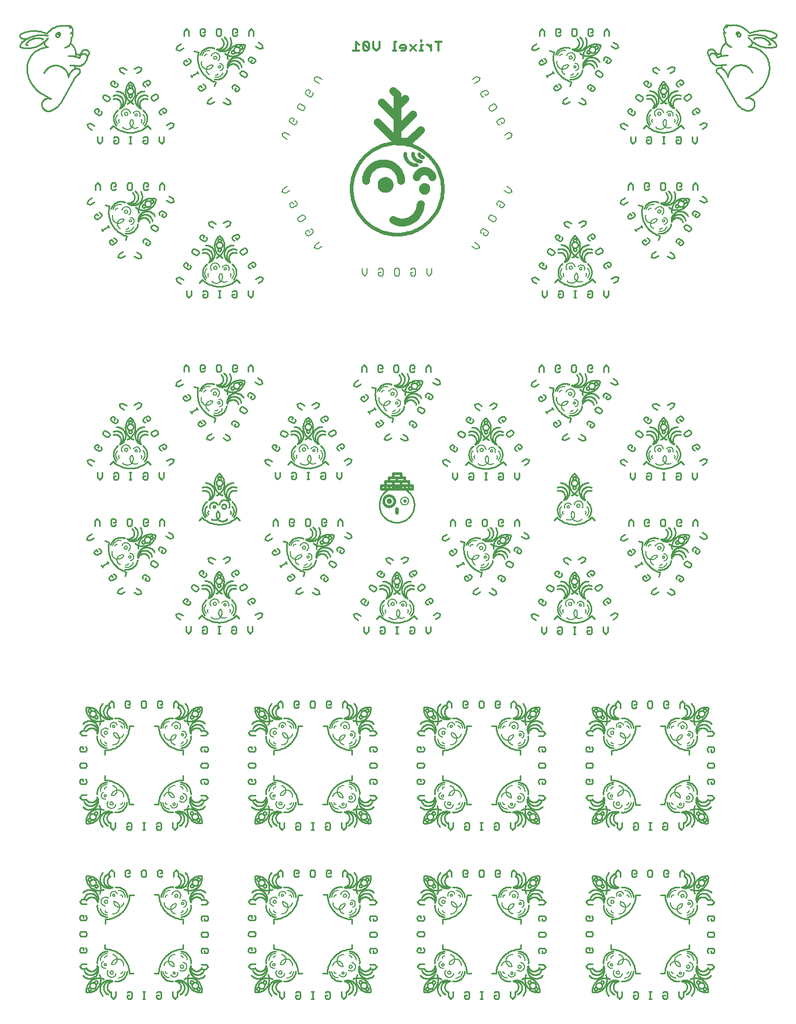
<source format=gbo>
G04 EAGLE Gerber X2 export*
G75*
%MOIN*%
%FSLAX24Y24*%
%LPD*%
%AMOC8*
5,1,8,0,0,1.08239X$1,22.5*%
G01*
%ADD10C,0.011000*%
%ADD11C,0.010000*%
%ADD12C,0.008000*%
%ADD13C,0.007000*%
%ADD14C,0.006000*%
%ADD15C,0.024000*%
%ADD16C,0.050000*%
%ADD17C,0.012000*%
%ADD18C,0.016000*%


D10*
X18586Y30398D02*
X18325Y30248D01*
X18120Y30303D01*
X18175Y30508D01*
X18435Y30658D01*
X17957Y31487D02*
X17855Y31514D01*
X17957Y31487D02*
X18032Y31357D01*
X18005Y31254D01*
X17745Y31104D01*
X17642Y31131D01*
X17567Y31261D01*
X17595Y31364D01*
X17725Y31439D01*
X17800Y31309D01*
X17164Y31959D02*
X17089Y32089D01*
X17127Y32024D02*
X17517Y32250D01*
X17554Y32185D02*
X17479Y32315D01*
X17012Y33124D02*
X16909Y33151D01*
X17012Y33124D02*
X17087Y32994D01*
X17060Y32891D01*
X16799Y32741D01*
X16697Y32769D01*
X16622Y32899D01*
X16649Y33001D01*
X16779Y33076D01*
X16854Y32946D01*
X16349Y33672D02*
X16609Y33822D01*
X16349Y33672D02*
X16144Y33727D01*
X16199Y33932D01*
X16459Y34082D01*
X21373Y34197D02*
X21633Y34047D01*
X21688Y33842D01*
X21483Y33787D01*
X21223Y33937D01*
X20745Y33109D02*
X20772Y33006D01*
X20745Y33109D02*
X20820Y33239D01*
X20922Y33266D01*
X21182Y33116D01*
X21210Y33013D01*
X21135Y32883D01*
X21032Y32856D01*
X20902Y32931D01*
X20977Y33061D01*
X20304Y32345D02*
X20229Y32215D01*
X20304Y32345D02*
X20407Y32373D01*
X20667Y32223D01*
X20694Y32120D01*
X20619Y31990D01*
X20516Y31963D01*
X20256Y32113D01*
X20229Y32215D01*
X19713Y31322D02*
X19741Y31220D01*
X19713Y31322D02*
X19788Y31452D01*
X19891Y31480D01*
X20151Y31330D01*
X20178Y31227D01*
X20103Y31097D01*
X20001Y31070D01*
X19871Y31145D01*
X19946Y31275D01*
X19570Y30474D02*
X19310Y30624D01*
X19570Y30474D02*
X19625Y30269D01*
X19420Y30214D01*
X19160Y30364D01*
X16665Y34603D02*
X16665Y34903D01*
X16815Y35053D01*
X16965Y34903D01*
X16965Y34603D01*
X17922Y34603D02*
X17997Y34678D01*
X17922Y34603D02*
X17771Y34603D01*
X17696Y34678D01*
X17696Y34978D01*
X17771Y35053D01*
X17922Y35053D01*
X17997Y34978D01*
X17997Y34828D01*
X17846Y34828D01*
X18803Y34603D02*
X18953Y34603D01*
X18803Y34603D02*
X18728Y34678D01*
X18728Y34978D01*
X18803Y35053D01*
X18953Y35053D01*
X19028Y34978D01*
X19028Y34678D01*
X18953Y34603D01*
X19984Y34603D02*
X20059Y34678D01*
X19984Y34603D02*
X19834Y34603D01*
X19759Y34678D01*
X19759Y34978D01*
X19834Y35053D01*
X19984Y35053D01*
X20059Y34978D01*
X20059Y34828D01*
X19909Y34828D01*
X20790Y34903D02*
X20790Y34603D01*
X20790Y34903D02*
X20940Y35053D01*
X21090Y34903D01*
X21090Y34603D01*
D11*
X19393Y32418D02*
X19385Y32368D01*
X19373Y32318D01*
X19358Y32268D01*
X19339Y32221D01*
X19316Y32175D01*
X19290Y32130D01*
X19261Y32088D01*
X19228Y32048D01*
X19193Y32011D01*
X19155Y31976D01*
X19114Y31945D01*
X19071Y31916D01*
X19027Y31891D01*
X18980Y31870D01*
X18932Y31852D01*
X18882Y31837D01*
X18832Y31827D01*
X18781Y31820D01*
X18730Y31817D01*
X18678Y31818D01*
X18627Y31823D01*
X18577Y31832D01*
D12*
X18613Y31969D02*
X18651Y31959D01*
X18690Y31953D01*
X18730Y31950D01*
X18769Y31951D01*
X18809Y31957D01*
X18847Y31966D01*
X18885Y31978D01*
X18921Y31995D01*
X18955Y32015D01*
X18988Y32038D01*
X19018Y32064D01*
X19045Y32093D01*
X19069Y32124D01*
X19090Y32158D01*
X19107Y32193D01*
X19121Y32231D01*
X19132Y32269D01*
D13*
X18823Y32205D02*
X18816Y32184D01*
X18806Y32164D01*
X18793Y32146D01*
X18777Y32130D01*
X18759Y32117D01*
X18738Y32108D01*
X18717Y32101D01*
X18694Y32099D01*
X18672Y32100D01*
X18650Y32105D01*
D11*
X17676Y33391D02*
X17694Y33439D01*
X17715Y33486D01*
X17740Y33531D01*
X17768Y33574D01*
X17799Y33615D01*
X17834Y33653D01*
X17871Y33688D01*
X17910Y33721D01*
X17953Y33751D01*
X17997Y33777D01*
X18043Y33800D01*
X18090Y33819D01*
X18139Y33835D01*
X18189Y33847D01*
X18240Y33855D01*
X18291Y33859D01*
X18343Y33860D01*
X18394Y33856D01*
X18445Y33849D01*
X18495Y33838D01*
X18544Y33823D01*
X18592Y33804D01*
D12*
X18332Y33654D02*
X18294Y33664D01*
X18255Y33670D01*
X18215Y33673D01*
X18176Y33672D01*
X18136Y33666D01*
X18098Y33657D01*
X18060Y33645D01*
X18024Y33628D01*
X17990Y33608D01*
X17957Y33585D01*
X17927Y33559D01*
X17900Y33530D01*
X17876Y33499D01*
X17855Y33465D01*
X17838Y33430D01*
X17824Y33392D01*
X17813Y33354D01*
D13*
X17950Y33318D02*
X17957Y33339D01*
X17967Y33359D01*
X17980Y33377D01*
X17996Y33393D01*
X18014Y33406D01*
X18035Y33415D01*
X18056Y33422D01*
X18079Y33424D01*
X18101Y33423D01*
X18123Y33418D01*
D14*
X18920Y32839D02*
X18948Y32839D01*
X18976Y32835D01*
X19003Y32828D01*
X19029Y32817D01*
X19054Y32804D01*
X19076Y32787D01*
X19097Y32768D01*
X19115Y32746D01*
X19130Y32722D01*
X19142Y32697D01*
X19150Y32670D01*
X19155Y32642D01*
X19157Y32614D01*
X19155Y32586D01*
X19150Y32559D01*
X19141Y32532D01*
X19129Y32507D01*
X19114Y32483D01*
X19096Y32461D01*
X19075Y32442D01*
X19052Y32426D01*
X19028Y32412D01*
X19002Y32402D01*
X18974Y32395D01*
X18946Y32391D01*
X18819Y33012D02*
X18845Y33032D01*
X18868Y33055D01*
X18888Y33081D01*
X18905Y33109D01*
X18919Y33138D01*
X18929Y33169D01*
X18936Y33201D01*
X18939Y33234D01*
X18938Y33267D01*
X18933Y33299D01*
X18925Y33331D01*
X18912Y33361D01*
X18897Y33390D01*
X18878Y33417D01*
X18856Y33441D01*
X18832Y33463D01*
X18805Y33482D01*
X18776Y33497D01*
X18746Y33509D01*
X18714Y33517D01*
X18682Y33522D01*
X18649Y33523D01*
X18616Y33520D01*
X18584Y33513D01*
X18553Y33503D01*
X18524Y33489D01*
X18496Y33471D01*
X18470Y33451D01*
X18447Y33428D01*
X18427Y33402D01*
X18410Y33374D01*
X18396Y33344D01*
D11*
X19239Y33485D02*
X19284Y33451D01*
X19330Y33421D01*
X19378Y33395D01*
X19429Y33371D01*
X19480Y33351D01*
X19533Y33335D01*
X19587Y33322D01*
X19642Y33313D01*
X19697Y33308D01*
X19752Y33306D01*
X19807Y33308D01*
X19862Y33314D01*
X19917Y33324D01*
X19971Y33337D01*
X20023Y33354D01*
X20075Y33375D01*
X20124Y33399D01*
X20173Y33427D01*
X20219Y33457D01*
X20263Y33491D01*
X20304Y33528D01*
X20343Y33567D01*
X20379Y33609D01*
X20412Y33653D01*
X20442Y33700D01*
X20469Y33748D01*
X20493Y33798D01*
X20513Y33850D01*
X20529Y33903D01*
X20542Y33957D01*
X20551Y34011D01*
X19582Y34492D02*
X19605Y34452D01*
X19625Y34410D01*
X19642Y34366D01*
X19655Y34322D01*
X19664Y34277D01*
X19669Y34231D01*
X19671Y34184D01*
X19669Y34138D01*
X19663Y34092D01*
X19653Y34047D01*
X19640Y34002D01*
X19623Y33959D01*
X19603Y33918D01*
X19579Y33878D01*
X19552Y33840D01*
X19522Y33805D01*
X19489Y33772D01*
X19454Y33742D01*
X19416Y33715D01*
X19376Y33692D01*
X19335Y33671D01*
X19292Y33654D01*
X19247Y33641D01*
X19202Y33631D01*
X19156Y33625D01*
X19110Y33623D01*
X19064Y33625D01*
X19018Y33630D01*
X18972Y33639D01*
X18928Y33652D01*
X18884Y33669D01*
X18843Y33689D01*
X18803Y33712D01*
X18765Y33739D01*
X18729Y33768D01*
X18764Y33747D01*
X18801Y33729D01*
X18840Y33715D01*
X18880Y33704D01*
X18921Y33697D01*
X18962Y33694D01*
X19003Y33695D01*
X19044Y33699D01*
X19085Y33708D01*
X19124Y33720D01*
X19162Y33735D01*
X19199Y33754D01*
X19234Y33777D01*
X19266Y33802D01*
X19296Y33830D01*
X19324Y33861D01*
X19348Y33895D01*
X19369Y33930D01*
X19387Y33967D01*
X19401Y34006D01*
X19412Y34046D01*
X19419Y34087D01*
X19422Y34128D01*
X19421Y34169D01*
X19417Y34210D01*
X19408Y34251D01*
X19396Y34290D01*
X19381Y34328D01*
X19362Y34365D01*
X19339Y34400D01*
X19314Y34432D01*
X19286Y34462D01*
X19255Y34490D01*
X19221Y34514D01*
X19439Y33138D02*
X19433Y33193D01*
X19430Y33249D01*
X19431Y33304D01*
X19436Y33359D01*
X19444Y33414D01*
X19457Y33468D01*
X19472Y33521D01*
X19492Y33573D01*
X19515Y33623D01*
X19541Y33672D01*
X19571Y33719D01*
X19603Y33763D01*
X19639Y33806D01*
X19678Y33845D01*
X19719Y33882D01*
X19762Y33917D01*
X19808Y33948D01*
X19856Y33976D01*
X19905Y34000D01*
X19957Y34022D01*
X20009Y34039D01*
X20063Y34053D01*
X20117Y34063D01*
X20172Y34070D01*
X20227Y34073D01*
X20283Y34072D01*
X20338Y34067D01*
X20393Y34059D01*
X20447Y34047D01*
X20500Y34031D01*
X20551Y34011D01*
X20482Y32932D02*
X20459Y32972D01*
X20433Y33010D01*
X20404Y33046D01*
X20372Y33080D01*
X20337Y33110D01*
X20300Y33138D01*
X20261Y33163D01*
X20220Y33184D01*
X20177Y33202D01*
X20133Y33216D01*
X20088Y33227D01*
X20042Y33234D01*
X19996Y33237D01*
X19949Y33236D01*
X19903Y33232D01*
X19858Y33223D01*
X19813Y33211D01*
X19769Y33196D01*
X19727Y33177D01*
X19687Y33154D01*
X19648Y33128D01*
X19612Y33099D01*
X19578Y33068D01*
X19547Y33033D01*
X19519Y32997D01*
X19494Y32958D01*
X19472Y32917D01*
X19454Y32874D01*
X19439Y32830D01*
X19428Y32785D01*
X19421Y32739D01*
X19417Y32693D01*
X19418Y32647D01*
X19422Y32601D01*
X19429Y32555D01*
X19428Y32597D01*
X19431Y32638D01*
X19439Y32678D01*
X19449Y32718D01*
X19464Y32757D01*
X19482Y32794D01*
X19503Y32830D01*
X19527Y32863D01*
X19555Y32894D01*
X19585Y32922D01*
X19617Y32947D01*
X19652Y32969D01*
X19689Y32988D01*
X19727Y33004D01*
X19767Y33016D01*
X19807Y33024D01*
X19848Y33028D01*
X19890Y33029D01*
X19931Y33026D01*
X19971Y33018D01*
X20011Y33008D01*
X20050Y32993D01*
X20087Y32975D01*
X20123Y32954D01*
X20156Y32930D01*
X20187Y32902D01*
X20215Y32872D01*
X20240Y32840D01*
X20262Y32805D01*
X20281Y32768D01*
X20297Y32730D01*
X20309Y32690D01*
X20317Y32650D01*
X20321Y32609D01*
X18730Y33769D02*
X18767Y33762D01*
X18805Y33759D01*
X18843Y33760D01*
X18881Y33765D01*
X18918Y33774D01*
X18954Y33787D01*
X18988Y33803D01*
X19021Y33823D01*
X19051Y33846D01*
X19079Y33872D01*
X19104Y33901D01*
X19126Y33932D01*
X19145Y33965D01*
X19160Y34000D01*
X19171Y34036D01*
X19179Y34074D01*
X19183Y34112D01*
X19182Y34150D01*
X19178Y34188D01*
X19170Y34225D01*
X19159Y34261D01*
X19143Y34296D01*
X19124Y34329D01*
X19102Y34360D01*
X19077Y34388D01*
X19049Y34414D01*
X19429Y32555D02*
X19441Y32590D01*
X19457Y32624D01*
X19476Y32656D01*
X19498Y32686D01*
X19522Y32713D01*
X19550Y32738D01*
X19579Y32760D01*
X19611Y32779D01*
X19645Y32795D01*
X19680Y32807D01*
X19716Y32816D01*
X19752Y32821D01*
X19789Y32822D01*
X19826Y32820D01*
X19863Y32814D01*
X19898Y32804D01*
X19933Y32791D01*
X19966Y32774D01*
X19997Y32754D01*
X20026Y32731D01*
X20053Y32706D01*
X20077Y32677D01*
X20098Y32647D01*
X20116Y32614D01*
X20130Y32580D01*
X20141Y32545D01*
X20149Y32509D01*
D12*
X18546Y33212D02*
X18548Y33232D01*
X18554Y33250D01*
X18563Y33268D01*
X18575Y33283D01*
X18590Y33295D01*
X18608Y33304D01*
X18626Y33310D01*
X18646Y33312D01*
X18666Y33310D01*
X18684Y33304D01*
X18702Y33295D01*
X18717Y33283D01*
X18729Y33268D01*
X18738Y33250D01*
X18744Y33232D01*
X18746Y33212D01*
X18744Y33192D01*
X18738Y33174D01*
X18729Y33156D01*
X18717Y33141D01*
X18702Y33129D01*
X18684Y33120D01*
X18666Y33114D01*
X18646Y33112D01*
X18626Y33114D01*
X18608Y33120D01*
X18590Y33129D01*
X18575Y33141D01*
X18563Y33156D01*
X18554Y33174D01*
X18548Y33192D01*
X18546Y33212D01*
X18843Y32628D02*
X18845Y32644D01*
X18851Y32660D01*
X18860Y32674D01*
X18872Y32685D01*
X18886Y32693D01*
X18902Y32698D01*
X18918Y32699D01*
X18934Y32696D01*
X18949Y32689D01*
X18963Y32680D01*
X18973Y32667D01*
X18981Y32652D01*
X18985Y32636D01*
X18985Y32620D01*
X18981Y32604D01*
X18973Y32589D01*
X18963Y32576D01*
X18950Y32567D01*
X18934Y32560D01*
X18918Y32557D01*
X18902Y32558D01*
X18886Y32563D01*
X18872Y32571D01*
X18860Y32582D01*
X18851Y32596D01*
X18845Y32612D01*
X18843Y32628D01*
X18522Y32725D02*
X18490Y32736D01*
X18456Y32743D01*
X18421Y32747D01*
X18387Y32746D01*
X18352Y32742D01*
X18318Y32735D01*
X18286Y32723D01*
X18254Y32709D01*
X18225Y32691D01*
X18197Y32669D01*
X18172Y32646D01*
X18150Y32619D01*
X18131Y32590D01*
X18115Y32559D01*
X18102Y32527D01*
X18093Y32494D01*
X18088Y32459D01*
X18086Y32425D01*
X18088Y32390D01*
X18094Y32356D01*
X18103Y32323D01*
X18116Y32291D01*
X18133Y32260D01*
X18153Y32232D01*
X18175Y32205D01*
X18200Y32182D01*
X18228Y32161D01*
X18258Y32143D01*
X18290Y32129D01*
X18523Y32725D02*
X18508Y32690D01*
X18490Y32656D01*
X18468Y32624D01*
X18443Y32595D01*
X18416Y32568D01*
X18386Y32544D01*
X18354Y32523D01*
X18320Y32505D01*
X18284Y32491D01*
X18248Y32480D01*
X18210Y32473D01*
X18172Y32469D01*
X18133Y32470D01*
X18095Y32474D01*
X18058Y32482D01*
X18021Y32493D01*
X17986Y32508D01*
X17952Y32526D01*
X17920Y32548D01*
X17891Y32573D01*
X17864Y32600D01*
X17840Y32630D01*
X17819Y32662D01*
X17801Y32696D01*
X17787Y32732D01*
X17776Y32768D01*
X17769Y32806D01*
X17765Y32844D01*
X17766Y32883D01*
X17770Y32921D01*
X17778Y32958D01*
X17789Y32995D01*
D11*
X17576Y33564D02*
X17558Y33488D01*
X17545Y33410D01*
X17535Y33332D01*
X17530Y33254D01*
X17528Y33176D01*
X17530Y33097D01*
X17536Y33019D01*
X17546Y32941D01*
X17560Y32864D01*
X17577Y32787D01*
X17599Y32712D01*
X17624Y32637D01*
X17652Y32564D01*
X17685Y32493D01*
X17721Y32423D01*
X17760Y32355D01*
X17802Y32289D01*
X17848Y32225D01*
X17897Y32164D01*
X17949Y32105D01*
X18004Y32048D01*
X18061Y31995D01*
X18121Y31944D01*
X18184Y31897D01*
X18249Y31853D01*
X18316Y31812D01*
X18384Y31774D01*
X18455Y31740D01*
X18527Y31709D01*
X18601Y31682D01*
X18676Y31658D01*
X18676Y31659D02*
X18603Y31386D01*
X17576Y33564D02*
X17303Y33637D01*
X19672Y33562D02*
X19674Y33582D01*
X19680Y33600D01*
X19689Y33618D01*
X19701Y33633D01*
X19716Y33645D01*
X19734Y33654D01*
X19752Y33660D01*
X19772Y33662D01*
X19792Y33660D01*
X19810Y33654D01*
X19828Y33645D01*
X19843Y33633D01*
X19855Y33618D01*
X19864Y33600D01*
X19870Y33582D01*
X19872Y33562D01*
X19870Y33542D01*
X19864Y33524D01*
X19855Y33506D01*
X19843Y33491D01*
X19828Y33479D01*
X19810Y33470D01*
X19792Y33464D01*
X19772Y33462D01*
X19752Y33464D01*
X19734Y33470D01*
X19716Y33479D01*
X19701Y33491D01*
X19689Y33506D01*
X19680Y33524D01*
X19674Y33542D01*
X19672Y33562D01*
X20191Y33862D02*
X20193Y33882D01*
X20199Y33900D01*
X20208Y33918D01*
X20220Y33933D01*
X20235Y33945D01*
X20253Y33954D01*
X20271Y33960D01*
X20291Y33962D01*
X20311Y33960D01*
X20329Y33954D01*
X20347Y33945D01*
X20362Y33933D01*
X20374Y33918D01*
X20383Y33900D01*
X20389Y33882D01*
X20391Y33862D01*
X20389Y33842D01*
X20383Y33824D01*
X20374Y33806D01*
X20362Y33791D01*
X20347Y33779D01*
X20329Y33770D01*
X20311Y33764D01*
X20291Y33762D01*
X20271Y33764D01*
X20253Y33770D01*
X20235Y33779D01*
X20220Y33791D01*
X20208Y33806D01*
X20199Y33824D01*
X20193Y33842D01*
X20191Y33862D01*
X19832Y33712D02*
X19834Y33740D01*
X19840Y33767D01*
X19849Y33793D01*
X19862Y33818D01*
X19879Y33841D01*
X19898Y33861D01*
X19920Y33878D01*
X19944Y33892D01*
X19970Y33902D01*
X19997Y33909D01*
X20025Y33912D01*
X20053Y33911D01*
X20080Y33906D01*
X20107Y33897D01*
X20132Y33885D01*
X20155Y33870D01*
X20176Y33851D01*
X20194Y33830D01*
X20209Y33806D01*
X20220Y33780D01*
X20228Y33754D01*
X20232Y33726D01*
X20232Y33698D01*
X20228Y33670D01*
X20220Y33644D01*
X20209Y33618D01*
X20194Y33594D01*
X20176Y33573D01*
X20155Y33554D01*
X20132Y33539D01*
X20107Y33527D01*
X20080Y33518D01*
X20053Y33513D01*
X20025Y33512D01*
X19997Y33515D01*
X19970Y33522D01*
X19944Y33532D01*
X19920Y33546D01*
X19898Y33563D01*
X19879Y33583D01*
X19862Y33606D01*
X19849Y33631D01*
X19840Y33657D01*
X19834Y33684D01*
X19832Y33712D01*
D10*
X10548Y4857D02*
X10548Y4557D01*
X10398Y4406D01*
X10248Y4557D01*
X10248Y4857D01*
X9292Y4857D02*
X9217Y4782D01*
X9292Y4857D02*
X9442Y4857D01*
X9517Y4782D01*
X9517Y4482D01*
X9442Y4406D01*
X9292Y4406D01*
X9217Y4482D01*
X9217Y4632D01*
X9367Y4632D01*
X8486Y4406D02*
X8336Y4406D01*
X8411Y4406D02*
X8411Y4857D01*
X8486Y4857D02*
X8336Y4857D01*
X7401Y4857D02*
X7326Y4782D01*
X7401Y4857D02*
X7551Y4857D01*
X7626Y4782D01*
X7626Y4482D01*
X7551Y4406D01*
X7401Y4406D01*
X7326Y4482D01*
X7326Y4632D01*
X7476Y4632D01*
X6595Y4557D02*
X6595Y4857D01*
X6595Y4557D02*
X6445Y4406D01*
X6295Y4557D01*
X6295Y4857D01*
X12062Y10719D02*
X12362Y10719D01*
X12512Y10569D01*
X12362Y10419D01*
X12062Y10419D01*
X12062Y9463D02*
X12137Y9388D01*
X12062Y9463D02*
X12062Y9613D01*
X12137Y9688D01*
X12437Y9688D01*
X12512Y9613D01*
X12512Y9463D01*
X12437Y9388D01*
X12287Y9388D01*
X12287Y9538D01*
X12062Y8582D02*
X12062Y8432D01*
X12062Y8582D02*
X12137Y8657D01*
X12437Y8657D01*
X12512Y8582D01*
X12512Y8432D01*
X12437Y8357D01*
X12137Y8357D01*
X12062Y8432D01*
X12062Y7400D02*
X12137Y7325D01*
X12062Y7400D02*
X12062Y7551D01*
X12137Y7626D01*
X12437Y7626D01*
X12512Y7551D01*
X12512Y7400D01*
X12437Y7325D01*
X12287Y7325D01*
X12287Y7475D01*
X12362Y6594D02*
X12062Y6594D01*
X12362Y6594D02*
X12512Y6444D01*
X12362Y6294D01*
X12062Y6294D01*
X4749Y6316D02*
X4449Y6316D01*
X4298Y6467D01*
X4449Y6617D01*
X4749Y6617D01*
X4749Y7573D02*
X4674Y7648D01*
X4749Y7573D02*
X4749Y7423D01*
X4674Y7348D01*
X4373Y7348D01*
X4298Y7423D01*
X4298Y7573D01*
X4373Y7648D01*
X4524Y7648D01*
X4524Y7498D01*
X4749Y8454D02*
X4749Y8604D01*
X4749Y8454D02*
X4674Y8379D01*
X4373Y8379D01*
X4298Y8454D01*
X4298Y8604D01*
X4373Y8679D01*
X4674Y8679D01*
X4749Y8604D01*
X4749Y9636D02*
X4674Y9711D01*
X4749Y9636D02*
X4749Y9485D01*
X4674Y9410D01*
X4373Y9410D01*
X4298Y9485D01*
X4298Y9636D01*
X4373Y9711D01*
X4524Y9711D01*
X4524Y9560D01*
X4449Y10442D02*
X4749Y10442D01*
X4449Y10442D02*
X4298Y10592D01*
X4449Y10742D01*
X4749Y10742D01*
D11*
X10768Y9628D02*
X10820Y9633D01*
X10870Y9641D01*
X10920Y9653D01*
X10969Y9669D01*
X11016Y9689D01*
X11062Y9712D01*
X11106Y9739D01*
X11148Y9769D01*
X11188Y9802D01*
X11224Y9838D01*
X11259Y9876D01*
X11290Y9917D01*
X11317Y9960D01*
X11342Y10005D01*
X11363Y10052D01*
X11380Y10101D01*
X11394Y10150D01*
X11404Y10201D01*
X11410Y10252D01*
X11412Y10303D01*
X11410Y10355D01*
X11405Y10406D01*
D12*
X11193Y10193D02*
X11192Y10154D01*
X11189Y10114D01*
X11181Y10075D01*
X11169Y10037D01*
X11154Y10001D01*
X11135Y9966D01*
X11113Y9933D01*
X11088Y9902D01*
X11060Y9874D01*
X11029Y9849D01*
X10996Y9827D01*
X10961Y9808D01*
X10925Y9793D01*
X10887Y9781D01*
X10848Y9773D01*
X10808Y9770D01*
X10769Y9769D01*
D13*
X10769Y9911D02*
X10791Y9912D01*
X10813Y9916D01*
X10834Y9925D01*
X10853Y9936D01*
X10870Y9951D01*
X10885Y9968D01*
X10896Y9987D01*
X10905Y10008D01*
X10909Y10030D01*
X10910Y10052D01*
D11*
X10274Y11537D02*
X10223Y11542D01*
X10171Y11544D01*
X10120Y11542D01*
X10069Y11536D01*
X10018Y11526D01*
X9969Y11512D01*
X9920Y11495D01*
X9873Y11474D01*
X9828Y11449D01*
X9785Y11422D01*
X9744Y11391D01*
X9706Y11356D01*
X9670Y11320D01*
X9637Y11280D01*
X9607Y11238D01*
X9580Y11194D01*
X9557Y11148D01*
X9537Y11101D01*
X9521Y11052D01*
X9509Y11002D01*
X9501Y10952D01*
X9496Y10900D01*
D12*
X9637Y10901D02*
X9638Y10940D01*
X9641Y10980D01*
X9649Y11019D01*
X9661Y11057D01*
X9676Y11093D01*
X9695Y11128D01*
X9717Y11161D01*
X9742Y11192D01*
X9770Y11220D01*
X9801Y11245D01*
X9834Y11267D01*
X9869Y11286D01*
X9905Y11301D01*
X9943Y11313D01*
X9982Y11321D01*
X10022Y11324D01*
X10061Y11325D01*
D13*
X9919Y11042D02*
X9897Y11041D01*
X9875Y11037D01*
X9854Y11028D01*
X9835Y11017D01*
X9818Y11002D01*
X9803Y10985D01*
X9792Y10966D01*
X9783Y10945D01*
X9779Y10923D01*
X9778Y10901D01*
D14*
X10839Y10690D02*
X10866Y10697D01*
X10894Y10700D01*
X10922Y10701D01*
X10950Y10697D01*
X10978Y10691D01*
X11004Y10680D01*
X11029Y10667D01*
X11051Y10651D01*
X11072Y10632D01*
X11090Y10610D01*
X11105Y10586D01*
X11118Y10561D01*
X11127Y10534D01*
X11132Y10507D01*
X11134Y10479D01*
X11132Y10451D01*
X11127Y10423D01*
X11119Y10396D01*
X11107Y10371D01*
X11092Y10347D01*
X11074Y10325D01*
X11054Y10305D01*
X11031Y10289D01*
X11007Y10275D01*
X10981Y10264D01*
X10697Y10830D02*
X10717Y10856D01*
X10733Y10885D01*
X10746Y10915D01*
X10755Y10946D01*
X10761Y10978D01*
X10763Y11011D01*
X10761Y11044D01*
X10755Y11076D01*
X10746Y11107D01*
X10733Y11137D01*
X10717Y11166D01*
X10697Y11192D01*
X10674Y11216D01*
X10649Y11237D01*
X10622Y11255D01*
X10593Y11269D01*
X10562Y11280D01*
X10530Y11288D01*
X10498Y11292D01*
X10465Y11291D01*
X10432Y11288D01*
X10400Y11280D01*
X10370Y11269D01*
X10341Y11254D01*
X10313Y11236D01*
X10288Y11215D01*
X10266Y11191D01*
X10247Y11164D01*
X10230Y11136D01*
X10217Y11106D01*
X10208Y11074D01*
X10203Y11042D01*
D11*
X10980Y11396D02*
X11032Y11375D01*
X11084Y11358D01*
X11138Y11345D01*
X11193Y11335D01*
X11248Y11329D01*
X11303Y11327D01*
X11358Y11329D01*
X11413Y11334D01*
X11468Y11343D01*
X11522Y11356D01*
X11575Y11372D01*
X11626Y11392D01*
X11676Y11416D01*
X11725Y11443D01*
X11771Y11473D01*
X11815Y11506D01*
X11857Y11542D01*
X11897Y11581D01*
X11933Y11623D01*
X11967Y11667D01*
X11998Y11713D01*
X12025Y11761D01*
X12049Y11811D01*
X12070Y11862D01*
X12087Y11915D01*
X12100Y11969D01*
X12110Y12023D01*
X12116Y12078D01*
X12118Y12133D01*
X12116Y12189D01*
X12111Y12244D01*
X11051Y12456D02*
X11084Y12423D01*
X11114Y12388D01*
X11141Y12351D01*
X11165Y12311D01*
X11186Y12270D01*
X11203Y12227D01*
X11216Y12182D01*
X11226Y12137D01*
X11233Y12091D01*
X11235Y12045D01*
X11234Y11999D01*
X11228Y11953D01*
X11219Y11907D01*
X11207Y11863D01*
X11190Y11819D01*
X11171Y11777D01*
X11148Y11737D01*
X11121Y11699D01*
X11092Y11663D01*
X11059Y11630D01*
X11025Y11600D01*
X10987Y11572D01*
X10948Y11548D01*
X10907Y11527D01*
X10864Y11509D01*
X10820Y11495D01*
X10775Y11485D01*
X10729Y11478D01*
X10683Y11475D01*
X10636Y11476D01*
X10590Y11481D01*
X10545Y11489D01*
X10500Y11502D01*
X10456Y11517D01*
X10414Y11537D01*
X10415Y11537D02*
X10454Y11526D01*
X10495Y11518D01*
X10536Y11514D01*
X10577Y11515D01*
X10618Y11518D01*
X10659Y11526D01*
X10699Y11537D01*
X10737Y11552D01*
X10774Y11571D01*
X10809Y11593D01*
X10842Y11618D01*
X10873Y11645D01*
X10900Y11676D01*
X10925Y11709D01*
X10947Y11744D01*
X10965Y11781D01*
X10980Y11820D01*
X10991Y11859D01*
X10999Y11900D01*
X11003Y11941D01*
X11002Y11982D01*
X10999Y12023D01*
X10991Y12064D01*
X10980Y12104D01*
X10965Y12142D01*
X10946Y12179D01*
X10924Y12214D01*
X10899Y12247D01*
X10872Y12278D01*
X10841Y12305D01*
X10808Y12330D01*
X10773Y12352D01*
X10736Y12370D01*
X10697Y12385D01*
X11264Y11113D02*
X11243Y11165D01*
X11226Y11217D01*
X11213Y11271D01*
X11203Y11326D01*
X11197Y11381D01*
X11195Y11436D01*
X11197Y11491D01*
X11202Y11546D01*
X11211Y11601D01*
X11224Y11655D01*
X11240Y11708D01*
X11260Y11759D01*
X11284Y11809D01*
X11311Y11858D01*
X11341Y11904D01*
X11374Y11948D01*
X11410Y11990D01*
X11449Y12030D01*
X11491Y12066D01*
X11535Y12100D01*
X11581Y12131D01*
X11629Y12158D01*
X11679Y12182D01*
X11730Y12203D01*
X11783Y12220D01*
X11837Y12233D01*
X11891Y12243D01*
X11946Y12249D01*
X12001Y12251D01*
X12057Y12249D01*
X12112Y12244D01*
X12324Y11184D02*
X12291Y11217D01*
X12256Y11247D01*
X12219Y11274D01*
X12179Y11298D01*
X12138Y11319D01*
X12095Y11336D01*
X12050Y11349D01*
X12005Y11359D01*
X11959Y11366D01*
X11913Y11368D01*
X11867Y11367D01*
X11821Y11361D01*
X11775Y11352D01*
X11731Y11340D01*
X11687Y11323D01*
X11645Y11304D01*
X11605Y11281D01*
X11567Y11254D01*
X11531Y11225D01*
X11498Y11192D01*
X11468Y11158D01*
X11440Y11120D01*
X11416Y11081D01*
X11395Y11040D01*
X11377Y10997D01*
X11363Y10953D01*
X11353Y10908D01*
X11346Y10862D01*
X11343Y10816D01*
X11344Y10769D01*
X11349Y10723D01*
X11357Y10678D01*
X11370Y10633D01*
X11385Y10589D01*
X11405Y10547D01*
X11405Y10548D02*
X11394Y10587D01*
X11386Y10628D01*
X11382Y10669D01*
X11383Y10710D01*
X11386Y10751D01*
X11394Y10792D01*
X11405Y10832D01*
X11420Y10870D01*
X11439Y10907D01*
X11461Y10942D01*
X11486Y10975D01*
X11513Y11006D01*
X11544Y11033D01*
X11577Y11058D01*
X11612Y11080D01*
X11649Y11098D01*
X11688Y11113D01*
X11727Y11124D01*
X11768Y11132D01*
X11809Y11136D01*
X11850Y11135D01*
X11891Y11132D01*
X11932Y11124D01*
X11972Y11113D01*
X12010Y11098D01*
X12047Y11079D01*
X12082Y11057D01*
X12115Y11032D01*
X12146Y11005D01*
X12173Y10974D01*
X12198Y10941D01*
X12220Y10906D01*
X12238Y10869D01*
X12253Y10830D01*
X10415Y11537D02*
X10453Y11540D01*
X10490Y11548D01*
X10527Y11559D01*
X10562Y11573D01*
X10595Y11591D01*
X10627Y11613D01*
X10656Y11638D01*
X10682Y11665D01*
X10705Y11695D01*
X10726Y11728D01*
X10742Y11762D01*
X10755Y11798D01*
X10765Y11834D01*
X10770Y11872D01*
X10772Y11910D01*
X10770Y11948D01*
X10764Y11986D01*
X10753Y12023D01*
X10740Y12058D01*
X10722Y12092D01*
X10702Y12124D01*
X10678Y12154D01*
X10651Y12181D01*
X10622Y12205D01*
X10590Y12226D01*
X10556Y12243D01*
X11405Y10547D02*
X11408Y10584D01*
X11414Y10620D01*
X11424Y10656D01*
X11437Y10691D01*
X11454Y10724D01*
X11474Y10755D01*
X11497Y10784D01*
X11523Y10810D01*
X11551Y10834D01*
X11582Y10855D01*
X11614Y10873D01*
X11648Y10887D01*
X11684Y10898D01*
X11720Y10905D01*
X11757Y10909D01*
X11794Y10908D01*
X11831Y10905D01*
X11867Y10897D01*
X11902Y10886D01*
X11936Y10871D01*
X11968Y10854D01*
X11999Y10833D01*
X12027Y10809D01*
X12053Y10782D01*
X12076Y10753D01*
X12095Y10721D01*
X12112Y10688D01*
D12*
X10378Y10979D02*
X10380Y10999D01*
X10386Y11017D01*
X10395Y11035D01*
X10407Y11050D01*
X10422Y11062D01*
X10440Y11071D01*
X10458Y11077D01*
X10478Y11079D01*
X10498Y11077D01*
X10516Y11071D01*
X10534Y11062D01*
X10549Y11050D01*
X10561Y11035D01*
X10570Y11017D01*
X10576Y10999D01*
X10578Y10979D01*
X10576Y10959D01*
X10570Y10941D01*
X10561Y10923D01*
X10549Y10908D01*
X10534Y10896D01*
X10516Y10887D01*
X10498Y10881D01*
X10478Y10879D01*
X10458Y10881D01*
X10440Y10887D01*
X10422Y10896D01*
X10407Y10908D01*
X10395Y10923D01*
X10386Y10941D01*
X10380Y10959D01*
X10378Y10979D01*
X10818Y10484D02*
X10820Y10500D01*
X10826Y10516D01*
X10835Y10530D01*
X10847Y10541D01*
X10861Y10549D01*
X10877Y10554D01*
X10893Y10555D01*
X10909Y10552D01*
X10924Y10545D01*
X10938Y10536D01*
X10948Y10523D01*
X10956Y10508D01*
X10960Y10492D01*
X10960Y10476D01*
X10956Y10460D01*
X10948Y10445D01*
X10938Y10432D01*
X10925Y10423D01*
X10909Y10416D01*
X10893Y10413D01*
X10877Y10414D01*
X10861Y10419D01*
X10847Y10427D01*
X10835Y10438D01*
X10826Y10452D01*
X10820Y10468D01*
X10818Y10484D01*
X10485Y10476D02*
X10451Y10478D01*
X10416Y10476D01*
X10382Y10471D01*
X10349Y10461D01*
X10316Y10449D01*
X10286Y10433D01*
X10257Y10413D01*
X10230Y10391D01*
X10207Y10366D01*
X10186Y10338D01*
X10168Y10309D01*
X10153Y10277D01*
X10142Y10244D01*
X10134Y10211D01*
X10131Y10176D01*
X10130Y10141D01*
X10134Y10107D01*
X10141Y10073D01*
X10152Y10040D01*
X10167Y10009D01*
X10185Y9979D01*
X10206Y9951D01*
X10229Y9926D01*
X10256Y9904D01*
X10284Y9884D01*
X10315Y9868D01*
X10347Y9855D01*
X10380Y9846D01*
X10415Y9840D01*
X10486Y10477D02*
X10481Y10439D01*
X10472Y10401D01*
X10459Y10365D01*
X10443Y10330D01*
X10424Y10297D01*
X10401Y10266D01*
X10376Y10238D01*
X10347Y10212D01*
X10317Y10189D01*
X10284Y10169D01*
X10249Y10152D01*
X10213Y10139D01*
X10176Y10129D01*
X10138Y10123D01*
X10100Y10121D01*
X10062Y10123D01*
X10024Y10128D01*
X9986Y10137D01*
X9950Y10150D01*
X9915Y10166D01*
X9882Y10185D01*
X9851Y10208D01*
X9823Y10233D01*
X9797Y10262D01*
X9774Y10292D01*
X9754Y10325D01*
X9737Y10360D01*
X9724Y10396D01*
X9714Y10433D01*
X9708Y10471D01*
X9706Y10509D01*
X9708Y10547D01*
D11*
X9353Y11042D02*
X9356Y10964D01*
X9363Y10886D01*
X9374Y10808D01*
X9389Y10731D01*
X9408Y10655D01*
X9430Y10579D01*
X9456Y10505D01*
X9486Y10433D01*
X9519Y10361D01*
X9556Y10292D01*
X9596Y10225D01*
X9640Y10159D01*
X9686Y10096D01*
X9736Y10035D01*
X9789Y9977D01*
X9844Y9922D01*
X9902Y9869D01*
X9963Y9819D01*
X10026Y9773D01*
X10092Y9729D01*
X10159Y9689D01*
X10228Y9652D01*
X10300Y9619D01*
X10372Y9589D01*
X10446Y9563D01*
X10522Y9541D01*
X10598Y9522D01*
X10675Y9507D01*
X10753Y9496D01*
X10831Y9489D01*
X10909Y9486D01*
X10910Y9487D02*
X10910Y9204D01*
X9354Y11042D02*
X9071Y11042D01*
X11375Y11608D02*
X11377Y11628D01*
X11383Y11646D01*
X11392Y11664D01*
X11404Y11679D01*
X11419Y11691D01*
X11437Y11700D01*
X11455Y11706D01*
X11475Y11708D01*
X11495Y11706D01*
X11513Y11700D01*
X11531Y11691D01*
X11546Y11679D01*
X11558Y11664D01*
X11567Y11646D01*
X11573Y11628D01*
X11575Y11608D01*
X11573Y11588D01*
X11567Y11570D01*
X11558Y11552D01*
X11546Y11537D01*
X11531Y11525D01*
X11513Y11516D01*
X11495Y11510D01*
X11475Y11508D01*
X11455Y11510D01*
X11437Y11516D01*
X11419Y11525D01*
X11404Y11537D01*
X11392Y11552D01*
X11383Y11570D01*
X11377Y11588D01*
X11375Y11608D01*
X11800Y12032D02*
X11802Y12052D01*
X11808Y12070D01*
X11817Y12088D01*
X11829Y12103D01*
X11844Y12115D01*
X11862Y12124D01*
X11880Y12130D01*
X11900Y12132D01*
X11920Y12130D01*
X11938Y12124D01*
X11956Y12115D01*
X11971Y12103D01*
X11983Y12088D01*
X11992Y12070D01*
X11998Y12052D01*
X12000Y12032D01*
X11998Y12012D01*
X11992Y11994D01*
X11983Y11976D01*
X11971Y11961D01*
X11956Y11949D01*
X11938Y11940D01*
X11920Y11934D01*
X11900Y11932D01*
X11880Y11934D01*
X11862Y11940D01*
X11844Y11949D01*
X11829Y11961D01*
X11817Y11976D01*
X11808Y11994D01*
X11802Y12012D01*
X11800Y12032D01*
X11488Y11820D02*
X11490Y11848D01*
X11496Y11875D01*
X11505Y11901D01*
X11518Y11926D01*
X11535Y11949D01*
X11554Y11969D01*
X11576Y11986D01*
X11600Y12000D01*
X11626Y12010D01*
X11653Y12017D01*
X11681Y12020D01*
X11709Y12019D01*
X11736Y12014D01*
X11763Y12005D01*
X11788Y11993D01*
X11811Y11978D01*
X11832Y11959D01*
X11850Y11938D01*
X11865Y11914D01*
X11876Y11888D01*
X11884Y11862D01*
X11888Y11834D01*
X11888Y11806D01*
X11884Y11778D01*
X11876Y11752D01*
X11865Y11726D01*
X11850Y11702D01*
X11832Y11681D01*
X11811Y11662D01*
X11788Y11647D01*
X11763Y11635D01*
X11736Y11626D01*
X11709Y11621D01*
X11681Y11620D01*
X11653Y11623D01*
X11626Y11630D01*
X11600Y11640D01*
X11576Y11654D01*
X11554Y11671D01*
X11535Y11691D01*
X11518Y11714D01*
X11505Y11739D01*
X11496Y11765D01*
X11490Y11792D01*
X11488Y11820D01*
D10*
X6188Y12186D02*
X6188Y12486D01*
X6339Y12636D01*
X6489Y12486D01*
X6489Y12186D01*
X7445Y12186D02*
X7520Y12261D01*
X7445Y12186D02*
X7295Y12186D01*
X7220Y12261D01*
X7220Y12561D01*
X7295Y12636D01*
X7445Y12636D01*
X7520Y12561D01*
X7520Y12411D01*
X7370Y12411D01*
X8326Y12186D02*
X8476Y12186D01*
X8326Y12186D02*
X8251Y12261D01*
X8251Y12561D01*
X8326Y12636D01*
X8476Y12636D01*
X8551Y12561D01*
X8551Y12261D01*
X8476Y12186D01*
X9507Y12186D02*
X9582Y12261D01*
X9507Y12186D02*
X9357Y12186D01*
X9282Y12261D01*
X9282Y12561D01*
X9357Y12636D01*
X9507Y12636D01*
X9582Y12561D01*
X9582Y12411D01*
X9432Y12411D01*
X10314Y12486D02*
X10314Y12186D01*
X10314Y12486D02*
X10464Y12636D01*
X10614Y12486D01*
X10614Y12186D01*
D11*
X7337Y10896D02*
X7332Y10948D01*
X7324Y10998D01*
X7312Y11048D01*
X7296Y11097D01*
X7276Y11144D01*
X7253Y11190D01*
X7226Y11234D01*
X7196Y11276D01*
X7163Y11316D01*
X7127Y11352D01*
X7089Y11387D01*
X7048Y11418D01*
X7005Y11445D01*
X6960Y11470D01*
X6913Y11491D01*
X6864Y11508D01*
X6815Y11522D01*
X6764Y11532D01*
X6713Y11538D01*
X6662Y11540D01*
X6610Y11538D01*
X6559Y11533D01*
D12*
X6771Y11321D02*
X6810Y11320D01*
X6850Y11317D01*
X6889Y11309D01*
X6927Y11297D01*
X6963Y11282D01*
X6998Y11263D01*
X7031Y11241D01*
X7062Y11216D01*
X7090Y11188D01*
X7115Y11157D01*
X7137Y11124D01*
X7156Y11089D01*
X7171Y11053D01*
X7183Y11015D01*
X7191Y10976D01*
X7194Y10936D01*
X7195Y10897D01*
D13*
X7054Y10897D02*
X7053Y10919D01*
X7049Y10941D01*
X7040Y10962D01*
X7029Y10981D01*
X7014Y10998D01*
X6997Y11013D01*
X6978Y11024D01*
X6957Y11033D01*
X6935Y11037D01*
X6913Y11038D01*
D11*
X5427Y10402D02*
X5422Y10351D01*
X5420Y10299D01*
X5422Y10248D01*
X5428Y10197D01*
X5438Y10146D01*
X5452Y10097D01*
X5469Y10048D01*
X5490Y10001D01*
X5515Y9956D01*
X5542Y9913D01*
X5573Y9872D01*
X5608Y9834D01*
X5644Y9798D01*
X5684Y9765D01*
X5726Y9735D01*
X5770Y9708D01*
X5816Y9685D01*
X5863Y9665D01*
X5912Y9649D01*
X5962Y9637D01*
X6012Y9629D01*
X6064Y9624D01*
D12*
X6064Y9765D02*
X6025Y9766D01*
X5985Y9769D01*
X5946Y9777D01*
X5908Y9789D01*
X5872Y9804D01*
X5837Y9823D01*
X5804Y9845D01*
X5773Y9870D01*
X5745Y9898D01*
X5720Y9929D01*
X5698Y9962D01*
X5679Y9997D01*
X5664Y10033D01*
X5652Y10071D01*
X5644Y10110D01*
X5641Y10150D01*
X5640Y10189D01*
D13*
X5923Y10048D02*
X5924Y10026D01*
X5928Y10004D01*
X5937Y9983D01*
X5948Y9964D01*
X5963Y9947D01*
X5980Y9932D01*
X5999Y9921D01*
X6020Y9912D01*
X6042Y9908D01*
X6064Y9907D01*
D14*
X6275Y10967D02*
X6268Y10994D01*
X6265Y11022D01*
X6264Y11050D01*
X6268Y11078D01*
X6274Y11106D01*
X6285Y11132D01*
X6298Y11157D01*
X6314Y11179D01*
X6333Y11200D01*
X6355Y11218D01*
X6379Y11233D01*
X6404Y11246D01*
X6431Y11255D01*
X6458Y11260D01*
X6486Y11262D01*
X6514Y11260D01*
X6542Y11255D01*
X6569Y11247D01*
X6594Y11235D01*
X6618Y11220D01*
X6640Y11202D01*
X6660Y11182D01*
X6676Y11159D01*
X6690Y11135D01*
X6701Y11109D01*
X6135Y10825D02*
X6109Y10845D01*
X6080Y10861D01*
X6050Y10874D01*
X6019Y10883D01*
X5987Y10889D01*
X5954Y10891D01*
X5921Y10889D01*
X5889Y10883D01*
X5858Y10874D01*
X5828Y10861D01*
X5799Y10845D01*
X5773Y10825D01*
X5749Y10802D01*
X5728Y10777D01*
X5710Y10750D01*
X5696Y10721D01*
X5685Y10690D01*
X5677Y10658D01*
X5673Y10626D01*
X5674Y10593D01*
X5677Y10560D01*
X5685Y10528D01*
X5696Y10498D01*
X5711Y10469D01*
X5729Y10441D01*
X5750Y10416D01*
X5774Y10394D01*
X5801Y10375D01*
X5829Y10358D01*
X5859Y10345D01*
X5891Y10336D01*
X5923Y10331D01*
D11*
X5569Y11109D02*
X5590Y11161D01*
X5607Y11213D01*
X5620Y11267D01*
X5630Y11322D01*
X5636Y11377D01*
X5638Y11432D01*
X5636Y11487D01*
X5631Y11542D01*
X5622Y11597D01*
X5609Y11651D01*
X5593Y11704D01*
X5573Y11755D01*
X5549Y11805D01*
X5522Y11854D01*
X5492Y11900D01*
X5459Y11944D01*
X5423Y11986D01*
X5384Y12026D01*
X5342Y12062D01*
X5298Y12096D01*
X5252Y12127D01*
X5204Y12154D01*
X5154Y12178D01*
X5103Y12199D01*
X5050Y12216D01*
X4996Y12229D01*
X4942Y12239D01*
X4887Y12245D01*
X4832Y12247D01*
X4776Y12245D01*
X4721Y12240D01*
X4508Y11180D02*
X4541Y11213D01*
X4576Y11243D01*
X4613Y11270D01*
X4653Y11294D01*
X4694Y11315D01*
X4737Y11332D01*
X4782Y11345D01*
X4827Y11355D01*
X4873Y11362D01*
X4919Y11364D01*
X4965Y11363D01*
X5011Y11357D01*
X5057Y11348D01*
X5101Y11336D01*
X5145Y11319D01*
X5187Y11300D01*
X5227Y11277D01*
X5265Y11250D01*
X5301Y11221D01*
X5334Y11188D01*
X5364Y11154D01*
X5392Y11116D01*
X5416Y11077D01*
X5437Y11036D01*
X5455Y10993D01*
X5469Y10949D01*
X5479Y10904D01*
X5486Y10858D01*
X5489Y10812D01*
X5488Y10765D01*
X5483Y10719D01*
X5475Y10674D01*
X5462Y10629D01*
X5447Y10585D01*
X5427Y10543D01*
X5438Y10582D01*
X5446Y10623D01*
X5450Y10664D01*
X5449Y10705D01*
X5446Y10746D01*
X5438Y10787D01*
X5427Y10827D01*
X5412Y10865D01*
X5393Y10902D01*
X5371Y10937D01*
X5346Y10970D01*
X5319Y11001D01*
X5288Y11028D01*
X5255Y11053D01*
X5220Y11075D01*
X5183Y11093D01*
X5144Y11108D01*
X5105Y11119D01*
X5064Y11127D01*
X5023Y11131D01*
X4982Y11130D01*
X4941Y11127D01*
X4900Y11119D01*
X4860Y11108D01*
X4822Y11093D01*
X4785Y11074D01*
X4750Y11052D01*
X4717Y11027D01*
X4686Y11000D01*
X4659Y10969D01*
X4634Y10936D01*
X4612Y10901D01*
X4594Y10864D01*
X4579Y10825D01*
X5852Y11392D02*
X5800Y11371D01*
X5748Y11354D01*
X5694Y11341D01*
X5639Y11331D01*
X5584Y11325D01*
X5529Y11323D01*
X5474Y11325D01*
X5419Y11330D01*
X5364Y11339D01*
X5310Y11352D01*
X5257Y11368D01*
X5206Y11388D01*
X5156Y11412D01*
X5107Y11439D01*
X5061Y11469D01*
X5017Y11502D01*
X4975Y11538D01*
X4935Y11577D01*
X4899Y11619D01*
X4865Y11663D01*
X4834Y11709D01*
X4807Y11757D01*
X4783Y11807D01*
X4762Y11858D01*
X4745Y11911D01*
X4732Y11965D01*
X4722Y12019D01*
X4716Y12074D01*
X4714Y12129D01*
X4716Y12185D01*
X4721Y12240D01*
X5781Y12452D02*
X5748Y12419D01*
X5718Y12384D01*
X5691Y12347D01*
X5667Y12307D01*
X5646Y12266D01*
X5629Y12223D01*
X5616Y12178D01*
X5606Y12133D01*
X5599Y12087D01*
X5597Y12041D01*
X5598Y11995D01*
X5604Y11949D01*
X5613Y11903D01*
X5625Y11859D01*
X5642Y11815D01*
X5661Y11773D01*
X5684Y11733D01*
X5711Y11695D01*
X5740Y11659D01*
X5773Y11626D01*
X5807Y11596D01*
X5845Y11568D01*
X5884Y11544D01*
X5925Y11523D01*
X5968Y11505D01*
X6012Y11491D01*
X6057Y11481D01*
X6103Y11474D01*
X6149Y11471D01*
X6196Y11472D01*
X6242Y11477D01*
X6287Y11485D01*
X6332Y11498D01*
X6376Y11513D01*
X6418Y11533D01*
X6417Y11533D02*
X6378Y11522D01*
X6337Y11514D01*
X6296Y11510D01*
X6255Y11511D01*
X6214Y11514D01*
X6173Y11522D01*
X6133Y11533D01*
X6095Y11548D01*
X6058Y11567D01*
X6023Y11589D01*
X5990Y11614D01*
X5959Y11641D01*
X5932Y11672D01*
X5907Y11705D01*
X5885Y11740D01*
X5867Y11777D01*
X5852Y11816D01*
X5841Y11855D01*
X5833Y11896D01*
X5829Y11937D01*
X5830Y11978D01*
X5833Y12019D01*
X5841Y12060D01*
X5852Y12100D01*
X5867Y12138D01*
X5886Y12175D01*
X5908Y12210D01*
X5933Y12243D01*
X5960Y12274D01*
X5991Y12301D01*
X6024Y12326D01*
X6059Y12348D01*
X6096Y12366D01*
X6135Y12381D01*
X5427Y10543D02*
X5424Y10581D01*
X5416Y10618D01*
X5405Y10655D01*
X5391Y10690D01*
X5373Y10723D01*
X5351Y10755D01*
X5326Y10784D01*
X5299Y10810D01*
X5269Y10833D01*
X5236Y10854D01*
X5202Y10870D01*
X5166Y10883D01*
X5130Y10893D01*
X5092Y10898D01*
X5054Y10900D01*
X5016Y10898D01*
X4978Y10892D01*
X4941Y10881D01*
X4906Y10868D01*
X4872Y10850D01*
X4840Y10830D01*
X4810Y10806D01*
X4783Y10779D01*
X4759Y10750D01*
X4738Y10718D01*
X4721Y10684D01*
X6418Y11533D02*
X6381Y11536D01*
X6345Y11542D01*
X6309Y11552D01*
X6274Y11565D01*
X6241Y11582D01*
X6210Y11602D01*
X6181Y11625D01*
X6155Y11651D01*
X6131Y11679D01*
X6110Y11710D01*
X6092Y11742D01*
X6078Y11776D01*
X6067Y11812D01*
X6060Y11848D01*
X6056Y11885D01*
X6057Y11922D01*
X6060Y11959D01*
X6068Y11995D01*
X6079Y12030D01*
X6094Y12064D01*
X6111Y12096D01*
X6132Y12127D01*
X6156Y12155D01*
X6183Y12181D01*
X6212Y12204D01*
X6244Y12223D01*
X6277Y12240D01*
D12*
X5886Y10607D02*
X5888Y10627D01*
X5894Y10645D01*
X5903Y10663D01*
X5915Y10678D01*
X5930Y10690D01*
X5948Y10699D01*
X5966Y10705D01*
X5986Y10707D01*
X6006Y10705D01*
X6024Y10699D01*
X6042Y10690D01*
X6057Y10678D01*
X6069Y10663D01*
X6078Y10645D01*
X6084Y10627D01*
X6086Y10607D01*
X6084Y10587D01*
X6078Y10569D01*
X6069Y10551D01*
X6057Y10536D01*
X6042Y10524D01*
X6024Y10515D01*
X6006Y10509D01*
X5986Y10507D01*
X5966Y10509D01*
X5948Y10515D01*
X5930Y10524D01*
X5915Y10536D01*
X5903Y10551D01*
X5894Y10569D01*
X5888Y10587D01*
X5886Y10607D01*
X6410Y11017D02*
X6412Y11033D01*
X6418Y11049D01*
X6427Y11063D01*
X6439Y11074D01*
X6453Y11082D01*
X6469Y11087D01*
X6485Y11088D01*
X6501Y11085D01*
X6516Y11078D01*
X6530Y11069D01*
X6540Y11056D01*
X6548Y11041D01*
X6552Y11025D01*
X6552Y11009D01*
X6548Y10993D01*
X6540Y10978D01*
X6530Y10965D01*
X6517Y10956D01*
X6501Y10949D01*
X6485Y10946D01*
X6469Y10947D01*
X6453Y10952D01*
X6439Y10960D01*
X6427Y10971D01*
X6418Y10985D01*
X6412Y11001D01*
X6410Y11017D01*
X6489Y10613D02*
X6487Y10579D01*
X6489Y10544D01*
X6494Y10510D01*
X6504Y10477D01*
X6516Y10444D01*
X6532Y10414D01*
X6552Y10385D01*
X6574Y10358D01*
X6599Y10335D01*
X6627Y10314D01*
X6656Y10296D01*
X6688Y10281D01*
X6721Y10270D01*
X6754Y10262D01*
X6789Y10259D01*
X6824Y10258D01*
X6858Y10262D01*
X6892Y10269D01*
X6925Y10280D01*
X6956Y10295D01*
X6986Y10313D01*
X7014Y10334D01*
X7039Y10357D01*
X7061Y10384D01*
X7081Y10412D01*
X7097Y10443D01*
X7110Y10475D01*
X7119Y10508D01*
X7125Y10543D01*
X6488Y10614D02*
X6526Y10609D01*
X6564Y10600D01*
X6600Y10587D01*
X6635Y10571D01*
X6668Y10552D01*
X6699Y10529D01*
X6727Y10504D01*
X6753Y10475D01*
X6776Y10445D01*
X6796Y10412D01*
X6813Y10377D01*
X6826Y10341D01*
X6836Y10304D01*
X6842Y10266D01*
X6844Y10228D01*
X6842Y10190D01*
X6837Y10152D01*
X6828Y10114D01*
X6815Y10078D01*
X6799Y10043D01*
X6780Y10010D01*
X6757Y9979D01*
X6732Y9951D01*
X6703Y9925D01*
X6673Y9902D01*
X6640Y9882D01*
X6605Y9865D01*
X6569Y9852D01*
X6532Y9842D01*
X6494Y9836D01*
X6456Y9834D01*
X6418Y9836D01*
D11*
X5923Y9482D02*
X6001Y9485D01*
X6079Y9492D01*
X6157Y9503D01*
X6234Y9518D01*
X6310Y9537D01*
X6386Y9559D01*
X6460Y9585D01*
X6532Y9615D01*
X6604Y9648D01*
X6673Y9685D01*
X6740Y9725D01*
X6806Y9769D01*
X6869Y9815D01*
X6930Y9865D01*
X6988Y9918D01*
X7043Y9973D01*
X7096Y10031D01*
X7146Y10092D01*
X7192Y10155D01*
X7236Y10221D01*
X7276Y10288D01*
X7313Y10357D01*
X7346Y10429D01*
X7376Y10501D01*
X7402Y10575D01*
X7424Y10651D01*
X7443Y10727D01*
X7458Y10804D01*
X7469Y10882D01*
X7476Y10960D01*
X7479Y11038D01*
X7478Y11038D02*
X7761Y11038D01*
X5923Y9482D02*
X5923Y9199D01*
X5257Y11604D02*
X5259Y11624D01*
X5265Y11642D01*
X5274Y11660D01*
X5286Y11675D01*
X5301Y11687D01*
X5319Y11696D01*
X5337Y11702D01*
X5357Y11704D01*
X5377Y11702D01*
X5395Y11696D01*
X5413Y11687D01*
X5428Y11675D01*
X5440Y11660D01*
X5449Y11642D01*
X5455Y11624D01*
X5457Y11604D01*
X5455Y11584D01*
X5449Y11566D01*
X5440Y11548D01*
X5428Y11533D01*
X5413Y11521D01*
X5395Y11512D01*
X5377Y11506D01*
X5357Y11504D01*
X5337Y11506D01*
X5319Y11512D01*
X5301Y11521D01*
X5286Y11533D01*
X5274Y11548D01*
X5265Y11566D01*
X5259Y11584D01*
X5257Y11604D01*
X4833Y12028D02*
X4835Y12048D01*
X4841Y12066D01*
X4850Y12084D01*
X4862Y12099D01*
X4877Y12111D01*
X4895Y12120D01*
X4913Y12126D01*
X4933Y12128D01*
X4953Y12126D01*
X4971Y12120D01*
X4989Y12111D01*
X5004Y12099D01*
X5016Y12084D01*
X5025Y12066D01*
X5031Y12048D01*
X5033Y12028D01*
X5031Y12008D01*
X5025Y11990D01*
X5016Y11972D01*
X5004Y11957D01*
X4989Y11945D01*
X4971Y11936D01*
X4953Y11930D01*
X4933Y11928D01*
X4913Y11930D01*
X4895Y11936D01*
X4877Y11945D01*
X4862Y11957D01*
X4850Y11972D01*
X4841Y11990D01*
X4835Y12008D01*
X4833Y12028D01*
X4945Y11816D02*
X4947Y11844D01*
X4953Y11871D01*
X4962Y11897D01*
X4975Y11922D01*
X4992Y11945D01*
X5011Y11965D01*
X5033Y11982D01*
X5057Y11996D01*
X5083Y12006D01*
X5110Y12013D01*
X5138Y12016D01*
X5166Y12015D01*
X5193Y12010D01*
X5220Y12001D01*
X5245Y11989D01*
X5268Y11974D01*
X5289Y11955D01*
X5307Y11934D01*
X5322Y11910D01*
X5333Y11884D01*
X5341Y11858D01*
X5345Y11830D01*
X5345Y11802D01*
X5341Y11774D01*
X5333Y11748D01*
X5322Y11722D01*
X5307Y11698D01*
X5289Y11677D01*
X5268Y11658D01*
X5245Y11643D01*
X5220Y11631D01*
X5193Y11622D01*
X5166Y11617D01*
X5138Y11616D01*
X5110Y11619D01*
X5083Y11626D01*
X5057Y11636D01*
X5033Y11650D01*
X5011Y11667D01*
X4992Y11687D01*
X4975Y11710D01*
X4962Y11735D01*
X4953Y11761D01*
X4947Y11788D01*
X4945Y11816D01*
X6059Y7435D02*
X6007Y7430D01*
X5957Y7422D01*
X5907Y7410D01*
X5858Y7394D01*
X5811Y7374D01*
X5765Y7351D01*
X5721Y7324D01*
X5679Y7294D01*
X5639Y7261D01*
X5603Y7225D01*
X5568Y7187D01*
X5537Y7146D01*
X5510Y7103D01*
X5485Y7058D01*
X5464Y7011D01*
X5447Y6962D01*
X5433Y6913D01*
X5423Y6862D01*
X5417Y6811D01*
X5415Y6760D01*
X5417Y6708D01*
X5422Y6657D01*
D12*
X5634Y6870D02*
X5635Y6909D01*
X5638Y6949D01*
X5646Y6988D01*
X5658Y7026D01*
X5673Y7062D01*
X5692Y7097D01*
X5714Y7130D01*
X5739Y7161D01*
X5767Y7189D01*
X5798Y7214D01*
X5831Y7236D01*
X5866Y7255D01*
X5902Y7270D01*
X5940Y7282D01*
X5979Y7290D01*
X6019Y7293D01*
X6058Y7294D01*
D13*
X6058Y7152D02*
X6036Y7151D01*
X6014Y7147D01*
X5993Y7138D01*
X5974Y7127D01*
X5957Y7112D01*
X5942Y7095D01*
X5931Y7076D01*
X5922Y7055D01*
X5918Y7033D01*
X5917Y7011D01*
D11*
X6553Y5526D02*
X6604Y5521D01*
X6656Y5519D01*
X6707Y5521D01*
X6758Y5527D01*
X6809Y5537D01*
X6858Y5551D01*
X6907Y5568D01*
X6954Y5589D01*
X6999Y5614D01*
X7042Y5641D01*
X7083Y5672D01*
X7121Y5707D01*
X7157Y5743D01*
X7190Y5783D01*
X7220Y5825D01*
X7247Y5869D01*
X7270Y5915D01*
X7290Y5962D01*
X7306Y6011D01*
X7318Y6061D01*
X7326Y6111D01*
X7331Y6163D01*
D12*
X7190Y6162D02*
X7189Y6123D01*
X7186Y6083D01*
X7178Y6044D01*
X7166Y6006D01*
X7151Y5970D01*
X7132Y5935D01*
X7110Y5902D01*
X7085Y5871D01*
X7057Y5843D01*
X7026Y5818D01*
X6993Y5796D01*
X6958Y5777D01*
X6922Y5762D01*
X6884Y5750D01*
X6845Y5742D01*
X6805Y5739D01*
X6766Y5738D01*
D13*
X6907Y6021D02*
X6929Y6022D01*
X6951Y6026D01*
X6972Y6035D01*
X6991Y6046D01*
X7008Y6061D01*
X7023Y6078D01*
X7034Y6097D01*
X7043Y6118D01*
X7047Y6140D01*
X7048Y6162D01*
D14*
X5988Y6373D02*
X5961Y6366D01*
X5933Y6363D01*
X5905Y6362D01*
X5877Y6366D01*
X5849Y6372D01*
X5823Y6383D01*
X5798Y6396D01*
X5776Y6412D01*
X5755Y6431D01*
X5737Y6453D01*
X5722Y6477D01*
X5709Y6502D01*
X5700Y6529D01*
X5695Y6556D01*
X5693Y6584D01*
X5695Y6612D01*
X5700Y6640D01*
X5708Y6667D01*
X5720Y6692D01*
X5735Y6716D01*
X5753Y6738D01*
X5773Y6758D01*
X5796Y6774D01*
X5820Y6788D01*
X5846Y6799D01*
X6129Y6233D02*
X6109Y6207D01*
X6093Y6178D01*
X6080Y6148D01*
X6071Y6117D01*
X6065Y6085D01*
X6063Y6052D01*
X6065Y6019D01*
X6071Y5987D01*
X6080Y5956D01*
X6093Y5926D01*
X6109Y5897D01*
X6129Y5871D01*
X6152Y5847D01*
X6177Y5826D01*
X6204Y5808D01*
X6233Y5794D01*
X6264Y5783D01*
X6296Y5775D01*
X6328Y5771D01*
X6361Y5772D01*
X6394Y5775D01*
X6426Y5783D01*
X6456Y5794D01*
X6485Y5809D01*
X6513Y5827D01*
X6538Y5848D01*
X6560Y5872D01*
X6579Y5899D01*
X6596Y5927D01*
X6609Y5957D01*
X6618Y5989D01*
X6623Y6021D01*
D11*
X5846Y5667D02*
X5794Y5688D01*
X5742Y5705D01*
X5688Y5718D01*
X5633Y5728D01*
X5578Y5734D01*
X5523Y5736D01*
X5468Y5734D01*
X5413Y5729D01*
X5358Y5720D01*
X5304Y5707D01*
X5251Y5691D01*
X5200Y5671D01*
X5150Y5647D01*
X5101Y5620D01*
X5055Y5590D01*
X5011Y5557D01*
X4969Y5521D01*
X4929Y5482D01*
X4893Y5440D01*
X4859Y5396D01*
X4828Y5350D01*
X4801Y5302D01*
X4777Y5252D01*
X4756Y5201D01*
X4739Y5148D01*
X4726Y5094D01*
X4716Y5040D01*
X4710Y4985D01*
X4708Y4930D01*
X4710Y4874D01*
X4715Y4819D01*
X5775Y4607D02*
X5742Y4640D01*
X5712Y4675D01*
X5685Y4712D01*
X5661Y4752D01*
X5640Y4793D01*
X5623Y4836D01*
X5610Y4881D01*
X5600Y4926D01*
X5593Y4972D01*
X5591Y5018D01*
X5592Y5064D01*
X5598Y5110D01*
X5607Y5156D01*
X5619Y5200D01*
X5636Y5244D01*
X5655Y5286D01*
X5678Y5326D01*
X5705Y5364D01*
X5734Y5400D01*
X5767Y5433D01*
X5801Y5463D01*
X5839Y5491D01*
X5878Y5515D01*
X5919Y5536D01*
X5962Y5554D01*
X6006Y5568D01*
X6051Y5578D01*
X6097Y5585D01*
X6143Y5588D01*
X6190Y5587D01*
X6236Y5582D01*
X6281Y5574D01*
X6326Y5561D01*
X6370Y5546D01*
X6412Y5526D01*
X6373Y5537D01*
X6332Y5545D01*
X6291Y5549D01*
X6250Y5548D01*
X6209Y5545D01*
X6168Y5537D01*
X6128Y5526D01*
X6090Y5511D01*
X6053Y5492D01*
X6018Y5470D01*
X5985Y5445D01*
X5954Y5418D01*
X5927Y5387D01*
X5902Y5354D01*
X5880Y5319D01*
X5862Y5282D01*
X5847Y5243D01*
X5836Y5204D01*
X5828Y5163D01*
X5824Y5122D01*
X5825Y5081D01*
X5828Y5040D01*
X5836Y4999D01*
X5847Y4959D01*
X5862Y4921D01*
X5881Y4884D01*
X5903Y4849D01*
X5928Y4816D01*
X5955Y4785D01*
X5986Y4758D01*
X6019Y4733D01*
X6054Y4711D01*
X6091Y4693D01*
X6130Y4678D01*
X5563Y5950D02*
X5584Y5898D01*
X5601Y5846D01*
X5614Y5792D01*
X5624Y5737D01*
X5630Y5682D01*
X5632Y5627D01*
X5630Y5572D01*
X5625Y5517D01*
X5616Y5462D01*
X5603Y5408D01*
X5587Y5355D01*
X5567Y5304D01*
X5543Y5254D01*
X5516Y5205D01*
X5486Y5159D01*
X5453Y5115D01*
X5417Y5073D01*
X5378Y5033D01*
X5336Y4997D01*
X5292Y4963D01*
X5246Y4932D01*
X5198Y4905D01*
X5148Y4881D01*
X5097Y4860D01*
X5044Y4843D01*
X4990Y4830D01*
X4936Y4820D01*
X4881Y4814D01*
X4826Y4812D01*
X4770Y4814D01*
X4715Y4819D01*
X4503Y5879D02*
X4536Y5846D01*
X4571Y5816D01*
X4608Y5789D01*
X4648Y5765D01*
X4689Y5744D01*
X4732Y5727D01*
X4777Y5714D01*
X4822Y5704D01*
X4868Y5697D01*
X4914Y5695D01*
X4960Y5696D01*
X5006Y5702D01*
X5052Y5711D01*
X5096Y5723D01*
X5140Y5740D01*
X5182Y5759D01*
X5222Y5782D01*
X5260Y5809D01*
X5296Y5838D01*
X5329Y5871D01*
X5359Y5905D01*
X5387Y5943D01*
X5411Y5982D01*
X5432Y6023D01*
X5450Y6066D01*
X5464Y6110D01*
X5474Y6155D01*
X5481Y6201D01*
X5484Y6247D01*
X5483Y6294D01*
X5478Y6340D01*
X5470Y6385D01*
X5457Y6430D01*
X5442Y6474D01*
X5422Y6516D01*
X5422Y6515D02*
X5433Y6476D01*
X5441Y6435D01*
X5445Y6394D01*
X5444Y6353D01*
X5441Y6312D01*
X5433Y6271D01*
X5422Y6231D01*
X5407Y6193D01*
X5388Y6156D01*
X5366Y6121D01*
X5341Y6088D01*
X5314Y6057D01*
X5283Y6030D01*
X5250Y6005D01*
X5215Y5983D01*
X5178Y5965D01*
X5139Y5950D01*
X5100Y5939D01*
X5059Y5931D01*
X5018Y5927D01*
X4977Y5928D01*
X4936Y5931D01*
X4895Y5939D01*
X4855Y5950D01*
X4817Y5965D01*
X4780Y5984D01*
X4745Y6006D01*
X4712Y6031D01*
X4681Y6058D01*
X4654Y6089D01*
X4629Y6122D01*
X4607Y6157D01*
X4589Y6194D01*
X4574Y6233D01*
X6412Y5526D02*
X6374Y5523D01*
X6337Y5515D01*
X6300Y5504D01*
X6265Y5490D01*
X6232Y5472D01*
X6200Y5450D01*
X6171Y5425D01*
X6145Y5398D01*
X6122Y5368D01*
X6101Y5335D01*
X6085Y5301D01*
X6072Y5265D01*
X6062Y5229D01*
X6057Y5191D01*
X6055Y5153D01*
X6057Y5115D01*
X6063Y5077D01*
X6074Y5040D01*
X6087Y5005D01*
X6105Y4971D01*
X6125Y4939D01*
X6149Y4909D01*
X6176Y4882D01*
X6205Y4858D01*
X6237Y4837D01*
X6271Y4820D01*
X5422Y6516D02*
X5419Y6479D01*
X5413Y6443D01*
X5403Y6407D01*
X5390Y6372D01*
X5373Y6339D01*
X5353Y6308D01*
X5330Y6279D01*
X5304Y6253D01*
X5276Y6229D01*
X5245Y6208D01*
X5213Y6190D01*
X5179Y6176D01*
X5143Y6165D01*
X5107Y6158D01*
X5070Y6154D01*
X5033Y6155D01*
X4996Y6158D01*
X4960Y6166D01*
X4925Y6177D01*
X4891Y6192D01*
X4859Y6209D01*
X4828Y6230D01*
X4800Y6254D01*
X4774Y6281D01*
X4751Y6310D01*
X4732Y6342D01*
X4715Y6375D01*
D12*
X6248Y6084D02*
X6250Y6104D01*
X6256Y6122D01*
X6265Y6140D01*
X6277Y6155D01*
X6292Y6167D01*
X6310Y6176D01*
X6328Y6182D01*
X6348Y6184D01*
X6368Y6182D01*
X6386Y6176D01*
X6404Y6167D01*
X6419Y6155D01*
X6431Y6140D01*
X6440Y6122D01*
X6446Y6104D01*
X6448Y6084D01*
X6446Y6064D01*
X6440Y6046D01*
X6431Y6028D01*
X6419Y6013D01*
X6404Y6001D01*
X6386Y5992D01*
X6368Y5986D01*
X6348Y5984D01*
X6328Y5986D01*
X6310Y5992D01*
X6292Y6001D01*
X6277Y6013D01*
X6265Y6028D01*
X6256Y6046D01*
X6250Y6064D01*
X6248Y6084D01*
X5867Y6579D02*
X5869Y6595D01*
X5875Y6611D01*
X5884Y6625D01*
X5896Y6636D01*
X5910Y6644D01*
X5926Y6649D01*
X5942Y6650D01*
X5958Y6647D01*
X5973Y6640D01*
X5987Y6631D01*
X5997Y6618D01*
X6005Y6603D01*
X6009Y6587D01*
X6009Y6571D01*
X6005Y6555D01*
X5997Y6540D01*
X5987Y6527D01*
X5974Y6518D01*
X5958Y6511D01*
X5942Y6508D01*
X5926Y6509D01*
X5910Y6514D01*
X5896Y6522D01*
X5884Y6533D01*
X5875Y6547D01*
X5869Y6563D01*
X5867Y6579D01*
X6342Y6587D02*
X6376Y6585D01*
X6411Y6587D01*
X6445Y6592D01*
X6478Y6602D01*
X6511Y6614D01*
X6541Y6630D01*
X6570Y6650D01*
X6597Y6672D01*
X6620Y6697D01*
X6641Y6725D01*
X6659Y6754D01*
X6674Y6786D01*
X6685Y6819D01*
X6693Y6852D01*
X6696Y6887D01*
X6697Y6922D01*
X6693Y6956D01*
X6686Y6990D01*
X6675Y7023D01*
X6660Y7054D01*
X6642Y7084D01*
X6621Y7112D01*
X6598Y7137D01*
X6571Y7159D01*
X6543Y7179D01*
X6512Y7195D01*
X6480Y7208D01*
X6447Y7217D01*
X6412Y7223D01*
X6341Y6586D02*
X6346Y6624D01*
X6355Y6662D01*
X6368Y6698D01*
X6384Y6733D01*
X6403Y6766D01*
X6426Y6797D01*
X6451Y6825D01*
X6480Y6851D01*
X6510Y6874D01*
X6543Y6894D01*
X6578Y6911D01*
X6614Y6924D01*
X6651Y6934D01*
X6689Y6940D01*
X6727Y6942D01*
X6765Y6940D01*
X6803Y6935D01*
X6841Y6926D01*
X6877Y6913D01*
X6912Y6897D01*
X6945Y6878D01*
X6976Y6855D01*
X7004Y6830D01*
X7030Y6801D01*
X7053Y6771D01*
X7073Y6738D01*
X7090Y6703D01*
X7103Y6667D01*
X7113Y6630D01*
X7119Y6592D01*
X7121Y6554D01*
X7119Y6516D01*
D11*
X7473Y6021D02*
X7470Y6099D01*
X7463Y6177D01*
X7452Y6255D01*
X7437Y6332D01*
X7418Y6408D01*
X7396Y6484D01*
X7370Y6558D01*
X7340Y6630D01*
X7307Y6702D01*
X7270Y6771D01*
X7230Y6838D01*
X7186Y6904D01*
X7140Y6967D01*
X7090Y7028D01*
X7037Y7086D01*
X6982Y7141D01*
X6924Y7194D01*
X6863Y7244D01*
X6800Y7290D01*
X6734Y7334D01*
X6667Y7374D01*
X6598Y7411D01*
X6526Y7444D01*
X6454Y7474D01*
X6380Y7500D01*
X6304Y7522D01*
X6228Y7541D01*
X6151Y7556D01*
X6073Y7567D01*
X5995Y7574D01*
X5917Y7577D01*
X5917Y7576D02*
X5917Y7859D01*
X7473Y6021D02*
X7755Y6021D01*
X5251Y5455D02*
X5253Y5475D01*
X5259Y5493D01*
X5268Y5511D01*
X5280Y5526D01*
X5295Y5538D01*
X5313Y5547D01*
X5331Y5553D01*
X5351Y5555D01*
X5371Y5553D01*
X5389Y5547D01*
X5407Y5538D01*
X5422Y5526D01*
X5434Y5511D01*
X5443Y5493D01*
X5449Y5475D01*
X5451Y5455D01*
X5449Y5435D01*
X5443Y5417D01*
X5434Y5399D01*
X5422Y5384D01*
X5407Y5372D01*
X5389Y5363D01*
X5371Y5357D01*
X5351Y5355D01*
X5331Y5357D01*
X5313Y5363D01*
X5295Y5372D01*
X5280Y5384D01*
X5268Y5399D01*
X5259Y5417D01*
X5253Y5435D01*
X5251Y5455D01*
X4827Y5031D02*
X4829Y5051D01*
X4835Y5069D01*
X4844Y5087D01*
X4856Y5102D01*
X4871Y5114D01*
X4889Y5123D01*
X4907Y5129D01*
X4927Y5131D01*
X4947Y5129D01*
X4965Y5123D01*
X4983Y5114D01*
X4998Y5102D01*
X5010Y5087D01*
X5019Y5069D01*
X5025Y5051D01*
X5027Y5031D01*
X5025Y5011D01*
X5019Y4993D01*
X5010Y4975D01*
X4998Y4960D01*
X4983Y4948D01*
X4965Y4939D01*
X4947Y4933D01*
X4927Y4931D01*
X4907Y4933D01*
X4889Y4939D01*
X4871Y4948D01*
X4856Y4960D01*
X4844Y4975D01*
X4835Y4993D01*
X4829Y5011D01*
X4827Y5031D01*
X4939Y5243D02*
X4941Y5271D01*
X4947Y5298D01*
X4956Y5324D01*
X4969Y5349D01*
X4986Y5372D01*
X5005Y5392D01*
X5027Y5409D01*
X5051Y5423D01*
X5077Y5433D01*
X5104Y5440D01*
X5132Y5443D01*
X5160Y5442D01*
X5187Y5437D01*
X5214Y5428D01*
X5239Y5416D01*
X5262Y5401D01*
X5283Y5382D01*
X5301Y5361D01*
X5316Y5337D01*
X5327Y5311D01*
X5335Y5285D01*
X5339Y5257D01*
X5339Y5229D01*
X5335Y5201D01*
X5327Y5175D01*
X5316Y5149D01*
X5301Y5125D01*
X5283Y5104D01*
X5262Y5085D01*
X5239Y5070D01*
X5214Y5058D01*
X5187Y5049D01*
X5160Y5044D01*
X5132Y5043D01*
X5104Y5046D01*
X5077Y5053D01*
X5051Y5063D01*
X5027Y5077D01*
X5005Y5094D01*
X4986Y5114D01*
X4969Y5137D01*
X4956Y5162D01*
X4947Y5188D01*
X4941Y5215D01*
X4939Y5243D01*
X9490Y6167D02*
X9495Y6115D01*
X9503Y6065D01*
X9515Y6015D01*
X9531Y5966D01*
X9551Y5919D01*
X9574Y5873D01*
X9601Y5829D01*
X9631Y5787D01*
X9664Y5747D01*
X9700Y5711D01*
X9738Y5676D01*
X9779Y5645D01*
X9822Y5618D01*
X9867Y5593D01*
X9914Y5572D01*
X9963Y5555D01*
X10012Y5541D01*
X10063Y5531D01*
X10114Y5525D01*
X10165Y5523D01*
X10217Y5525D01*
X10268Y5530D01*
D12*
X10055Y5742D02*
X10016Y5743D01*
X9976Y5746D01*
X9937Y5754D01*
X9899Y5766D01*
X9863Y5781D01*
X9828Y5800D01*
X9795Y5822D01*
X9764Y5847D01*
X9736Y5875D01*
X9711Y5906D01*
X9689Y5939D01*
X9670Y5974D01*
X9655Y6010D01*
X9643Y6048D01*
X9635Y6087D01*
X9632Y6127D01*
X9631Y6166D01*
D13*
X9773Y6166D02*
X9774Y6144D01*
X9778Y6122D01*
X9787Y6101D01*
X9798Y6082D01*
X9813Y6065D01*
X9830Y6050D01*
X9849Y6039D01*
X9870Y6030D01*
X9892Y6026D01*
X9914Y6025D01*
D11*
X11399Y6661D02*
X11404Y6712D01*
X11406Y6764D01*
X11404Y6815D01*
X11398Y6866D01*
X11388Y6917D01*
X11374Y6966D01*
X11357Y7015D01*
X11336Y7062D01*
X11311Y7107D01*
X11284Y7150D01*
X11253Y7191D01*
X11218Y7229D01*
X11182Y7265D01*
X11142Y7298D01*
X11100Y7328D01*
X11056Y7355D01*
X11010Y7378D01*
X10963Y7398D01*
X10914Y7414D01*
X10864Y7426D01*
X10814Y7434D01*
X10762Y7439D01*
D12*
X10763Y7298D02*
X10802Y7297D01*
X10842Y7294D01*
X10881Y7286D01*
X10919Y7274D01*
X10955Y7259D01*
X10990Y7240D01*
X11023Y7218D01*
X11054Y7193D01*
X11082Y7165D01*
X11107Y7134D01*
X11129Y7101D01*
X11148Y7066D01*
X11163Y7030D01*
X11175Y6992D01*
X11183Y6953D01*
X11186Y6913D01*
X11187Y6874D01*
D13*
X10904Y7015D02*
X10903Y7037D01*
X10899Y7059D01*
X10890Y7080D01*
X10879Y7099D01*
X10864Y7116D01*
X10847Y7131D01*
X10828Y7142D01*
X10807Y7151D01*
X10785Y7155D01*
X10763Y7156D01*
D14*
X10551Y6096D02*
X10558Y6069D01*
X10561Y6041D01*
X10562Y6013D01*
X10558Y5985D01*
X10552Y5957D01*
X10541Y5931D01*
X10528Y5906D01*
X10512Y5884D01*
X10493Y5863D01*
X10471Y5845D01*
X10447Y5830D01*
X10422Y5817D01*
X10395Y5808D01*
X10368Y5803D01*
X10340Y5801D01*
X10312Y5803D01*
X10284Y5808D01*
X10257Y5816D01*
X10232Y5828D01*
X10208Y5843D01*
X10186Y5861D01*
X10166Y5881D01*
X10150Y5904D01*
X10136Y5928D01*
X10125Y5954D01*
X10692Y6238D02*
X10718Y6218D01*
X10747Y6202D01*
X10777Y6189D01*
X10808Y6180D01*
X10840Y6174D01*
X10873Y6172D01*
X10906Y6174D01*
X10938Y6180D01*
X10969Y6189D01*
X10999Y6202D01*
X11028Y6218D01*
X11054Y6238D01*
X11078Y6261D01*
X11099Y6286D01*
X11117Y6313D01*
X11131Y6342D01*
X11142Y6373D01*
X11150Y6405D01*
X11154Y6437D01*
X11153Y6470D01*
X11150Y6503D01*
X11142Y6535D01*
X11131Y6565D01*
X11116Y6594D01*
X11098Y6622D01*
X11077Y6647D01*
X11053Y6669D01*
X11026Y6688D01*
X10998Y6705D01*
X10968Y6718D01*
X10936Y6727D01*
X10904Y6732D01*
D11*
X11258Y5954D02*
X11237Y5902D01*
X11220Y5850D01*
X11207Y5796D01*
X11197Y5741D01*
X11191Y5686D01*
X11189Y5631D01*
X11191Y5576D01*
X11196Y5521D01*
X11205Y5466D01*
X11218Y5412D01*
X11234Y5359D01*
X11254Y5308D01*
X11278Y5258D01*
X11305Y5209D01*
X11335Y5163D01*
X11368Y5119D01*
X11404Y5077D01*
X11443Y5037D01*
X11485Y5001D01*
X11529Y4967D01*
X11575Y4936D01*
X11623Y4909D01*
X11673Y4885D01*
X11724Y4864D01*
X11777Y4847D01*
X11831Y4834D01*
X11885Y4824D01*
X11940Y4818D01*
X11995Y4816D01*
X12051Y4818D01*
X12106Y4823D01*
X12318Y5883D02*
X12285Y5850D01*
X12250Y5820D01*
X12213Y5793D01*
X12173Y5769D01*
X12132Y5748D01*
X12089Y5731D01*
X12044Y5718D01*
X11999Y5708D01*
X11953Y5701D01*
X11907Y5699D01*
X11861Y5700D01*
X11815Y5706D01*
X11769Y5715D01*
X11725Y5727D01*
X11681Y5744D01*
X11639Y5763D01*
X11599Y5786D01*
X11561Y5813D01*
X11525Y5842D01*
X11492Y5875D01*
X11462Y5909D01*
X11434Y5947D01*
X11410Y5986D01*
X11389Y6027D01*
X11371Y6070D01*
X11357Y6114D01*
X11347Y6159D01*
X11340Y6205D01*
X11337Y6251D01*
X11338Y6298D01*
X11343Y6344D01*
X11351Y6389D01*
X11364Y6434D01*
X11379Y6478D01*
X11399Y6520D01*
X11388Y6481D01*
X11380Y6440D01*
X11376Y6399D01*
X11377Y6358D01*
X11380Y6317D01*
X11388Y6276D01*
X11399Y6236D01*
X11414Y6198D01*
X11433Y6161D01*
X11455Y6126D01*
X11480Y6093D01*
X11507Y6062D01*
X11538Y6035D01*
X11571Y6010D01*
X11606Y5988D01*
X11643Y5970D01*
X11682Y5955D01*
X11721Y5944D01*
X11762Y5936D01*
X11803Y5932D01*
X11844Y5933D01*
X11885Y5936D01*
X11926Y5944D01*
X11966Y5955D01*
X12004Y5970D01*
X12041Y5989D01*
X12076Y6011D01*
X12109Y6036D01*
X12140Y6063D01*
X12167Y6094D01*
X12192Y6127D01*
X12214Y6162D01*
X12232Y6199D01*
X12247Y6238D01*
X10975Y5671D02*
X11027Y5692D01*
X11079Y5709D01*
X11133Y5722D01*
X11188Y5732D01*
X11243Y5738D01*
X11298Y5740D01*
X11353Y5738D01*
X11408Y5733D01*
X11463Y5724D01*
X11517Y5711D01*
X11570Y5695D01*
X11621Y5675D01*
X11671Y5651D01*
X11720Y5624D01*
X11766Y5594D01*
X11810Y5561D01*
X11852Y5525D01*
X11892Y5486D01*
X11928Y5444D01*
X11962Y5400D01*
X11993Y5354D01*
X12020Y5306D01*
X12044Y5256D01*
X12065Y5205D01*
X12082Y5152D01*
X12095Y5098D01*
X12105Y5044D01*
X12111Y4989D01*
X12113Y4934D01*
X12111Y4878D01*
X12106Y4823D01*
X11046Y4611D02*
X11079Y4644D01*
X11109Y4679D01*
X11136Y4716D01*
X11160Y4756D01*
X11181Y4797D01*
X11198Y4840D01*
X11211Y4885D01*
X11221Y4930D01*
X11228Y4976D01*
X11230Y5022D01*
X11229Y5068D01*
X11223Y5114D01*
X11214Y5160D01*
X11202Y5204D01*
X11185Y5248D01*
X11166Y5290D01*
X11143Y5330D01*
X11116Y5368D01*
X11087Y5404D01*
X11054Y5437D01*
X11020Y5467D01*
X10982Y5495D01*
X10943Y5519D01*
X10902Y5540D01*
X10859Y5558D01*
X10815Y5572D01*
X10770Y5582D01*
X10724Y5589D01*
X10678Y5592D01*
X10631Y5591D01*
X10585Y5586D01*
X10540Y5578D01*
X10495Y5565D01*
X10451Y5550D01*
X10409Y5530D01*
X10410Y5530D02*
X10449Y5541D01*
X10490Y5549D01*
X10531Y5553D01*
X10572Y5552D01*
X10613Y5549D01*
X10654Y5541D01*
X10694Y5530D01*
X10732Y5515D01*
X10769Y5496D01*
X10804Y5474D01*
X10837Y5449D01*
X10868Y5422D01*
X10895Y5391D01*
X10920Y5358D01*
X10942Y5323D01*
X10960Y5286D01*
X10975Y5247D01*
X10986Y5208D01*
X10994Y5167D01*
X10998Y5126D01*
X10997Y5085D01*
X10994Y5044D01*
X10986Y5003D01*
X10975Y4963D01*
X10960Y4925D01*
X10941Y4888D01*
X10919Y4853D01*
X10894Y4820D01*
X10867Y4789D01*
X10836Y4762D01*
X10803Y4737D01*
X10768Y4715D01*
X10731Y4697D01*
X10692Y4682D01*
X11399Y6520D02*
X11402Y6482D01*
X11410Y6445D01*
X11421Y6408D01*
X11435Y6373D01*
X11453Y6340D01*
X11475Y6308D01*
X11500Y6279D01*
X11527Y6253D01*
X11557Y6230D01*
X11590Y6209D01*
X11624Y6193D01*
X11660Y6180D01*
X11696Y6170D01*
X11734Y6165D01*
X11772Y6163D01*
X11810Y6165D01*
X11848Y6171D01*
X11885Y6182D01*
X11920Y6195D01*
X11954Y6213D01*
X11986Y6233D01*
X12016Y6257D01*
X12043Y6284D01*
X12067Y6313D01*
X12088Y6345D01*
X12105Y6379D01*
X10409Y5530D02*
X10446Y5527D01*
X10482Y5521D01*
X10518Y5511D01*
X10553Y5498D01*
X10586Y5481D01*
X10617Y5461D01*
X10646Y5438D01*
X10672Y5412D01*
X10696Y5384D01*
X10717Y5353D01*
X10735Y5321D01*
X10749Y5287D01*
X10760Y5251D01*
X10767Y5215D01*
X10771Y5178D01*
X10770Y5141D01*
X10767Y5104D01*
X10759Y5068D01*
X10748Y5033D01*
X10733Y4999D01*
X10716Y4967D01*
X10695Y4936D01*
X10671Y4908D01*
X10644Y4882D01*
X10615Y4859D01*
X10583Y4840D01*
X10550Y4823D01*
D12*
X10740Y6456D02*
X10742Y6476D01*
X10748Y6494D01*
X10757Y6512D01*
X10769Y6527D01*
X10784Y6539D01*
X10802Y6548D01*
X10820Y6554D01*
X10840Y6556D01*
X10860Y6554D01*
X10878Y6548D01*
X10896Y6539D01*
X10911Y6527D01*
X10923Y6512D01*
X10932Y6494D01*
X10938Y6476D01*
X10940Y6456D01*
X10938Y6436D01*
X10932Y6418D01*
X10923Y6400D01*
X10911Y6385D01*
X10896Y6373D01*
X10878Y6364D01*
X10860Y6358D01*
X10840Y6356D01*
X10820Y6358D01*
X10802Y6364D01*
X10784Y6373D01*
X10769Y6385D01*
X10757Y6400D01*
X10748Y6418D01*
X10742Y6436D01*
X10740Y6456D01*
X10274Y6046D02*
X10276Y6062D01*
X10282Y6078D01*
X10291Y6092D01*
X10303Y6103D01*
X10317Y6111D01*
X10333Y6116D01*
X10349Y6117D01*
X10365Y6114D01*
X10380Y6107D01*
X10394Y6098D01*
X10404Y6085D01*
X10412Y6070D01*
X10416Y6054D01*
X10416Y6038D01*
X10412Y6022D01*
X10404Y6007D01*
X10394Y5994D01*
X10381Y5985D01*
X10365Y5978D01*
X10349Y5975D01*
X10333Y5976D01*
X10317Y5981D01*
X10303Y5989D01*
X10291Y6000D01*
X10282Y6014D01*
X10276Y6030D01*
X10274Y6046D01*
X10338Y6450D02*
X10340Y6484D01*
X10338Y6519D01*
X10333Y6553D01*
X10323Y6586D01*
X10311Y6619D01*
X10295Y6649D01*
X10275Y6678D01*
X10253Y6705D01*
X10228Y6728D01*
X10200Y6749D01*
X10171Y6767D01*
X10139Y6782D01*
X10106Y6793D01*
X10073Y6801D01*
X10038Y6804D01*
X10003Y6805D01*
X9969Y6801D01*
X9935Y6794D01*
X9902Y6783D01*
X9871Y6768D01*
X9841Y6750D01*
X9813Y6729D01*
X9788Y6706D01*
X9766Y6679D01*
X9746Y6651D01*
X9730Y6620D01*
X9717Y6588D01*
X9708Y6555D01*
X9702Y6520D01*
X10339Y6449D02*
X10301Y6454D01*
X10263Y6463D01*
X10227Y6476D01*
X10192Y6492D01*
X10159Y6511D01*
X10128Y6534D01*
X10100Y6559D01*
X10074Y6588D01*
X10051Y6618D01*
X10031Y6651D01*
X10014Y6686D01*
X10001Y6722D01*
X9991Y6759D01*
X9985Y6797D01*
X9983Y6835D01*
X9985Y6873D01*
X9990Y6911D01*
X9999Y6949D01*
X10012Y6985D01*
X10028Y7020D01*
X10047Y7053D01*
X10070Y7084D01*
X10095Y7112D01*
X10124Y7138D01*
X10154Y7161D01*
X10187Y7181D01*
X10222Y7198D01*
X10258Y7211D01*
X10295Y7221D01*
X10333Y7227D01*
X10371Y7229D01*
X10409Y7227D01*
D11*
X10904Y7581D02*
X10826Y7578D01*
X10748Y7571D01*
X10670Y7560D01*
X10593Y7545D01*
X10517Y7526D01*
X10441Y7504D01*
X10367Y7478D01*
X10295Y7448D01*
X10223Y7415D01*
X10154Y7378D01*
X10087Y7338D01*
X10021Y7294D01*
X9958Y7248D01*
X9897Y7198D01*
X9839Y7145D01*
X9784Y7090D01*
X9731Y7032D01*
X9681Y6971D01*
X9635Y6908D01*
X9591Y6842D01*
X9551Y6775D01*
X9514Y6706D01*
X9481Y6634D01*
X9451Y6562D01*
X9425Y6488D01*
X9403Y6412D01*
X9384Y6336D01*
X9369Y6259D01*
X9358Y6181D01*
X9351Y6103D01*
X9348Y6025D01*
X9066Y6025D01*
X10904Y7581D02*
X10904Y7864D01*
X11370Y5459D02*
X11372Y5479D01*
X11378Y5497D01*
X11387Y5515D01*
X11399Y5530D01*
X11414Y5542D01*
X11432Y5551D01*
X11450Y5557D01*
X11470Y5559D01*
X11490Y5557D01*
X11508Y5551D01*
X11526Y5542D01*
X11541Y5530D01*
X11553Y5515D01*
X11562Y5497D01*
X11568Y5479D01*
X11570Y5459D01*
X11568Y5439D01*
X11562Y5421D01*
X11553Y5403D01*
X11541Y5388D01*
X11526Y5376D01*
X11508Y5367D01*
X11490Y5361D01*
X11470Y5359D01*
X11450Y5361D01*
X11432Y5367D01*
X11414Y5376D01*
X11399Y5388D01*
X11387Y5403D01*
X11378Y5421D01*
X11372Y5439D01*
X11370Y5459D01*
X11794Y5035D02*
X11796Y5055D01*
X11802Y5073D01*
X11811Y5091D01*
X11823Y5106D01*
X11838Y5118D01*
X11856Y5127D01*
X11874Y5133D01*
X11894Y5135D01*
X11914Y5133D01*
X11932Y5127D01*
X11950Y5118D01*
X11965Y5106D01*
X11977Y5091D01*
X11986Y5073D01*
X11992Y5055D01*
X11994Y5035D01*
X11992Y5015D01*
X11986Y4997D01*
X11977Y4979D01*
X11965Y4964D01*
X11950Y4952D01*
X11932Y4943D01*
X11914Y4937D01*
X11894Y4935D01*
X11874Y4937D01*
X11856Y4943D01*
X11838Y4952D01*
X11823Y4964D01*
X11811Y4979D01*
X11802Y4997D01*
X11796Y5015D01*
X11794Y5035D01*
X11482Y5247D02*
X11484Y5275D01*
X11490Y5302D01*
X11499Y5328D01*
X11512Y5353D01*
X11529Y5376D01*
X11548Y5396D01*
X11570Y5413D01*
X11594Y5427D01*
X11620Y5437D01*
X11647Y5444D01*
X11675Y5447D01*
X11703Y5446D01*
X11730Y5441D01*
X11757Y5432D01*
X11782Y5420D01*
X11805Y5405D01*
X11826Y5386D01*
X11844Y5365D01*
X11859Y5341D01*
X11870Y5315D01*
X11878Y5289D01*
X11882Y5261D01*
X11882Y5233D01*
X11878Y5205D01*
X11870Y5179D01*
X11859Y5153D01*
X11844Y5129D01*
X11826Y5108D01*
X11805Y5089D01*
X11782Y5074D01*
X11757Y5062D01*
X11730Y5053D01*
X11703Y5048D01*
X11675Y5047D01*
X11647Y5050D01*
X11620Y5057D01*
X11594Y5067D01*
X11570Y5081D01*
X11548Y5098D01*
X11529Y5118D01*
X11512Y5141D01*
X11499Y5166D01*
X11490Y5192D01*
X11484Y5219D01*
X11482Y5247D01*
D12*
X26811Y50722D02*
X26811Y51042D01*
X26811Y50722D02*
X26650Y50562D01*
X26490Y50722D01*
X26490Y51042D01*
X25539Y51042D02*
X25459Y50962D01*
X25539Y51042D02*
X25699Y51042D01*
X25779Y50962D01*
X25779Y50642D01*
X25699Y50562D01*
X25539Y50562D01*
X25459Y50642D01*
X25459Y50802D01*
X25619Y50802D01*
X24668Y51042D02*
X24508Y51042D01*
X24668Y51042D02*
X24748Y50962D01*
X24748Y50642D01*
X24668Y50562D01*
X24508Y50562D01*
X24428Y50642D01*
X24428Y50962D01*
X24508Y51042D01*
X23477Y51042D02*
X23396Y50962D01*
X23477Y51042D02*
X23637Y51042D01*
X23717Y50962D01*
X23717Y50642D01*
X23637Y50562D01*
X23477Y50562D01*
X23396Y50642D01*
X23396Y50802D01*
X23557Y50802D01*
X22685Y50722D02*
X22685Y51042D01*
X22685Y50722D02*
X22525Y50562D01*
X22365Y50722D01*
X22365Y51042D01*
X19807Y52443D02*
X19530Y52283D01*
X19311Y52341D01*
X19370Y52560D01*
X19647Y52720D01*
X19171Y53544D02*
X19062Y53573D01*
X19171Y53544D02*
X19252Y53405D01*
X19222Y53296D01*
X18945Y53136D01*
X18836Y53165D01*
X18755Y53304D01*
X18785Y53413D01*
X18923Y53493D01*
X19003Y53354D01*
X18736Y54298D02*
X18656Y54437D01*
X18736Y54298D02*
X18707Y54189D01*
X18429Y54029D01*
X18320Y54058D01*
X18240Y54197D01*
X18269Y54306D01*
X18546Y54466D01*
X18656Y54437D01*
X18140Y55330D02*
X18031Y55359D01*
X18140Y55330D02*
X18220Y55191D01*
X18191Y55082D01*
X17914Y54922D01*
X17804Y54951D01*
X17724Y55090D01*
X17753Y55199D01*
X17892Y55279D01*
X17972Y55141D01*
X17467Y55855D02*
X17745Y56015D01*
X17467Y55855D02*
X17249Y55914D01*
X17307Y56132D01*
X17585Y56293D01*
D15*
X21676Y56142D02*
X21678Y56250D01*
X21684Y56357D01*
X21694Y56465D01*
X21708Y56571D01*
X21726Y56678D01*
X21747Y56783D01*
X21773Y56888D01*
X21802Y56991D01*
X21836Y57094D01*
X21873Y57195D01*
X21914Y57295D01*
X21958Y57393D01*
X22006Y57489D01*
X22058Y57584D01*
X22113Y57677D01*
X22171Y57767D01*
X22233Y57855D01*
X22298Y57941D01*
X22366Y58025D01*
X22437Y58106D01*
X22511Y58184D01*
X22588Y58260D01*
X22667Y58332D01*
X22750Y58402D01*
X22834Y58468D01*
X22921Y58532D01*
X23011Y58592D01*
X23103Y58648D01*
X23196Y58702D01*
X23292Y58751D01*
X23389Y58798D01*
X23488Y58840D01*
X23588Y58879D01*
X23690Y58914D01*
X23793Y58946D01*
X23897Y58973D01*
X24003Y58997D01*
X24108Y59017D01*
X24215Y59033D01*
X24322Y59045D01*
X24429Y59053D01*
X24537Y59057D01*
X24645Y59057D01*
X24753Y59053D01*
X24860Y59045D01*
X24967Y59033D01*
X25074Y59017D01*
X25179Y58997D01*
X25285Y58973D01*
X25389Y58946D01*
X25492Y58914D01*
X25594Y58879D01*
X25694Y58840D01*
X25793Y58798D01*
X25890Y58751D01*
X25986Y58702D01*
X26079Y58648D01*
X26171Y58592D01*
X26261Y58532D01*
X26348Y58468D01*
X26432Y58402D01*
X26515Y58332D01*
X26594Y58260D01*
X26671Y58184D01*
X26745Y58106D01*
X26816Y58025D01*
X26884Y57941D01*
X26949Y57855D01*
X27011Y57767D01*
X27069Y57677D01*
X27124Y57584D01*
X27176Y57489D01*
X27224Y57393D01*
X27268Y57295D01*
X27309Y57195D01*
X27346Y57094D01*
X27380Y56991D01*
X27409Y56888D01*
X27435Y56783D01*
X27456Y56678D01*
X27474Y56571D01*
X27488Y56465D01*
X27498Y56357D01*
X27504Y56250D01*
X27506Y56142D01*
X27504Y56034D01*
X27498Y55927D01*
X27488Y55819D01*
X27474Y55713D01*
X27456Y55606D01*
X27435Y55501D01*
X27409Y55396D01*
X27380Y55293D01*
X27346Y55190D01*
X27309Y55089D01*
X27268Y54989D01*
X27224Y54891D01*
X27176Y54795D01*
X27124Y54700D01*
X27069Y54607D01*
X27011Y54517D01*
X26949Y54429D01*
X26884Y54343D01*
X26816Y54259D01*
X26745Y54178D01*
X26671Y54100D01*
X26594Y54024D01*
X26515Y53952D01*
X26432Y53882D01*
X26348Y53816D01*
X26261Y53752D01*
X26171Y53692D01*
X26079Y53636D01*
X25986Y53582D01*
X25890Y53533D01*
X25793Y53486D01*
X25694Y53444D01*
X25594Y53405D01*
X25492Y53370D01*
X25389Y53338D01*
X25285Y53311D01*
X25179Y53287D01*
X25074Y53267D01*
X24967Y53251D01*
X24860Y53239D01*
X24753Y53231D01*
X24645Y53227D01*
X24537Y53227D01*
X24429Y53231D01*
X24322Y53239D01*
X24215Y53251D01*
X24108Y53267D01*
X24003Y53287D01*
X23897Y53311D01*
X23793Y53338D01*
X23690Y53370D01*
X23588Y53405D01*
X23488Y53444D01*
X23389Y53486D01*
X23292Y53533D01*
X23196Y53582D01*
X23103Y53636D01*
X23011Y53692D01*
X22921Y53752D01*
X22834Y53816D01*
X22750Y53882D01*
X22667Y53952D01*
X22588Y54024D01*
X22511Y54100D01*
X22437Y54178D01*
X22366Y54259D01*
X22298Y54343D01*
X22233Y54429D01*
X22171Y54517D01*
X22113Y54607D01*
X22058Y54700D01*
X22006Y54795D01*
X21958Y54891D01*
X21914Y54989D01*
X21873Y55089D01*
X21836Y55190D01*
X21802Y55293D01*
X21773Y55396D01*
X21747Y55501D01*
X21726Y55606D01*
X21708Y55713D01*
X21694Y55819D01*
X21684Y55927D01*
X21678Y56034D01*
X21676Y56142D01*
D16*
X24591Y59142D02*
X24591Y59392D01*
X24591Y59892D01*
X25591Y60892D01*
X24591Y60642D02*
X24591Y59892D01*
X24591Y60642D02*
X23591Y61642D01*
X24341Y59392D02*
X24591Y59392D01*
X24341Y59392D02*
X23341Y60392D01*
X24591Y59142D02*
X25341Y59142D01*
X26091Y59892D01*
X24591Y60642D02*
X24591Y61392D01*
X25091Y61892D01*
X24591Y62142D02*
X24591Y61392D01*
X24591Y62142D02*
X24341Y62392D01*
X24841Y56642D02*
X24839Y56707D01*
X24833Y56773D01*
X24824Y56837D01*
X24811Y56901D01*
X24794Y56965D01*
X24773Y57027D01*
X24749Y57088D01*
X24721Y57147D01*
X24690Y57205D01*
X24656Y57260D01*
X24618Y57314D01*
X24578Y57365D01*
X24534Y57414D01*
X24488Y57460D01*
X24439Y57504D01*
X24388Y57544D01*
X24334Y57582D01*
X24279Y57616D01*
X24221Y57647D01*
X24162Y57675D01*
X24101Y57699D01*
X24039Y57720D01*
X23975Y57737D01*
X23911Y57750D01*
X23847Y57759D01*
X23781Y57765D01*
X23716Y57767D01*
X23651Y57765D01*
X23585Y57759D01*
X23521Y57750D01*
X23457Y57737D01*
X23393Y57720D01*
X23331Y57699D01*
X23270Y57675D01*
X23211Y57647D01*
X23154Y57616D01*
X23098Y57582D01*
X23044Y57544D01*
X22993Y57504D01*
X22944Y57460D01*
X22898Y57414D01*
X22854Y57365D01*
X22814Y57314D01*
X22776Y57260D01*
X22742Y57205D01*
X22711Y57147D01*
X22683Y57088D01*
X22659Y57027D01*
X22638Y56965D01*
X22621Y56901D01*
X22608Y56837D01*
X22599Y56773D01*
X22593Y56707D01*
X22591Y56642D01*
X25841Y56892D02*
X25854Y56934D01*
X25870Y56975D01*
X25889Y57015D01*
X25912Y57052D01*
X25938Y57088D01*
X25967Y57121D01*
X25999Y57152D01*
X26033Y57180D01*
X26069Y57204D01*
X26108Y57226D01*
X26148Y57244D01*
X26189Y57259D01*
X26232Y57270D01*
X26275Y57278D01*
X26319Y57282D01*
X26363Y57282D01*
X26407Y57278D01*
X26450Y57270D01*
X26493Y57259D01*
X26534Y57244D01*
X26574Y57226D01*
X26613Y57204D01*
X26649Y57180D01*
X26683Y57152D01*
X26715Y57121D01*
X26744Y57088D01*
X26770Y57052D01*
X26793Y57015D01*
X26812Y56975D01*
X26828Y56934D01*
X26841Y56892D01*
X23591Y56392D02*
X23593Y56423D01*
X23599Y56454D01*
X23609Y56484D01*
X23622Y56512D01*
X23639Y56539D01*
X23659Y56563D01*
X23682Y56585D01*
X23707Y56603D01*
X23735Y56618D01*
X23764Y56630D01*
X23794Y56638D01*
X23825Y56642D01*
X23857Y56642D01*
X23888Y56638D01*
X23918Y56630D01*
X23947Y56618D01*
X23975Y56603D01*
X24000Y56585D01*
X24023Y56563D01*
X24043Y56539D01*
X24060Y56512D01*
X24073Y56484D01*
X24083Y56454D01*
X24089Y56423D01*
X24091Y56392D01*
X24089Y56361D01*
X24083Y56330D01*
X24073Y56300D01*
X24060Y56272D01*
X24043Y56245D01*
X24023Y56221D01*
X24000Y56199D01*
X23975Y56181D01*
X23947Y56166D01*
X23918Y56154D01*
X23888Y56146D01*
X23857Y56142D01*
X23825Y56142D01*
X23794Y56146D01*
X23764Y56154D01*
X23735Y56166D01*
X23707Y56181D01*
X23682Y56199D01*
X23659Y56221D01*
X23639Y56245D01*
X23622Y56272D01*
X23609Y56300D01*
X23599Y56330D01*
X23593Y56361D01*
X23591Y56392D01*
X26235Y56142D02*
X26237Y56162D01*
X26243Y56181D01*
X26252Y56199D01*
X26264Y56215D01*
X26280Y56228D01*
X26297Y56238D01*
X26316Y56245D01*
X26336Y56248D01*
X26356Y56247D01*
X26376Y56242D01*
X26394Y56234D01*
X26410Y56222D01*
X26424Y56208D01*
X26435Y56191D01*
X26443Y56172D01*
X26447Y56152D01*
X26447Y56132D01*
X26443Y56112D01*
X26435Y56093D01*
X26424Y56076D01*
X26410Y56062D01*
X26394Y56050D01*
X26376Y56042D01*
X26356Y56037D01*
X26336Y56036D01*
X26316Y56039D01*
X26297Y56046D01*
X26280Y56056D01*
X26264Y56069D01*
X26252Y56085D01*
X26243Y56103D01*
X26237Y56122D01*
X26235Y56142D01*
X26090Y55142D02*
X26086Y55075D01*
X26079Y55009D01*
X26067Y54943D01*
X26052Y54878D01*
X26033Y54813D01*
X26010Y54750D01*
X25984Y54688D01*
X25955Y54628D01*
X25922Y54570D01*
X25886Y54513D01*
X25847Y54459D01*
X25804Y54407D01*
X25759Y54358D01*
X25711Y54311D01*
X25661Y54267D01*
X25608Y54226D01*
X25553Y54188D01*
X25495Y54153D01*
X25436Y54121D01*
X25376Y54093D01*
X25313Y54068D01*
X25250Y54047D01*
X25185Y54030D01*
X25119Y54016D01*
X25053Y54006D01*
X24986Y54000D01*
X24920Y53997D01*
X24853Y53998D01*
X24786Y54003D01*
X24719Y54012D01*
X24653Y54025D01*
X24588Y54041D01*
X24525Y54061D01*
X24462Y54085D01*
X24401Y54112D01*
X24341Y54142D01*
D15*
X26091Y57892D02*
X26047Y57894D01*
X26004Y57900D01*
X25962Y57909D01*
X25920Y57922D01*
X25880Y57939D01*
X25841Y57959D01*
X25804Y57982D01*
X25770Y58009D01*
X25737Y58038D01*
X25708Y58071D01*
X25681Y58105D01*
X25658Y58142D01*
X25638Y58181D01*
X25621Y58221D01*
X25608Y58263D01*
X25599Y58305D01*
X25593Y58348D01*
X25591Y58392D01*
X25091Y58392D02*
X25093Y58338D01*
X25099Y58285D01*
X25108Y58233D01*
X25121Y58181D01*
X25138Y58130D01*
X25159Y58080D01*
X25183Y58033D01*
X25210Y57987D01*
X25241Y57943D01*
X25274Y57901D01*
X25311Y57862D01*
X25350Y57825D01*
X25392Y57792D01*
X25436Y57761D01*
X25482Y57734D01*
X25529Y57710D01*
X25579Y57689D01*
X25630Y57672D01*
X25682Y57659D01*
X25734Y57650D01*
X25787Y57644D01*
X25841Y57642D01*
X26241Y58172D02*
X26213Y58171D01*
X26185Y58175D01*
X26157Y58182D01*
X26131Y58193D01*
X26107Y58207D01*
X26084Y58224D01*
X26064Y58244D01*
X26047Y58266D01*
X26033Y58291D01*
X26022Y58317D01*
X26014Y58344D01*
X26011Y58372D01*
D12*
X31599Y56295D02*
X31876Y56135D01*
X31935Y55916D01*
X31716Y55857D01*
X31438Y56017D01*
X30963Y55194D02*
X30992Y55084D01*
X30963Y55194D02*
X31043Y55332D01*
X31152Y55362D01*
X31430Y55201D01*
X31459Y55092D01*
X31379Y54953D01*
X31269Y54924D01*
X31131Y55004D01*
X31211Y55143D01*
X30527Y54439D02*
X30447Y54300D01*
X30527Y54439D02*
X30637Y54468D01*
X30914Y54308D01*
X30943Y54199D01*
X30863Y54060D01*
X30754Y54031D01*
X30476Y54191D01*
X30447Y54300D01*
X29932Y53407D02*
X29961Y53298D01*
X29932Y53407D02*
X30012Y53546D01*
X30121Y53575D01*
X30398Y53415D01*
X30428Y53306D01*
X30348Y53167D01*
X30238Y53138D01*
X30100Y53218D01*
X30180Y53357D01*
X29813Y52562D02*
X29536Y52722D01*
X29813Y52562D02*
X29872Y52343D01*
X29653Y52285D01*
X29376Y52445D01*
X29395Y63127D02*
X29672Y63287D01*
X29891Y63229D01*
X29832Y63010D01*
X29555Y62850D01*
X30031Y62026D02*
X30140Y61997D01*
X30031Y62026D02*
X29951Y62165D01*
X29980Y62274D01*
X30257Y62434D01*
X30367Y62405D01*
X30447Y62266D01*
X30417Y62157D01*
X30279Y62077D01*
X30199Y62215D01*
X30466Y61272D02*
X30546Y61133D01*
X30466Y61272D02*
X30495Y61381D01*
X30773Y61541D01*
X30882Y61512D01*
X30962Y61373D01*
X30933Y61264D01*
X30656Y61104D01*
X30546Y61133D01*
X31062Y60240D02*
X31171Y60210D01*
X31062Y60240D02*
X30982Y60378D01*
X31011Y60488D01*
X31289Y60648D01*
X31398Y60619D01*
X31478Y60480D01*
X31449Y60371D01*
X31310Y60290D01*
X31230Y60429D01*
X31735Y59715D02*
X31457Y59555D01*
X31735Y59715D02*
X31954Y59656D01*
X31895Y59437D01*
X31618Y59277D01*
X17568Y59288D02*
X17290Y59448D01*
X17232Y59667D01*
X17450Y59726D01*
X17728Y59565D01*
X18203Y60389D02*
X18174Y60499D01*
X18203Y60389D02*
X18123Y60251D01*
X18014Y60221D01*
X17737Y60381D01*
X17707Y60491D01*
X17787Y60629D01*
X17897Y60659D01*
X18035Y60579D01*
X17955Y60440D01*
X18639Y61144D02*
X18719Y61282D01*
X18639Y61144D02*
X18530Y61114D01*
X18252Y61274D01*
X18223Y61384D01*
X18303Y61523D01*
X18412Y61552D01*
X18690Y61392D01*
X18719Y61282D01*
X19235Y62175D02*
X19205Y62285D01*
X19235Y62175D02*
X19155Y62037D01*
X19045Y62007D01*
X18768Y62168D01*
X18738Y62277D01*
X18819Y62416D01*
X18928Y62445D01*
X19067Y62365D01*
X18987Y62226D01*
X19353Y63021D02*
X19630Y62861D01*
X19353Y63021D02*
X19294Y63239D01*
X19513Y63298D01*
X19790Y63138D01*
D17*
X27237Y64944D02*
X27237Y65524D01*
X27044Y65524D02*
X27431Y65524D01*
X26786Y65331D02*
X26786Y64944D01*
X26786Y65137D02*
X26593Y65331D01*
X26496Y65331D01*
X26249Y65331D02*
X26152Y65331D01*
X26152Y64944D01*
X26249Y64944D02*
X26055Y64944D01*
X26152Y65524D02*
X26152Y65621D01*
X25819Y65331D02*
X25432Y64944D01*
X25819Y64944D02*
X25432Y65331D01*
X25078Y64944D02*
X24884Y64944D01*
X25078Y64944D02*
X25175Y65041D01*
X25175Y65234D01*
X25078Y65331D01*
X24884Y65331D01*
X24788Y65234D01*
X24788Y65137D01*
X25175Y65137D01*
X24530Y65524D02*
X24433Y65524D01*
X24433Y64944D01*
X24337Y64944D02*
X24530Y64944D01*
X23456Y65137D02*
X23456Y65524D01*
X23456Y65137D02*
X23262Y64944D01*
X23069Y65137D01*
X23069Y65524D01*
X22811Y65428D02*
X22811Y65041D01*
X22811Y65428D02*
X22715Y65524D01*
X22521Y65524D01*
X22424Y65428D01*
X22424Y65041D01*
X22521Y64944D01*
X22715Y64944D01*
X22811Y65041D01*
X22424Y65428D01*
X22167Y65331D02*
X21973Y65524D01*
X21973Y64944D01*
X21780Y64944D02*
X22167Y64944D01*
D10*
X15353Y28175D02*
X15353Y27875D01*
X15203Y27725D01*
X15053Y27875D01*
X15053Y28175D01*
X14096Y28175D02*
X14021Y28100D01*
X14096Y28175D02*
X14247Y28175D01*
X14322Y28100D01*
X14322Y27800D01*
X14247Y27725D01*
X14096Y27725D01*
X14021Y27800D01*
X14021Y27950D01*
X14172Y27950D01*
X13290Y27725D02*
X13140Y27725D01*
X13215Y27725D02*
X13215Y28175D01*
X13290Y28175D02*
X13140Y28175D01*
X12206Y28175D02*
X12131Y28100D01*
X12206Y28175D02*
X12356Y28175D01*
X12431Y28100D01*
X12431Y27800D01*
X12356Y27725D01*
X12206Y27725D01*
X12131Y27800D01*
X12131Y27950D01*
X12281Y27950D01*
X11400Y27875D02*
X11400Y28175D01*
X11400Y27875D02*
X11250Y27725D01*
X11099Y27875D01*
X11099Y28175D01*
X13457Y32488D02*
X13717Y32639D01*
X13922Y32584D01*
X13867Y32379D01*
X13607Y32228D01*
X14085Y31400D02*
X14188Y31373D01*
X14085Y31400D02*
X14010Y31530D01*
X14038Y31633D01*
X14298Y31783D01*
X14400Y31756D01*
X14475Y31626D01*
X14448Y31523D01*
X14318Y31448D01*
X14243Y31578D01*
X14526Y30637D02*
X14601Y30507D01*
X14526Y30637D02*
X14553Y30740D01*
X14813Y30890D01*
X14916Y30862D01*
X14991Y30732D01*
X14964Y30630D01*
X14704Y30480D01*
X14601Y30507D01*
X15117Y29614D02*
X15219Y29587D01*
X15117Y29614D02*
X15042Y29744D01*
X15069Y29847D01*
X15329Y29997D01*
X15432Y29969D01*
X15507Y29839D01*
X15479Y29737D01*
X15349Y29662D01*
X15274Y29792D01*
X15780Y29066D02*
X15520Y28916D01*
X15780Y29066D02*
X15985Y29011D01*
X15930Y28806D01*
X15670Y28656D01*
X10752Y28614D02*
X10492Y28765D01*
X10437Y28970D01*
X10642Y29025D01*
X10902Y28874D01*
X11380Y29703D02*
X11353Y29805D01*
X11380Y29703D02*
X11305Y29573D01*
X11203Y29545D01*
X10942Y29695D01*
X10915Y29798D01*
X10990Y29928D01*
X11093Y29955D01*
X11223Y29880D01*
X11148Y29750D01*
X11821Y30466D02*
X11896Y30596D01*
X11821Y30466D02*
X11718Y30438D01*
X11458Y30588D01*
X11431Y30691D01*
X11506Y30821D01*
X11608Y30848D01*
X11868Y30698D01*
X11896Y30596D01*
X12411Y31489D02*
X12384Y31591D01*
X12411Y31489D02*
X12336Y31359D01*
X12234Y31331D01*
X11974Y31481D01*
X11946Y31584D01*
X12021Y31714D01*
X12124Y31741D01*
X12254Y31666D01*
X12179Y31536D01*
X12554Y32337D02*
X12814Y32187D01*
X12554Y32337D02*
X12499Y32542D01*
X12705Y32597D01*
X12965Y32447D01*
D11*
X14006Y29884D02*
X14047Y29852D01*
X14084Y29817D01*
X14119Y29779D01*
X14151Y29739D01*
X14179Y29696D01*
X14205Y29652D01*
X14227Y29605D01*
X14245Y29557D01*
X14260Y29508D01*
X14271Y29457D01*
X14278Y29407D01*
X14281Y29355D01*
X14280Y29304D01*
X14275Y29253D01*
X14267Y29202D01*
X14255Y29152D01*
X14239Y29103D01*
X14219Y29056D01*
X14196Y29010D01*
X14169Y28966D01*
X14139Y28924D01*
X14106Y28885D01*
D12*
X14006Y28984D02*
X14034Y29012D01*
X14060Y29043D01*
X14082Y29076D01*
X14100Y29111D01*
X14115Y29148D01*
X14127Y29186D01*
X14135Y29225D01*
X14139Y29264D01*
X14139Y29304D01*
X14135Y29343D01*
X14127Y29382D01*
X14115Y29420D01*
X14100Y29457D01*
X14082Y29492D01*
X14060Y29525D01*
X14034Y29556D01*
X14006Y29584D01*
D13*
X13907Y29284D02*
X13922Y29267D01*
X13934Y29249D01*
X13944Y29228D01*
X13949Y29206D01*
X13951Y29184D01*
X13949Y29162D01*
X13944Y29140D01*
X13934Y29119D01*
X13922Y29101D01*
X13907Y29084D01*
D11*
X12307Y28885D02*
X12274Y28924D01*
X12244Y28966D01*
X12217Y29010D01*
X12194Y29056D01*
X12174Y29103D01*
X12158Y29152D01*
X12146Y29202D01*
X12138Y29253D01*
X12133Y29304D01*
X12132Y29355D01*
X12135Y29407D01*
X12142Y29457D01*
X12153Y29508D01*
X12168Y29557D01*
X12186Y29605D01*
X12208Y29652D01*
X12234Y29696D01*
X12262Y29739D01*
X12294Y29779D01*
X12329Y29817D01*
X12366Y29852D01*
X12407Y29884D01*
D12*
X12407Y29584D02*
X12379Y29556D01*
X12353Y29525D01*
X12331Y29492D01*
X12313Y29457D01*
X12298Y29420D01*
X12286Y29382D01*
X12278Y29343D01*
X12274Y29304D01*
X12274Y29264D01*
X12278Y29225D01*
X12286Y29186D01*
X12298Y29148D01*
X12313Y29111D01*
X12331Y29076D01*
X12353Y29043D01*
X12379Y29012D01*
X12407Y28984D01*
D13*
X12507Y29084D02*
X12492Y29101D01*
X12480Y29119D01*
X12470Y29140D01*
X12465Y29162D01*
X12463Y29184D01*
X12465Y29206D01*
X12470Y29228D01*
X12480Y29249D01*
X12492Y29267D01*
X12507Y29284D01*
D14*
X13407Y29684D02*
X13421Y29708D01*
X13438Y29731D01*
X13458Y29751D01*
X13480Y29768D01*
X13504Y29783D01*
X13530Y29794D01*
X13556Y29802D01*
X13584Y29807D01*
X13612Y29808D01*
X13640Y29806D01*
X13668Y29800D01*
X13694Y29790D01*
X13720Y29778D01*
X13743Y29762D01*
X13764Y29744D01*
X13783Y29723D01*
X13799Y29699D01*
X13812Y29675D01*
X13822Y29648D01*
X13828Y29621D01*
X13831Y29593D01*
X13830Y29565D01*
X13826Y29537D01*
X13818Y29510D01*
X13807Y29484D01*
X13206Y29684D02*
X13201Y29717D01*
X13193Y29748D01*
X13181Y29779D01*
X13165Y29808D01*
X13146Y29834D01*
X13125Y29859D01*
X13100Y29881D01*
X13073Y29899D01*
X13045Y29915D01*
X13014Y29927D01*
X12982Y29935D01*
X12950Y29940D01*
X12917Y29941D01*
X12885Y29938D01*
X12853Y29931D01*
X12822Y29921D01*
X12792Y29907D01*
X12764Y29890D01*
X12739Y29869D01*
X12716Y29846D01*
X12695Y29820D01*
X12678Y29792D01*
X12664Y29763D01*
X12654Y29732D01*
X12648Y29700D01*
X12645Y29667D01*
X12646Y29634D01*
X12651Y29602D01*
X12660Y29570D01*
X12672Y29540D01*
X12688Y29511D01*
X12707Y29485D01*
D11*
X13007Y30285D02*
X13058Y30307D01*
X13107Y30332D01*
X13154Y30361D01*
X13200Y30392D01*
X13243Y30427D01*
X13284Y30465D01*
X13322Y30505D01*
X13357Y30548D01*
X13389Y30593D01*
X13418Y30640D01*
X13444Y30689D01*
X13466Y30740D01*
X13485Y30792D01*
X13500Y30845D01*
X13511Y30899D01*
X13519Y30954D01*
X13523Y31009D01*
X13524Y31064D01*
X13520Y31120D01*
X13513Y31174D01*
X13502Y31229D01*
X13487Y31282D01*
X13469Y31334D01*
X13447Y31385D01*
X13422Y31435D01*
X13394Y31482D01*
X13362Y31527D01*
X13327Y31571D01*
X13290Y31611D01*
X13249Y31649D01*
X13207Y31684D01*
X12307Y31084D02*
X12353Y31085D01*
X12399Y31081D01*
X12445Y31074D01*
X12490Y31063D01*
X12534Y31048D01*
X12576Y31030D01*
X12617Y31008D01*
X12656Y30983D01*
X12693Y30955D01*
X12728Y30924D01*
X12759Y30890D01*
X12788Y30854D01*
X12814Y30816D01*
X12837Y30775D01*
X12856Y30733D01*
X12871Y30689D01*
X12883Y30645D01*
X12892Y30599D01*
X12896Y30553D01*
X12897Y30507D01*
X12894Y30460D01*
X12887Y30415D01*
X12876Y30369D01*
X12862Y30325D01*
X12844Y30283D01*
X12823Y30242D01*
X12798Y30202D01*
X12771Y30165D01*
X12740Y30130D01*
X12706Y30098D01*
X12671Y30069D01*
X12632Y30043D01*
X12592Y30020D01*
X12550Y30000D01*
X12507Y29984D01*
X12543Y30004D01*
X12577Y30028D01*
X12609Y30054D01*
X12638Y30083D01*
X12664Y30115D01*
X12687Y30149D01*
X12707Y30185D01*
X12724Y30223D01*
X12737Y30262D01*
X12747Y30303D01*
X12752Y30343D01*
X12754Y30385D01*
X12752Y30426D01*
X12746Y30467D01*
X12737Y30507D01*
X12724Y30546D01*
X12707Y30584D01*
X12687Y30620D01*
X12663Y30654D01*
X12637Y30686D01*
X12608Y30715D01*
X12576Y30741D01*
X12542Y30764D01*
X12506Y30784D01*
X12468Y30801D01*
X12429Y30814D01*
X12388Y30824D01*
X12348Y30829D01*
X12306Y30831D01*
X12265Y30829D01*
X12224Y30823D01*
X12184Y30814D01*
X12145Y30801D01*
X12107Y30784D01*
X13407Y30285D02*
X13356Y30307D01*
X13307Y30332D01*
X13260Y30361D01*
X13214Y30392D01*
X13171Y30427D01*
X13130Y30465D01*
X13092Y30505D01*
X13057Y30548D01*
X13025Y30593D01*
X12996Y30640D01*
X12970Y30689D01*
X12948Y30740D01*
X12929Y30792D01*
X12914Y30845D01*
X12903Y30899D01*
X12895Y30954D01*
X12891Y31009D01*
X12890Y31064D01*
X12894Y31120D01*
X12901Y31174D01*
X12912Y31229D01*
X12927Y31282D01*
X12945Y31334D01*
X12967Y31385D01*
X12992Y31435D01*
X13020Y31482D01*
X13052Y31527D01*
X13087Y31571D01*
X13124Y31611D01*
X13165Y31649D01*
X13207Y31684D01*
X14106Y31084D02*
X14060Y31085D01*
X14014Y31081D01*
X13968Y31074D01*
X13923Y31063D01*
X13879Y31048D01*
X13837Y31030D01*
X13796Y31008D01*
X13757Y30983D01*
X13720Y30955D01*
X13685Y30924D01*
X13654Y30890D01*
X13625Y30854D01*
X13599Y30816D01*
X13576Y30775D01*
X13557Y30733D01*
X13542Y30689D01*
X13530Y30645D01*
X13521Y30599D01*
X13517Y30553D01*
X13516Y30507D01*
X13519Y30460D01*
X13526Y30415D01*
X13537Y30369D01*
X13551Y30325D01*
X13569Y30283D01*
X13590Y30242D01*
X13615Y30202D01*
X13642Y30165D01*
X13673Y30130D01*
X13707Y30098D01*
X13742Y30069D01*
X13781Y30043D01*
X13821Y30020D01*
X13863Y30000D01*
X13906Y29984D01*
X13907Y29984D02*
X13871Y30004D01*
X13837Y30028D01*
X13805Y30054D01*
X13776Y30083D01*
X13750Y30115D01*
X13727Y30149D01*
X13707Y30185D01*
X13690Y30223D01*
X13677Y30262D01*
X13667Y30303D01*
X13662Y30343D01*
X13660Y30385D01*
X13662Y30426D01*
X13668Y30467D01*
X13677Y30507D01*
X13690Y30546D01*
X13707Y30584D01*
X13727Y30620D01*
X13751Y30654D01*
X13777Y30686D01*
X13806Y30715D01*
X13838Y30741D01*
X13872Y30764D01*
X13908Y30784D01*
X13946Y30801D01*
X13985Y30814D01*
X14026Y30824D01*
X14066Y30829D01*
X14108Y30831D01*
X14149Y30829D01*
X14190Y30823D01*
X14230Y30814D01*
X14269Y30801D01*
X14307Y30784D01*
X12506Y29985D02*
X12531Y30014D01*
X12552Y30045D01*
X12570Y30079D01*
X12585Y30114D01*
X12596Y30150D01*
X12603Y30188D01*
X12606Y30226D01*
X12605Y30264D01*
X12600Y30302D01*
X12592Y30339D01*
X12579Y30375D01*
X12563Y30409D01*
X12544Y30442D01*
X12521Y30473D01*
X12495Y30501D01*
X12467Y30526D01*
X12436Y30548D01*
X12403Y30567D01*
X12368Y30583D01*
X12332Y30594D01*
X12295Y30602D01*
X12257Y30606D01*
X12219Y30607D01*
X12181Y30603D01*
X12143Y30595D01*
X12107Y30584D01*
X13907Y29985D02*
X13883Y30013D01*
X13862Y30043D01*
X13843Y30075D01*
X13828Y30109D01*
X13817Y30144D01*
X13809Y30181D01*
X13805Y30217D01*
X13804Y30254D01*
X13807Y30291D01*
X13814Y30328D01*
X13825Y30363D01*
X13839Y30397D01*
X13856Y30430D01*
X13877Y30461D01*
X13900Y30489D01*
X13926Y30515D01*
X13955Y30539D01*
X13986Y30559D01*
X14019Y30576D01*
X14053Y30590D01*
X14089Y30600D01*
X14125Y30607D01*
X14162Y30610D01*
X14199Y30609D01*
X14236Y30605D01*
X14272Y30596D01*
X14307Y30585D01*
D12*
X12847Y29634D02*
X12849Y29654D01*
X12855Y29672D01*
X12864Y29690D01*
X12876Y29705D01*
X12891Y29717D01*
X12909Y29726D01*
X12927Y29732D01*
X12947Y29734D01*
X12967Y29732D01*
X12985Y29726D01*
X13003Y29717D01*
X13018Y29705D01*
X13030Y29690D01*
X13039Y29672D01*
X13045Y29654D01*
X13047Y29634D01*
X13045Y29614D01*
X13039Y29596D01*
X13030Y29578D01*
X13018Y29563D01*
X13003Y29551D01*
X12985Y29542D01*
X12967Y29536D01*
X12947Y29534D01*
X12927Y29536D01*
X12909Y29542D01*
X12891Y29551D01*
X12876Y29563D01*
X12864Y29578D01*
X12855Y29596D01*
X12849Y29614D01*
X12847Y29634D01*
X13516Y29574D02*
X13518Y29590D01*
X13524Y29606D01*
X13533Y29620D01*
X13545Y29631D01*
X13559Y29639D01*
X13575Y29644D01*
X13591Y29645D01*
X13607Y29642D01*
X13622Y29635D01*
X13636Y29626D01*
X13646Y29613D01*
X13654Y29598D01*
X13658Y29582D01*
X13658Y29566D01*
X13654Y29550D01*
X13646Y29535D01*
X13636Y29522D01*
X13623Y29513D01*
X13607Y29506D01*
X13591Y29503D01*
X13575Y29504D01*
X13559Y29509D01*
X13545Y29517D01*
X13533Y29528D01*
X13524Y29542D01*
X13518Y29558D01*
X13516Y29574D01*
X13307Y29284D02*
X13281Y29261D01*
X13258Y29235D01*
X13238Y29207D01*
X13221Y29177D01*
X13207Y29145D01*
X13197Y29112D01*
X13190Y29078D01*
X13187Y29043D01*
X13188Y29009D01*
X13193Y28974D01*
X13201Y28941D01*
X13213Y28908D01*
X13228Y28877D01*
X13247Y28848D01*
X13268Y28821D01*
X13293Y28796D01*
X13320Y28775D01*
X13349Y28756D01*
X13380Y28740D01*
X13412Y28728D01*
X13446Y28720D01*
X13480Y28715D01*
X13515Y28714D01*
X13549Y28717D01*
X13584Y28723D01*
X13617Y28733D01*
X13649Y28747D01*
X13679Y28764D01*
X13707Y28784D01*
X13307Y29284D02*
X13330Y29254D01*
X13350Y29221D01*
X13367Y29186D01*
X13380Y29150D01*
X13390Y29113D01*
X13396Y29075D01*
X13398Y29037D01*
X13396Y28999D01*
X13391Y28961D01*
X13382Y28923D01*
X13369Y28887D01*
X13353Y28852D01*
X13334Y28819D01*
X13311Y28788D01*
X13286Y28760D01*
X13257Y28734D01*
X13227Y28711D01*
X13194Y28691D01*
X13159Y28674D01*
X13123Y28661D01*
X13086Y28651D01*
X13048Y28645D01*
X13010Y28643D01*
X12972Y28645D01*
X12934Y28650D01*
X12896Y28659D01*
X12860Y28672D01*
X12825Y28688D01*
X12792Y28707D01*
X12761Y28730D01*
X12733Y28755D01*
X12707Y28784D01*
D11*
X12107Y28884D02*
X12164Y28831D01*
X12225Y28780D01*
X12287Y28733D01*
X12352Y28689D01*
X12419Y28648D01*
X12488Y28611D01*
X12559Y28577D01*
X12632Y28546D01*
X12705Y28520D01*
X12781Y28497D01*
X12857Y28477D01*
X12934Y28462D01*
X13011Y28450D01*
X13089Y28442D01*
X13168Y28438D01*
X13246Y28438D01*
X13325Y28442D01*
X13403Y28450D01*
X13480Y28462D01*
X13557Y28477D01*
X13633Y28497D01*
X13709Y28520D01*
X13782Y28546D01*
X13855Y28577D01*
X13926Y28611D01*
X13995Y28648D01*
X14062Y28689D01*
X14127Y28733D01*
X14189Y28780D01*
X14250Y28831D01*
X14307Y28884D01*
X14507Y28684D01*
X12107Y28884D02*
X11907Y28684D01*
X13107Y30784D02*
X13109Y30804D01*
X13115Y30822D01*
X13124Y30840D01*
X13136Y30855D01*
X13151Y30867D01*
X13169Y30876D01*
X13187Y30882D01*
X13207Y30884D01*
X13227Y30882D01*
X13245Y30876D01*
X13263Y30867D01*
X13278Y30855D01*
X13290Y30840D01*
X13299Y30822D01*
X13305Y30804D01*
X13307Y30784D01*
X13305Y30764D01*
X13299Y30746D01*
X13290Y30728D01*
X13278Y30713D01*
X13263Y30701D01*
X13245Y30692D01*
X13227Y30686D01*
X13207Y30684D01*
X13187Y30686D01*
X13169Y30692D01*
X13151Y30701D01*
X13136Y30713D01*
X13124Y30728D01*
X13115Y30746D01*
X13109Y30764D01*
X13107Y30784D01*
X13107Y31384D02*
X13109Y31404D01*
X13115Y31422D01*
X13124Y31440D01*
X13136Y31455D01*
X13151Y31467D01*
X13169Y31476D01*
X13187Y31482D01*
X13207Y31484D01*
X13227Y31482D01*
X13245Y31476D01*
X13263Y31467D01*
X13278Y31455D01*
X13290Y31440D01*
X13299Y31422D01*
X13305Y31404D01*
X13307Y31384D01*
X13305Y31364D01*
X13299Y31346D01*
X13290Y31328D01*
X13278Y31313D01*
X13263Y31301D01*
X13245Y31292D01*
X13227Y31286D01*
X13207Y31284D01*
X13187Y31286D01*
X13169Y31292D01*
X13151Y31301D01*
X13136Y31313D01*
X13124Y31328D01*
X13115Y31346D01*
X13109Y31364D01*
X13107Y31384D01*
X13007Y31084D02*
X13009Y31112D01*
X13015Y31139D01*
X13024Y31165D01*
X13037Y31190D01*
X13054Y31213D01*
X13073Y31233D01*
X13095Y31250D01*
X13119Y31264D01*
X13145Y31274D01*
X13172Y31281D01*
X13200Y31284D01*
X13228Y31283D01*
X13255Y31278D01*
X13282Y31269D01*
X13307Y31257D01*
X13330Y31242D01*
X13351Y31223D01*
X13369Y31202D01*
X13384Y31178D01*
X13395Y31152D01*
X13403Y31126D01*
X13407Y31098D01*
X13407Y31070D01*
X13403Y31042D01*
X13395Y31016D01*
X13384Y30990D01*
X13369Y30966D01*
X13351Y30945D01*
X13330Y30926D01*
X13307Y30911D01*
X13282Y30899D01*
X13255Y30890D01*
X13228Y30885D01*
X13200Y30884D01*
X13172Y30887D01*
X13145Y30894D01*
X13119Y30904D01*
X13095Y30918D01*
X13073Y30935D01*
X13054Y30955D01*
X13037Y30978D01*
X13024Y31003D01*
X13015Y31029D01*
X13009Y31056D01*
X13007Y31084D01*
D10*
X9684Y37712D02*
X9684Y38012D01*
X9684Y37712D02*
X9534Y37562D01*
X9383Y37712D01*
X9383Y38012D01*
X8427Y38012D02*
X8352Y37937D01*
X8427Y38012D02*
X8577Y38012D01*
X8652Y37937D01*
X8652Y37637D01*
X8577Y37562D01*
X8427Y37562D01*
X8352Y37637D01*
X8352Y37787D01*
X8502Y37787D01*
X7621Y37562D02*
X7471Y37562D01*
X7546Y37562D02*
X7546Y38012D01*
X7621Y38012D02*
X7471Y38012D01*
X6537Y38012D02*
X6461Y37937D01*
X6537Y38012D02*
X6687Y38012D01*
X6762Y37937D01*
X6762Y37637D01*
X6687Y37562D01*
X6537Y37562D01*
X6461Y37637D01*
X6461Y37787D01*
X6612Y37787D01*
X5730Y37712D02*
X5730Y38012D01*
X5730Y37712D02*
X5580Y37562D01*
X5430Y37712D01*
X5430Y38012D01*
X7788Y42325D02*
X8048Y42475D01*
X8253Y42420D01*
X8198Y42215D01*
X7938Y42065D01*
X8416Y41237D02*
X8519Y41209D01*
X8416Y41237D02*
X8341Y41367D01*
X8369Y41470D01*
X8629Y41620D01*
X8731Y41592D01*
X8806Y41462D01*
X8779Y41360D01*
X8649Y41285D01*
X8574Y41415D01*
X8857Y40474D02*
X8932Y40344D01*
X8857Y40474D02*
X8884Y40576D01*
X9144Y40727D01*
X9247Y40699D01*
X9322Y40569D01*
X9294Y40467D01*
X9034Y40316D01*
X8932Y40344D01*
X9447Y39451D02*
X9550Y39423D01*
X9447Y39451D02*
X9372Y39581D01*
X9400Y39683D01*
X9660Y39833D01*
X9762Y39806D01*
X9837Y39676D01*
X9810Y39573D01*
X9680Y39498D01*
X9605Y39628D01*
X10110Y38903D02*
X9850Y38753D01*
X10110Y38903D02*
X10316Y38848D01*
X10261Y38643D01*
X10001Y38493D01*
X5083Y38451D02*
X4823Y38601D01*
X4768Y38806D01*
X4973Y38861D01*
X5233Y38711D01*
X5711Y39539D02*
X5683Y39642D01*
X5711Y39539D02*
X5636Y39409D01*
X5533Y39382D01*
X5273Y39532D01*
X5246Y39634D01*
X5321Y39764D01*
X5423Y39792D01*
X5553Y39717D01*
X5478Y39587D01*
X6151Y40302D02*
X6226Y40432D01*
X6151Y40302D02*
X6049Y40275D01*
X5789Y40425D01*
X5761Y40527D01*
X5836Y40657D01*
X5939Y40685D01*
X6199Y40535D01*
X6226Y40432D01*
X6742Y41325D02*
X6715Y41428D01*
X6742Y41325D02*
X6667Y41195D01*
X6564Y41168D01*
X6304Y41318D01*
X6277Y41421D01*
X6352Y41551D01*
X6455Y41578D01*
X6585Y41503D01*
X6510Y41373D01*
X6885Y42174D02*
X7145Y42023D01*
X6885Y42174D02*
X6830Y42379D01*
X7035Y42434D01*
X7295Y42283D01*
D11*
X8337Y39721D02*
X8378Y39689D01*
X8415Y39654D01*
X8450Y39616D01*
X8482Y39576D01*
X8510Y39533D01*
X8536Y39489D01*
X8558Y39442D01*
X8576Y39394D01*
X8591Y39345D01*
X8602Y39294D01*
X8609Y39244D01*
X8612Y39192D01*
X8611Y39141D01*
X8606Y39090D01*
X8598Y39039D01*
X8586Y38989D01*
X8570Y38940D01*
X8550Y38893D01*
X8527Y38847D01*
X8500Y38803D01*
X8470Y38761D01*
X8437Y38722D01*
D12*
X8337Y38821D02*
X8365Y38849D01*
X8391Y38880D01*
X8413Y38913D01*
X8431Y38948D01*
X8446Y38985D01*
X8458Y39023D01*
X8466Y39062D01*
X8470Y39101D01*
X8470Y39141D01*
X8466Y39180D01*
X8458Y39219D01*
X8446Y39257D01*
X8431Y39294D01*
X8413Y39329D01*
X8391Y39362D01*
X8365Y39393D01*
X8337Y39421D01*
D13*
X8237Y39121D02*
X8252Y39104D01*
X8264Y39086D01*
X8274Y39065D01*
X8279Y39043D01*
X8281Y39021D01*
X8279Y38999D01*
X8274Y38977D01*
X8264Y38956D01*
X8252Y38938D01*
X8237Y38921D01*
D11*
X6638Y38722D02*
X6605Y38761D01*
X6575Y38803D01*
X6548Y38847D01*
X6525Y38893D01*
X6505Y38940D01*
X6489Y38989D01*
X6477Y39039D01*
X6469Y39090D01*
X6464Y39141D01*
X6463Y39192D01*
X6466Y39244D01*
X6473Y39294D01*
X6484Y39345D01*
X6499Y39394D01*
X6517Y39442D01*
X6539Y39489D01*
X6565Y39533D01*
X6593Y39576D01*
X6625Y39616D01*
X6660Y39654D01*
X6697Y39689D01*
X6738Y39721D01*
D12*
X6738Y39421D02*
X6710Y39393D01*
X6684Y39362D01*
X6662Y39329D01*
X6644Y39294D01*
X6629Y39257D01*
X6617Y39219D01*
X6609Y39180D01*
X6605Y39141D01*
X6605Y39101D01*
X6609Y39062D01*
X6617Y39023D01*
X6629Y38985D01*
X6644Y38948D01*
X6662Y38913D01*
X6684Y38880D01*
X6710Y38849D01*
X6738Y38821D01*
D13*
X6837Y38921D02*
X6822Y38938D01*
X6810Y38956D01*
X6800Y38977D01*
X6795Y38999D01*
X6793Y39021D01*
X6795Y39043D01*
X6800Y39065D01*
X6810Y39086D01*
X6822Y39104D01*
X6837Y39121D01*
D14*
X7737Y39521D02*
X7751Y39545D01*
X7768Y39568D01*
X7788Y39588D01*
X7810Y39605D01*
X7834Y39620D01*
X7860Y39631D01*
X7886Y39639D01*
X7914Y39644D01*
X7942Y39645D01*
X7970Y39643D01*
X7998Y39637D01*
X8024Y39627D01*
X8050Y39615D01*
X8073Y39599D01*
X8094Y39581D01*
X8113Y39560D01*
X8129Y39536D01*
X8142Y39512D01*
X8152Y39485D01*
X8158Y39458D01*
X8161Y39430D01*
X8160Y39402D01*
X8156Y39374D01*
X8148Y39347D01*
X8137Y39321D01*
X7537Y39521D02*
X7532Y39554D01*
X7524Y39585D01*
X7512Y39616D01*
X7496Y39645D01*
X7477Y39671D01*
X7456Y39696D01*
X7431Y39718D01*
X7404Y39736D01*
X7376Y39752D01*
X7345Y39764D01*
X7313Y39772D01*
X7281Y39777D01*
X7248Y39778D01*
X7216Y39775D01*
X7184Y39768D01*
X7153Y39758D01*
X7123Y39744D01*
X7095Y39727D01*
X7070Y39706D01*
X7047Y39683D01*
X7026Y39657D01*
X7009Y39629D01*
X6995Y39600D01*
X6985Y39569D01*
X6979Y39537D01*
X6976Y39504D01*
X6977Y39471D01*
X6982Y39439D01*
X6991Y39407D01*
X7003Y39377D01*
X7019Y39348D01*
X7038Y39322D01*
D11*
X7337Y40121D02*
X7388Y40143D01*
X7437Y40168D01*
X7484Y40197D01*
X7530Y40228D01*
X7573Y40263D01*
X7614Y40301D01*
X7652Y40341D01*
X7687Y40384D01*
X7719Y40429D01*
X7748Y40476D01*
X7774Y40525D01*
X7796Y40576D01*
X7815Y40628D01*
X7830Y40681D01*
X7841Y40735D01*
X7849Y40790D01*
X7853Y40845D01*
X7854Y40900D01*
X7850Y40956D01*
X7843Y41010D01*
X7832Y41065D01*
X7817Y41118D01*
X7799Y41170D01*
X7777Y41221D01*
X7752Y41271D01*
X7724Y41318D01*
X7692Y41363D01*
X7657Y41407D01*
X7620Y41447D01*
X7579Y41485D01*
X7537Y41520D01*
X6638Y40921D02*
X6684Y40922D01*
X6730Y40918D01*
X6776Y40911D01*
X6821Y40900D01*
X6865Y40885D01*
X6907Y40867D01*
X6948Y40845D01*
X6987Y40820D01*
X7024Y40792D01*
X7059Y40761D01*
X7090Y40727D01*
X7119Y40691D01*
X7145Y40653D01*
X7168Y40612D01*
X7187Y40570D01*
X7202Y40526D01*
X7214Y40482D01*
X7223Y40436D01*
X7227Y40390D01*
X7228Y40344D01*
X7225Y40297D01*
X7218Y40252D01*
X7207Y40206D01*
X7193Y40162D01*
X7175Y40120D01*
X7154Y40079D01*
X7129Y40039D01*
X7102Y40002D01*
X7071Y39967D01*
X7037Y39935D01*
X7002Y39906D01*
X6963Y39880D01*
X6923Y39857D01*
X6881Y39837D01*
X6838Y39821D01*
X6837Y39821D02*
X6873Y39841D01*
X6907Y39865D01*
X6939Y39891D01*
X6968Y39920D01*
X6994Y39952D01*
X7017Y39986D01*
X7037Y40022D01*
X7054Y40060D01*
X7067Y40099D01*
X7077Y40140D01*
X7082Y40180D01*
X7084Y40222D01*
X7082Y40263D01*
X7076Y40304D01*
X7067Y40344D01*
X7054Y40383D01*
X7037Y40421D01*
X7017Y40457D01*
X6993Y40491D01*
X6967Y40523D01*
X6938Y40552D01*
X6906Y40578D01*
X6872Y40601D01*
X6836Y40621D01*
X6798Y40638D01*
X6759Y40651D01*
X6718Y40661D01*
X6678Y40666D01*
X6636Y40668D01*
X6595Y40666D01*
X6554Y40660D01*
X6514Y40651D01*
X6475Y40638D01*
X6437Y40621D01*
X7737Y40121D02*
X7686Y40143D01*
X7637Y40168D01*
X7590Y40197D01*
X7544Y40228D01*
X7501Y40263D01*
X7460Y40301D01*
X7422Y40341D01*
X7387Y40384D01*
X7355Y40429D01*
X7326Y40476D01*
X7300Y40525D01*
X7278Y40576D01*
X7259Y40628D01*
X7244Y40681D01*
X7233Y40735D01*
X7225Y40790D01*
X7221Y40845D01*
X7220Y40900D01*
X7224Y40956D01*
X7231Y41010D01*
X7242Y41065D01*
X7257Y41118D01*
X7275Y41170D01*
X7297Y41221D01*
X7322Y41271D01*
X7350Y41318D01*
X7382Y41363D01*
X7417Y41407D01*
X7454Y41447D01*
X7495Y41485D01*
X7537Y41520D01*
X8437Y40921D02*
X8391Y40922D01*
X8345Y40918D01*
X8299Y40911D01*
X8254Y40900D01*
X8210Y40885D01*
X8168Y40867D01*
X8127Y40845D01*
X8088Y40820D01*
X8051Y40792D01*
X8016Y40761D01*
X7985Y40727D01*
X7956Y40691D01*
X7930Y40653D01*
X7907Y40612D01*
X7888Y40570D01*
X7873Y40526D01*
X7861Y40482D01*
X7852Y40436D01*
X7848Y40390D01*
X7847Y40344D01*
X7850Y40297D01*
X7857Y40252D01*
X7868Y40206D01*
X7882Y40162D01*
X7900Y40120D01*
X7921Y40079D01*
X7946Y40039D01*
X7973Y40002D01*
X8004Y39967D01*
X8038Y39935D01*
X8073Y39906D01*
X8112Y39880D01*
X8152Y39857D01*
X8194Y39837D01*
X8237Y39821D01*
X8201Y39841D01*
X8167Y39865D01*
X8135Y39891D01*
X8106Y39920D01*
X8080Y39952D01*
X8057Y39986D01*
X8037Y40022D01*
X8020Y40060D01*
X8007Y40099D01*
X7997Y40140D01*
X7992Y40180D01*
X7990Y40222D01*
X7992Y40263D01*
X7998Y40304D01*
X8007Y40344D01*
X8020Y40383D01*
X8037Y40421D01*
X8057Y40457D01*
X8081Y40491D01*
X8107Y40523D01*
X8136Y40552D01*
X8168Y40578D01*
X8202Y40601D01*
X8238Y40621D01*
X8276Y40638D01*
X8315Y40651D01*
X8356Y40661D01*
X8396Y40666D01*
X8438Y40668D01*
X8479Y40666D01*
X8520Y40660D01*
X8560Y40651D01*
X8599Y40638D01*
X8637Y40621D01*
X6837Y39822D02*
X6862Y39851D01*
X6883Y39882D01*
X6901Y39916D01*
X6916Y39951D01*
X6927Y39987D01*
X6934Y40025D01*
X6937Y40063D01*
X6936Y40101D01*
X6931Y40139D01*
X6923Y40176D01*
X6910Y40212D01*
X6894Y40246D01*
X6875Y40279D01*
X6852Y40310D01*
X6826Y40338D01*
X6798Y40363D01*
X6767Y40385D01*
X6734Y40404D01*
X6699Y40420D01*
X6663Y40431D01*
X6626Y40439D01*
X6588Y40443D01*
X6550Y40444D01*
X6512Y40440D01*
X6474Y40432D01*
X6438Y40421D01*
X8237Y39821D02*
X8213Y39849D01*
X8192Y39879D01*
X8173Y39911D01*
X8158Y39945D01*
X8147Y39980D01*
X8139Y40017D01*
X8135Y40053D01*
X8134Y40090D01*
X8137Y40127D01*
X8144Y40164D01*
X8155Y40199D01*
X8169Y40233D01*
X8186Y40266D01*
X8207Y40297D01*
X8230Y40325D01*
X8256Y40351D01*
X8285Y40375D01*
X8316Y40395D01*
X8349Y40412D01*
X8383Y40426D01*
X8419Y40436D01*
X8455Y40443D01*
X8492Y40446D01*
X8529Y40445D01*
X8566Y40441D01*
X8602Y40432D01*
X8637Y40421D01*
D12*
X7177Y39471D02*
X7179Y39491D01*
X7185Y39509D01*
X7194Y39527D01*
X7206Y39542D01*
X7221Y39554D01*
X7239Y39563D01*
X7257Y39569D01*
X7277Y39571D01*
X7297Y39569D01*
X7315Y39563D01*
X7333Y39554D01*
X7348Y39542D01*
X7360Y39527D01*
X7369Y39509D01*
X7375Y39491D01*
X7377Y39471D01*
X7375Y39451D01*
X7369Y39433D01*
X7360Y39415D01*
X7348Y39400D01*
X7333Y39388D01*
X7315Y39379D01*
X7297Y39373D01*
X7277Y39371D01*
X7257Y39373D01*
X7239Y39379D01*
X7221Y39388D01*
X7206Y39400D01*
X7194Y39415D01*
X7185Y39433D01*
X7179Y39451D01*
X7177Y39471D01*
X7846Y39411D02*
X7848Y39427D01*
X7854Y39443D01*
X7863Y39457D01*
X7875Y39468D01*
X7889Y39476D01*
X7905Y39481D01*
X7921Y39482D01*
X7937Y39479D01*
X7952Y39472D01*
X7966Y39463D01*
X7976Y39450D01*
X7984Y39435D01*
X7988Y39419D01*
X7988Y39403D01*
X7984Y39387D01*
X7976Y39372D01*
X7966Y39359D01*
X7953Y39350D01*
X7937Y39343D01*
X7921Y39340D01*
X7905Y39341D01*
X7889Y39346D01*
X7875Y39354D01*
X7863Y39365D01*
X7854Y39379D01*
X7848Y39395D01*
X7846Y39411D01*
X7637Y39121D02*
X7611Y39098D01*
X7588Y39072D01*
X7568Y39044D01*
X7551Y39014D01*
X7537Y38982D01*
X7527Y38949D01*
X7520Y38915D01*
X7517Y38880D01*
X7518Y38846D01*
X7523Y38811D01*
X7531Y38778D01*
X7543Y38745D01*
X7558Y38714D01*
X7577Y38685D01*
X7598Y38658D01*
X7623Y38633D01*
X7650Y38612D01*
X7679Y38593D01*
X7710Y38577D01*
X7742Y38565D01*
X7776Y38557D01*
X7810Y38552D01*
X7845Y38551D01*
X7879Y38554D01*
X7914Y38560D01*
X7947Y38570D01*
X7979Y38584D01*
X8009Y38601D01*
X8037Y38621D01*
X7637Y39121D02*
X7660Y39091D01*
X7680Y39058D01*
X7697Y39023D01*
X7710Y38987D01*
X7720Y38950D01*
X7726Y38912D01*
X7728Y38874D01*
X7726Y38836D01*
X7721Y38798D01*
X7712Y38760D01*
X7699Y38724D01*
X7683Y38689D01*
X7664Y38656D01*
X7641Y38625D01*
X7616Y38597D01*
X7587Y38571D01*
X7557Y38548D01*
X7524Y38528D01*
X7489Y38511D01*
X7453Y38498D01*
X7416Y38488D01*
X7378Y38482D01*
X7340Y38480D01*
X7302Y38482D01*
X7264Y38487D01*
X7226Y38496D01*
X7190Y38509D01*
X7155Y38525D01*
X7122Y38544D01*
X7091Y38567D01*
X7063Y38592D01*
X7037Y38621D01*
D11*
X6437Y38721D02*
X6494Y38668D01*
X6555Y38617D01*
X6617Y38570D01*
X6682Y38526D01*
X6749Y38485D01*
X6818Y38448D01*
X6889Y38414D01*
X6962Y38383D01*
X7035Y38357D01*
X7111Y38334D01*
X7187Y38314D01*
X7264Y38299D01*
X7341Y38287D01*
X7419Y38279D01*
X7498Y38275D01*
X7576Y38275D01*
X7655Y38279D01*
X7733Y38287D01*
X7810Y38299D01*
X7887Y38314D01*
X7963Y38334D01*
X8039Y38357D01*
X8112Y38383D01*
X8185Y38414D01*
X8256Y38448D01*
X8325Y38485D01*
X8392Y38526D01*
X8457Y38570D01*
X8519Y38617D01*
X8580Y38668D01*
X8637Y38721D01*
X8837Y38521D01*
X6437Y38721D02*
X6237Y38521D01*
X7437Y40621D02*
X7439Y40641D01*
X7445Y40659D01*
X7454Y40677D01*
X7466Y40692D01*
X7481Y40704D01*
X7499Y40713D01*
X7517Y40719D01*
X7537Y40721D01*
X7557Y40719D01*
X7575Y40713D01*
X7593Y40704D01*
X7608Y40692D01*
X7620Y40677D01*
X7629Y40659D01*
X7635Y40641D01*
X7637Y40621D01*
X7635Y40601D01*
X7629Y40583D01*
X7620Y40565D01*
X7608Y40550D01*
X7593Y40538D01*
X7575Y40529D01*
X7557Y40523D01*
X7537Y40521D01*
X7517Y40523D01*
X7499Y40529D01*
X7481Y40538D01*
X7466Y40550D01*
X7454Y40565D01*
X7445Y40583D01*
X7439Y40601D01*
X7437Y40621D01*
X7437Y41221D02*
X7439Y41241D01*
X7445Y41259D01*
X7454Y41277D01*
X7466Y41292D01*
X7481Y41304D01*
X7499Y41313D01*
X7517Y41319D01*
X7537Y41321D01*
X7557Y41319D01*
X7575Y41313D01*
X7593Y41304D01*
X7608Y41292D01*
X7620Y41277D01*
X7629Y41259D01*
X7635Y41241D01*
X7637Y41221D01*
X7635Y41201D01*
X7629Y41183D01*
X7620Y41165D01*
X7608Y41150D01*
X7593Y41138D01*
X7575Y41129D01*
X7557Y41123D01*
X7537Y41121D01*
X7517Y41123D01*
X7499Y41129D01*
X7481Y41138D01*
X7466Y41150D01*
X7454Y41165D01*
X7445Y41183D01*
X7439Y41201D01*
X7437Y41221D01*
X7337Y40921D02*
X7339Y40949D01*
X7345Y40976D01*
X7354Y41002D01*
X7367Y41027D01*
X7384Y41050D01*
X7403Y41070D01*
X7425Y41087D01*
X7449Y41101D01*
X7475Y41111D01*
X7502Y41118D01*
X7530Y41121D01*
X7558Y41120D01*
X7585Y41115D01*
X7612Y41106D01*
X7637Y41094D01*
X7660Y41079D01*
X7681Y41060D01*
X7699Y41039D01*
X7714Y41015D01*
X7725Y40989D01*
X7733Y40963D01*
X7737Y40935D01*
X7737Y40907D01*
X7733Y40879D01*
X7725Y40853D01*
X7714Y40827D01*
X7699Y40803D01*
X7681Y40782D01*
X7660Y40763D01*
X7637Y40748D01*
X7612Y40736D01*
X7585Y40727D01*
X7558Y40722D01*
X7530Y40721D01*
X7502Y40724D01*
X7475Y40731D01*
X7449Y40741D01*
X7425Y40755D01*
X7403Y40772D01*
X7384Y40792D01*
X7367Y40815D01*
X7354Y40840D01*
X7345Y40866D01*
X7339Y40893D01*
X7337Y40921D01*
D10*
X21048Y38024D02*
X21048Y37724D01*
X20898Y37574D01*
X20748Y37724D01*
X20748Y38024D01*
X19791Y38024D02*
X19716Y37949D01*
X19791Y38024D02*
X19941Y38024D01*
X20017Y37949D01*
X20017Y37649D01*
X19941Y37574D01*
X19791Y37574D01*
X19716Y37649D01*
X19716Y37799D01*
X19866Y37799D01*
X18985Y37574D02*
X18835Y37574D01*
X18910Y37574D02*
X18910Y38024D01*
X18985Y38024D02*
X18835Y38024D01*
X17901Y38024D02*
X17826Y37949D01*
X17901Y38024D02*
X18051Y38024D01*
X18126Y37949D01*
X18126Y37649D01*
X18051Y37574D01*
X17901Y37574D01*
X17826Y37649D01*
X17826Y37799D01*
X17976Y37799D01*
X17095Y37724D02*
X17095Y38024D01*
X17095Y37724D02*
X16944Y37574D01*
X16794Y37724D01*
X16794Y38024D01*
X19152Y42337D02*
X19412Y42487D01*
X19617Y42432D01*
X19562Y42227D01*
X19302Y42077D01*
X19780Y41249D02*
X19883Y41221D01*
X19780Y41249D02*
X19705Y41379D01*
X19733Y41481D01*
X19993Y41631D01*
X20095Y41604D01*
X20170Y41474D01*
X20143Y41371D01*
X20013Y41296D01*
X19938Y41426D01*
X20221Y40486D02*
X20296Y40356D01*
X20221Y40486D02*
X20248Y40588D01*
X20508Y40738D01*
X20611Y40711D01*
X20686Y40581D01*
X20658Y40478D01*
X20398Y40328D01*
X20296Y40356D01*
X20812Y39463D02*
X20914Y39435D01*
X20812Y39463D02*
X20736Y39593D01*
X20764Y39695D01*
X21024Y39845D01*
X21127Y39818D01*
X21202Y39688D01*
X21174Y39585D01*
X21044Y39510D01*
X20969Y39640D01*
X21475Y38915D02*
X21215Y38764D01*
X21475Y38915D02*
X21680Y38860D01*
X21625Y38655D01*
X21365Y38504D01*
X16447Y38463D02*
X16187Y38613D01*
X16132Y38818D01*
X16337Y38873D01*
X16597Y38723D01*
X17075Y39551D02*
X17048Y39653D01*
X17075Y39551D02*
X17000Y39421D01*
X16897Y39393D01*
X16637Y39544D01*
X16610Y39646D01*
X16685Y39776D01*
X16787Y39804D01*
X16917Y39729D01*
X16842Y39599D01*
X17516Y40314D02*
X17591Y40444D01*
X17516Y40314D02*
X17413Y40287D01*
X17153Y40437D01*
X17126Y40539D01*
X17201Y40669D01*
X17303Y40697D01*
X17563Y40547D01*
X17591Y40444D01*
X18106Y41337D02*
X18079Y41440D01*
X18106Y41337D02*
X18031Y41207D01*
X17929Y41180D01*
X17669Y41330D01*
X17641Y41432D01*
X17716Y41562D01*
X17819Y41590D01*
X17949Y41515D01*
X17874Y41385D01*
X18249Y42185D02*
X18509Y42035D01*
X18249Y42185D02*
X18194Y42390D01*
X18399Y42445D01*
X18659Y42295D01*
D11*
X19701Y39732D02*
X19742Y39700D01*
X19779Y39665D01*
X19814Y39627D01*
X19846Y39587D01*
X19874Y39544D01*
X19900Y39500D01*
X19922Y39453D01*
X19940Y39405D01*
X19955Y39356D01*
X19966Y39305D01*
X19973Y39255D01*
X19976Y39203D01*
X19975Y39152D01*
X19970Y39101D01*
X19962Y39050D01*
X19950Y39000D01*
X19934Y38951D01*
X19914Y38904D01*
X19891Y38858D01*
X19864Y38814D01*
X19834Y38772D01*
X19801Y38733D01*
D12*
X19701Y38833D02*
X19729Y38861D01*
X19755Y38892D01*
X19777Y38925D01*
X19795Y38960D01*
X19810Y38997D01*
X19822Y39035D01*
X19830Y39074D01*
X19834Y39113D01*
X19834Y39153D01*
X19830Y39192D01*
X19822Y39231D01*
X19810Y39269D01*
X19795Y39306D01*
X19777Y39341D01*
X19755Y39374D01*
X19729Y39405D01*
X19701Y39433D01*
D13*
X19602Y39133D02*
X19617Y39116D01*
X19629Y39098D01*
X19639Y39077D01*
X19644Y39055D01*
X19646Y39033D01*
X19644Y39011D01*
X19639Y38989D01*
X19629Y38968D01*
X19617Y38950D01*
X19602Y38933D01*
D11*
X18002Y38733D02*
X17969Y38772D01*
X17939Y38814D01*
X17912Y38858D01*
X17889Y38904D01*
X17869Y38951D01*
X17853Y39000D01*
X17841Y39050D01*
X17833Y39101D01*
X17828Y39152D01*
X17827Y39203D01*
X17830Y39255D01*
X17837Y39305D01*
X17848Y39356D01*
X17863Y39405D01*
X17881Y39453D01*
X17903Y39500D01*
X17929Y39544D01*
X17957Y39587D01*
X17989Y39627D01*
X18024Y39665D01*
X18061Y39700D01*
X18102Y39732D01*
D12*
X18102Y39433D02*
X18074Y39405D01*
X18048Y39374D01*
X18026Y39341D01*
X18008Y39306D01*
X17993Y39269D01*
X17981Y39231D01*
X17973Y39192D01*
X17969Y39153D01*
X17969Y39113D01*
X17973Y39074D01*
X17981Y39035D01*
X17993Y38997D01*
X18008Y38960D01*
X18026Y38925D01*
X18048Y38892D01*
X18074Y38861D01*
X18102Y38833D01*
D13*
X18201Y38933D02*
X18186Y38950D01*
X18174Y38968D01*
X18164Y38989D01*
X18159Y39011D01*
X18157Y39033D01*
X18159Y39055D01*
X18164Y39077D01*
X18174Y39098D01*
X18186Y39116D01*
X18201Y39133D01*
D14*
X19102Y39533D02*
X19116Y39557D01*
X19133Y39580D01*
X19153Y39600D01*
X19175Y39617D01*
X19199Y39632D01*
X19225Y39643D01*
X19251Y39651D01*
X19279Y39656D01*
X19307Y39657D01*
X19335Y39655D01*
X19363Y39649D01*
X19389Y39639D01*
X19415Y39627D01*
X19438Y39611D01*
X19459Y39593D01*
X19478Y39572D01*
X19494Y39548D01*
X19507Y39524D01*
X19517Y39497D01*
X19523Y39470D01*
X19526Y39442D01*
X19525Y39414D01*
X19521Y39386D01*
X19513Y39359D01*
X19502Y39333D01*
X18901Y39533D02*
X18896Y39566D01*
X18888Y39597D01*
X18876Y39628D01*
X18860Y39657D01*
X18841Y39683D01*
X18820Y39708D01*
X18795Y39730D01*
X18768Y39748D01*
X18740Y39764D01*
X18709Y39776D01*
X18677Y39784D01*
X18645Y39789D01*
X18612Y39790D01*
X18580Y39787D01*
X18548Y39780D01*
X18517Y39770D01*
X18487Y39756D01*
X18459Y39739D01*
X18434Y39718D01*
X18411Y39695D01*
X18390Y39669D01*
X18373Y39641D01*
X18359Y39612D01*
X18349Y39581D01*
X18343Y39549D01*
X18340Y39516D01*
X18341Y39483D01*
X18346Y39451D01*
X18355Y39419D01*
X18367Y39389D01*
X18383Y39360D01*
X18402Y39334D01*
D11*
X18702Y40133D02*
X18753Y40155D01*
X18802Y40180D01*
X18849Y40209D01*
X18895Y40240D01*
X18938Y40275D01*
X18979Y40313D01*
X19017Y40353D01*
X19052Y40396D01*
X19084Y40441D01*
X19113Y40488D01*
X19139Y40537D01*
X19161Y40588D01*
X19180Y40640D01*
X19195Y40693D01*
X19206Y40747D01*
X19214Y40802D01*
X19218Y40857D01*
X19219Y40912D01*
X19215Y40968D01*
X19208Y41022D01*
X19197Y41077D01*
X19182Y41130D01*
X19164Y41182D01*
X19142Y41233D01*
X19117Y41283D01*
X19089Y41330D01*
X19057Y41375D01*
X19022Y41419D01*
X18985Y41459D01*
X18944Y41497D01*
X18902Y41532D01*
X18002Y40932D02*
X18048Y40933D01*
X18094Y40929D01*
X18140Y40922D01*
X18185Y40911D01*
X18229Y40896D01*
X18271Y40878D01*
X18312Y40856D01*
X18351Y40831D01*
X18388Y40803D01*
X18423Y40772D01*
X18454Y40738D01*
X18483Y40702D01*
X18509Y40664D01*
X18532Y40623D01*
X18551Y40581D01*
X18566Y40537D01*
X18578Y40493D01*
X18587Y40447D01*
X18591Y40401D01*
X18592Y40355D01*
X18589Y40308D01*
X18582Y40263D01*
X18571Y40217D01*
X18557Y40173D01*
X18539Y40131D01*
X18518Y40090D01*
X18493Y40050D01*
X18466Y40013D01*
X18435Y39978D01*
X18401Y39946D01*
X18366Y39917D01*
X18327Y39891D01*
X18287Y39868D01*
X18245Y39848D01*
X18202Y39832D01*
X18202Y39833D02*
X18238Y39853D01*
X18272Y39877D01*
X18304Y39903D01*
X18333Y39932D01*
X18359Y39964D01*
X18382Y39998D01*
X18402Y40034D01*
X18419Y40072D01*
X18432Y40111D01*
X18442Y40152D01*
X18447Y40192D01*
X18449Y40234D01*
X18447Y40275D01*
X18441Y40316D01*
X18432Y40356D01*
X18419Y40395D01*
X18402Y40433D01*
X18382Y40469D01*
X18358Y40503D01*
X18332Y40535D01*
X18303Y40564D01*
X18271Y40590D01*
X18237Y40613D01*
X18201Y40633D01*
X18163Y40650D01*
X18124Y40663D01*
X18083Y40673D01*
X18043Y40678D01*
X18001Y40680D01*
X17960Y40678D01*
X17919Y40672D01*
X17879Y40663D01*
X17840Y40650D01*
X17802Y40633D01*
X19101Y40133D02*
X19050Y40155D01*
X19001Y40180D01*
X18954Y40209D01*
X18908Y40240D01*
X18865Y40275D01*
X18824Y40313D01*
X18786Y40353D01*
X18751Y40396D01*
X18719Y40441D01*
X18690Y40488D01*
X18664Y40537D01*
X18642Y40588D01*
X18623Y40640D01*
X18608Y40693D01*
X18597Y40747D01*
X18589Y40802D01*
X18585Y40857D01*
X18584Y40912D01*
X18588Y40968D01*
X18595Y41022D01*
X18606Y41077D01*
X18621Y41130D01*
X18639Y41182D01*
X18661Y41233D01*
X18686Y41283D01*
X18714Y41330D01*
X18746Y41375D01*
X18781Y41419D01*
X18818Y41459D01*
X18859Y41497D01*
X18901Y41532D01*
X19801Y40932D02*
X19755Y40933D01*
X19709Y40929D01*
X19663Y40922D01*
X19618Y40911D01*
X19574Y40896D01*
X19532Y40878D01*
X19491Y40856D01*
X19452Y40831D01*
X19415Y40803D01*
X19380Y40772D01*
X19349Y40738D01*
X19320Y40702D01*
X19294Y40664D01*
X19271Y40623D01*
X19252Y40581D01*
X19237Y40537D01*
X19225Y40493D01*
X19216Y40447D01*
X19212Y40401D01*
X19211Y40355D01*
X19214Y40308D01*
X19221Y40263D01*
X19232Y40217D01*
X19246Y40173D01*
X19264Y40131D01*
X19285Y40090D01*
X19310Y40050D01*
X19337Y40013D01*
X19368Y39978D01*
X19402Y39946D01*
X19437Y39917D01*
X19476Y39891D01*
X19516Y39868D01*
X19558Y39848D01*
X19601Y39832D01*
X19602Y39833D02*
X19566Y39853D01*
X19532Y39877D01*
X19500Y39903D01*
X19471Y39932D01*
X19445Y39964D01*
X19422Y39998D01*
X19402Y40034D01*
X19385Y40072D01*
X19372Y40111D01*
X19362Y40152D01*
X19357Y40192D01*
X19355Y40234D01*
X19357Y40275D01*
X19363Y40316D01*
X19372Y40356D01*
X19385Y40395D01*
X19402Y40433D01*
X19422Y40469D01*
X19446Y40503D01*
X19472Y40535D01*
X19501Y40564D01*
X19533Y40590D01*
X19567Y40613D01*
X19603Y40633D01*
X19641Y40650D01*
X19680Y40663D01*
X19721Y40673D01*
X19761Y40678D01*
X19803Y40680D01*
X19844Y40678D01*
X19885Y40672D01*
X19925Y40663D01*
X19964Y40650D01*
X20002Y40633D01*
X18201Y39834D02*
X18226Y39863D01*
X18247Y39894D01*
X18265Y39928D01*
X18280Y39963D01*
X18291Y39999D01*
X18298Y40037D01*
X18301Y40075D01*
X18300Y40113D01*
X18295Y40151D01*
X18287Y40188D01*
X18274Y40224D01*
X18258Y40258D01*
X18239Y40291D01*
X18216Y40322D01*
X18190Y40350D01*
X18162Y40375D01*
X18131Y40397D01*
X18098Y40416D01*
X18063Y40432D01*
X18027Y40443D01*
X17990Y40451D01*
X17952Y40455D01*
X17914Y40456D01*
X17876Y40452D01*
X17838Y40444D01*
X17802Y40433D01*
X19601Y39833D02*
X19577Y39861D01*
X19556Y39891D01*
X19537Y39923D01*
X19522Y39957D01*
X19511Y39992D01*
X19503Y40029D01*
X19499Y40065D01*
X19498Y40102D01*
X19501Y40139D01*
X19508Y40176D01*
X19519Y40211D01*
X19533Y40245D01*
X19550Y40278D01*
X19571Y40309D01*
X19594Y40337D01*
X19620Y40363D01*
X19649Y40387D01*
X19680Y40407D01*
X19713Y40424D01*
X19747Y40438D01*
X19783Y40448D01*
X19819Y40455D01*
X19856Y40458D01*
X19893Y40457D01*
X19930Y40453D01*
X19966Y40444D01*
X20001Y40433D01*
D12*
X18542Y39483D02*
X18544Y39503D01*
X18550Y39521D01*
X18559Y39539D01*
X18571Y39554D01*
X18586Y39566D01*
X18604Y39575D01*
X18622Y39581D01*
X18642Y39583D01*
X18662Y39581D01*
X18680Y39575D01*
X18698Y39566D01*
X18713Y39554D01*
X18725Y39539D01*
X18734Y39521D01*
X18740Y39503D01*
X18742Y39483D01*
X18740Y39463D01*
X18734Y39445D01*
X18725Y39427D01*
X18713Y39412D01*
X18698Y39400D01*
X18680Y39391D01*
X18662Y39385D01*
X18642Y39383D01*
X18622Y39385D01*
X18604Y39391D01*
X18586Y39400D01*
X18571Y39412D01*
X18559Y39427D01*
X18550Y39445D01*
X18544Y39463D01*
X18542Y39483D01*
X19211Y39423D02*
X19213Y39439D01*
X19219Y39455D01*
X19228Y39469D01*
X19240Y39480D01*
X19254Y39488D01*
X19270Y39493D01*
X19286Y39494D01*
X19302Y39491D01*
X19317Y39484D01*
X19331Y39475D01*
X19341Y39462D01*
X19349Y39447D01*
X19353Y39431D01*
X19353Y39415D01*
X19349Y39399D01*
X19341Y39384D01*
X19331Y39371D01*
X19318Y39362D01*
X19302Y39355D01*
X19286Y39352D01*
X19270Y39353D01*
X19254Y39358D01*
X19240Y39366D01*
X19228Y39377D01*
X19219Y39391D01*
X19213Y39407D01*
X19211Y39423D01*
X19002Y39133D02*
X18976Y39110D01*
X18953Y39084D01*
X18933Y39056D01*
X18916Y39026D01*
X18902Y38994D01*
X18892Y38961D01*
X18885Y38927D01*
X18882Y38892D01*
X18883Y38858D01*
X18888Y38823D01*
X18896Y38790D01*
X18908Y38757D01*
X18923Y38726D01*
X18942Y38697D01*
X18963Y38670D01*
X18988Y38645D01*
X19015Y38624D01*
X19044Y38605D01*
X19075Y38589D01*
X19107Y38577D01*
X19141Y38569D01*
X19175Y38564D01*
X19210Y38563D01*
X19244Y38566D01*
X19279Y38572D01*
X19312Y38582D01*
X19344Y38596D01*
X19374Y38613D01*
X19402Y38633D01*
X19002Y39133D02*
X19025Y39103D01*
X19045Y39070D01*
X19062Y39035D01*
X19075Y38999D01*
X19085Y38962D01*
X19091Y38924D01*
X19093Y38886D01*
X19091Y38848D01*
X19086Y38810D01*
X19077Y38772D01*
X19064Y38736D01*
X19048Y38701D01*
X19029Y38668D01*
X19006Y38637D01*
X18981Y38609D01*
X18952Y38583D01*
X18922Y38560D01*
X18889Y38540D01*
X18854Y38523D01*
X18818Y38510D01*
X18781Y38500D01*
X18743Y38494D01*
X18705Y38492D01*
X18667Y38494D01*
X18629Y38499D01*
X18591Y38508D01*
X18555Y38521D01*
X18520Y38537D01*
X18487Y38556D01*
X18456Y38579D01*
X18428Y38604D01*
X18402Y38633D01*
D11*
X17802Y38733D02*
X17859Y38680D01*
X17920Y38629D01*
X17982Y38582D01*
X18047Y38538D01*
X18114Y38497D01*
X18183Y38460D01*
X18254Y38426D01*
X18327Y38395D01*
X18400Y38369D01*
X18476Y38346D01*
X18552Y38326D01*
X18629Y38311D01*
X18706Y38299D01*
X18784Y38291D01*
X18863Y38287D01*
X18941Y38287D01*
X19020Y38291D01*
X19098Y38299D01*
X19175Y38311D01*
X19252Y38326D01*
X19328Y38346D01*
X19404Y38369D01*
X19477Y38395D01*
X19550Y38426D01*
X19621Y38460D01*
X19690Y38497D01*
X19757Y38538D01*
X19822Y38582D01*
X19884Y38629D01*
X19945Y38680D01*
X20002Y38733D01*
X20202Y38533D01*
X17802Y38733D02*
X17602Y38533D01*
X18802Y40633D02*
X18804Y40653D01*
X18810Y40671D01*
X18819Y40689D01*
X18831Y40704D01*
X18846Y40716D01*
X18864Y40725D01*
X18882Y40731D01*
X18902Y40733D01*
X18922Y40731D01*
X18940Y40725D01*
X18958Y40716D01*
X18973Y40704D01*
X18985Y40689D01*
X18994Y40671D01*
X19000Y40653D01*
X19002Y40633D01*
X19000Y40613D01*
X18994Y40595D01*
X18985Y40577D01*
X18973Y40562D01*
X18958Y40550D01*
X18940Y40541D01*
X18922Y40535D01*
X18902Y40533D01*
X18882Y40535D01*
X18864Y40541D01*
X18846Y40550D01*
X18831Y40562D01*
X18819Y40577D01*
X18810Y40595D01*
X18804Y40613D01*
X18802Y40633D01*
X18802Y41233D02*
X18804Y41253D01*
X18810Y41271D01*
X18819Y41289D01*
X18831Y41304D01*
X18846Y41316D01*
X18864Y41325D01*
X18882Y41331D01*
X18902Y41333D01*
X18922Y41331D01*
X18940Y41325D01*
X18958Y41316D01*
X18973Y41304D01*
X18985Y41289D01*
X18994Y41271D01*
X19000Y41253D01*
X19002Y41233D01*
X19000Y41213D01*
X18994Y41195D01*
X18985Y41177D01*
X18973Y41162D01*
X18958Y41150D01*
X18940Y41141D01*
X18922Y41135D01*
X18902Y41133D01*
X18882Y41135D01*
X18864Y41141D01*
X18846Y41150D01*
X18831Y41162D01*
X18819Y41177D01*
X18810Y41195D01*
X18804Y41213D01*
X18802Y41233D01*
X18702Y40933D02*
X18704Y40961D01*
X18710Y40988D01*
X18719Y41014D01*
X18732Y41039D01*
X18749Y41062D01*
X18768Y41082D01*
X18790Y41099D01*
X18814Y41113D01*
X18840Y41123D01*
X18867Y41130D01*
X18895Y41133D01*
X18923Y41132D01*
X18950Y41127D01*
X18977Y41118D01*
X19002Y41106D01*
X19025Y41091D01*
X19046Y41072D01*
X19064Y41051D01*
X19079Y41027D01*
X19090Y41001D01*
X19098Y40975D01*
X19102Y40947D01*
X19102Y40919D01*
X19098Y40891D01*
X19090Y40865D01*
X19079Y40839D01*
X19064Y40815D01*
X19046Y40794D01*
X19025Y40775D01*
X19002Y40760D01*
X18977Y40748D01*
X18950Y40739D01*
X18923Y40734D01*
X18895Y40733D01*
X18867Y40736D01*
X18840Y40743D01*
X18814Y40753D01*
X18790Y40767D01*
X18768Y40784D01*
X18749Y40804D01*
X18732Y40827D01*
X18719Y40852D01*
X18710Y40878D01*
X18704Y40905D01*
X18702Y40933D01*
D10*
X7185Y30403D02*
X6925Y30253D01*
X6719Y30308D01*
X6774Y30513D01*
X7034Y30663D01*
X6556Y31491D02*
X6454Y31519D01*
X6556Y31491D02*
X6631Y31361D01*
X6604Y31259D01*
X6344Y31109D01*
X6241Y31136D01*
X6166Y31266D01*
X6194Y31369D01*
X6324Y31444D01*
X6399Y31314D01*
X5763Y31964D02*
X5688Y32094D01*
X5726Y32029D02*
X6116Y32255D01*
X6153Y32190D02*
X6078Y32320D01*
X5611Y33129D02*
X5508Y33156D01*
X5611Y33129D02*
X5686Y32999D01*
X5659Y32896D01*
X5399Y32746D01*
X5296Y32774D01*
X5221Y32904D01*
X5248Y33006D01*
X5378Y33081D01*
X5453Y32951D01*
X4948Y33677D02*
X5208Y33827D01*
X4948Y33677D02*
X4743Y33732D01*
X4798Y33937D01*
X5058Y34087D01*
X9972Y34202D02*
X10232Y34052D01*
X10287Y33846D01*
X10082Y33792D01*
X9822Y33942D01*
X9344Y33114D02*
X9371Y33011D01*
X9344Y33114D02*
X9419Y33244D01*
X9521Y33271D01*
X9781Y33121D01*
X9809Y33018D01*
X9734Y32888D01*
X9631Y32861D01*
X9501Y32936D01*
X9576Y33066D01*
X8903Y32350D02*
X8828Y32220D01*
X8903Y32350D02*
X9006Y32378D01*
X9266Y32228D01*
X9293Y32125D01*
X9218Y31995D01*
X9115Y31968D01*
X8855Y32118D01*
X8828Y32220D01*
X8312Y31327D02*
X8340Y31225D01*
X8312Y31327D02*
X8387Y31457D01*
X8490Y31485D01*
X8750Y31335D01*
X8777Y31232D01*
X8702Y31102D01*
X8600Y31075D01*
X8470Y31150D01*
X8545Y31280D01*
X8169Y30479D02*
X7909Y30629D01*
X8169Y30479D02*
X8224Y30274D01*
X8019Y30219D01*
X7759Y30369D01*
X5264Y34607D02*
X5264Y34908D01*
X5414Y35058D01*
X5564Y34908D01*
X5564Y34607D01*
X6521Y34607D02*
X6596Y34683D01*
X6521Y34607D02*
X6370Y34607D01*
X6295Y34683D01*
X6295Y34983D01*
X6370Y35058D01*
X6521Y35058D01*
X6596Y34983D01*
X6596Y34833D01*
X6446Y34833D01*
X7402Y34607D02*
X7552Y34607D01*
X7402Y34607D02*
X7327Y34683D01*
X7327Y34983D01*
X7402Y35058D01*
X7552Y35058D01*
X7627Y34983D01*
X7627Y34683D01*
X7552Y34607D01*
X8583Y34607D02*
X8658Y34683D01*
X8583Y34607D02*
X8433Y34607D01*
X8358Y34683D01*
X8358Y34983D01*
X8433Y35058D01*
X8583Y35058D01*
X8658Y34983D01*
X8658Y34833D01*
X8508Y34833D01*
X9389Y34908D02*
X9389Y34607D01*
X9389Y34908D02*
X9539Y35058D01*
X9690Y34908D01*
X9690Y34607D01*
D11*
X7992Y32423D02*
X7984Y32373D01*
X7972Y32323D01*
X7957Y32273D01*
X7938Y32226D01*
X7915Y32180D01*
X7889Y32135D01*
X7860Y32093D01*
X7827Y32053D01*
X7792Y32016D01*
X7754Y31981D01*
X7713Y31950D01*
X7670Y31921D01*
X7626Y31896D01*
X7579Y31875D01*
X7531Y31857D01*
X7481Y31842D01*
X7431Y31832D01*
X7380Y31825D01*
X7329Y31822D01*
X7277Y31823D01*
X7226Y31828D01*
X7176Y31837D01*
D12*
X7212Y31974D02*
X7250Y31964D01*
X7289Y31958D01*
X7329Y31955D01*
X7368Y31956D01*
X7408Y31962D01*
X7446Y31971D01*
X7484Y31983D01*
X7520Y32000D01*
X7554Y32020D01*
X7587Y32043D01*
X7617Y32069D01*
X7644Y32098D01*
X7668Y32129D01*
X7689Y32163D01*
X7706Y32198D01*
X7720Y32236D01*
X7731Y32274D01*
D13*
X7422Y32210D02*
X7415Y32189D01*
X7405Y32169D01*
X7392Y32151D01*
X7376Y32135D01*
X7358Y32122D01*
X7337Y32113D01*
X7316Y32106D01*
X7293Y32104D01*
X7271Y32105D01*
X7249Y32110D01*
D11*
X6275Y33396D02*
X6293Y33444D01*
X6314Y33491D01*
X6339Y33536D01*
X6367Y33579D01*
X6398Y33620D01*
X6433Y33658D01*
X6470Y33693D01*
X6509Y33726D01*
X6552Y33756D01*
X6596Y33782D01*
X6642Y33805D01*
X6689Y33824D01*
X6738Y33840D01*
X6788Y33852D01*
X6839Y33860D01*
X6890Y33864D01*
X6942Y33865D01*
X6993Y33861D01*
X7044Y33854D01*
X7094Y33843D01*
X7143Y33828D01*
X7191Y33809D01*
D12*
X6931Y33659D02*
X6893Y33669D01*
X6854Y33675D01*
X6814Y33678D01*
X6775Y33677D01*
X6735Y33671D01*
X6697Y33662D01*
X6659Y33650D01*
X6623Y33633D01*
X6589Y33613D01*
X6556Y33590D01*
X6526Y33564D01*
X6499Y33535D01*
X6475Y33504D01*
X6454Y33470D01*
X6437Y33435D01*
X6423Y33397D01*
X6412Y33359D01*
D13*
X6549Y33323D02*
X6556Y33344D01*
X6566Y33364D01*
X6579Y33382D01*
X6595Y33398D01*
X6613Y33411D01*
X6634Y33420D01*
X6655Y33427D01*
X6678Y33429D01*
X6700Y33428D01*
X6722Y33423D01*
D14*
X7519Y32844D02*
X7547Y32844D01*
X7575Y32840D01*
X7602Y32833D01*
X7628Y32822D01*
X7653Y32809D01*
X7675Y32792D01*
X7696Y32773D01*
X7714Y32751D01*
X7729Y32727D01*
X7741Y32702D01*
X7749Y32675D01*
X7754Y32647D01*
X7756Y32619D01*
X7754Y32591D01*
X7749Y32564D01*
X7740Y32537D01*
X7728Y32512D01*
X7713Y32488D01*
X7695Y32466D01*
X7674Y32447D01*
X7651Y32431D01*
X7627Y32417D01*
X7601Y32407D01*
X7573Y32400D01*
X7545Y32396D01*
X7418Y33017D02*
X7444Y33037D01*
X7467Y33060D01*
X7487Y33086D01*
X7504Y33114D01*
X7518Y33143D01*
X7528Y33174D01*
X7535Y33206D01*
X7538Y33239D01*
X7537Y33272D01*
X7532Y33304D01*
X7524Y33336D01*
X7511Y33366D01*
X7496Y33395D01*
X7477Y33422D01*
X7455Y33446D01*
X7431Y33468D01*
X7404Y33487D01*
X7375Y33502D01*
X7345Y33514D01*
X7313Y33522D01*
X7281Y33527D01*
X7248Y33528D01*
X7215Y33525D01*
X7183Y33518D01*
X7152Y33508D01*
X7123Y33494D01*
X7095Y33476D01*
X7069Y33456D01*
X7046Y33433D01*
X7026Y33407D01*
X7009Y33379D01*
X6995Y33349D01*
D11*
X7838Y33490D02*
X7883Y33456D01*
X7929Y33426D01*
X7977Y33400D01*
X8028Y33376D01*
X8079Y33356D01*
X8132Y33340D01*
X8186Y33327D01*
X8241Y33318D01*
X8296Y33313D01*
X8351Y33311D01*
X8406Y33313D01*
X8461Y33319D01*
X8516Y33329D01*
X8570Y33342D01*
X8622Y33359D01*
X8674Y33380D01*
X8723Y33404D01*
X8772Y33432D01*
X8818Y33462D01*
X8862Y33496D01*
X8903Y33533D01*
X8942Y33572D01*
X8978Y33614D01*
X9011Y33658D01*
X9041Y33705D01*
X9068Y33753D01*
X9092Y33803D01*
X9112Y33855D01*
X9128Y33908D01*
X9141Y33962D01*
X9150Y34016D01*
X8181Y34496D02*
X8204Y34456D01*
X8224Y34414D01*
X8241Y34370D01*
X8254Y34326D01*
X8263Y34281D01*
X8268Y34235D01*
X8270Y34188D01*
X8268Y34142D01*
X8262Y34096D01*
X8252Y34051D01*
X8239Y34006D01*
X8222Y33963D01*
X8202Y33922D01*
X8178Y33882D01*
X8151Y33844D01*
X8121Y33809D01*
X8088Y33776D01*
X8053Y33746D01*
X8015Y33719D01*
X7975Y33696D01*
X7934Y33675D01*
X7891Y33658D01*
X7846Y33645D01*
X7801Y33635D01*
X7755Y33629D01*
X7709Y33627D01*
X7663Y33629D01*
X7617Y33634D01*
X7571Y33643D01*
X7527Y33656D01*
X7483Y33673D01*
X7442Y33693D01*
X7402Y33716D01*
X7364Y33743D01*
X7328Y33772D01*
X7328Y33773D02*
X7363Y33752D01*
X7400Y33734D01*
X7439Y33720D01*
X7479Y33709D01*
X7520Y33702D01*
X7561Y33699D01*
X7602Y33700D01*
X7643Y33704D01*
X7684Y33713D01*
X7723Y33725D01*
X7761Y33740D01*
X7798Y33759D01*
X7833Y33782D01*
X7865Y33807D01*
X7895Y33835D01*
X7923Y33866D01*
X7947Y33900D01*
X7968Y33935D01*
X7986Y33972D01*
X8000Y34011D01*
X8011Y34051D01*
X8018Y34092D01*
X8021Y34133D01*
X8020Y34174D01*
X8016Y34215D01*
X8007Y34256D01*
X7995Y34295D01*
X7980Y34333D01*
X7961Y34370D01*
X7938Y34405D01*
X7913Y34437D01*
X7885Y34467D01*
X7854Y34495D01*
X7820Y34519D01*
X8038Y33143D02*
X8032Y33198D01*
X8029Y33254D01*
X8030Y33309D01*
X8035Y33364D01*
X8043Y33419D01*
X8056Y33473D01*
X8071Y33526D01*
X8091Y33578D01*
X8114Y33628D01*
X8140Y33677D01*
X8170Y33724D01*
X8202Y33768D01*
X8238Y33811D01*
X8277Y33850D01*
X8318Y33887D01*
X8361Y33922D01*
X8407Y33953D01*
X8455Y33981D01*
X8504Y34005D01*
X8556Y34027D01*
X8608Y34044D01*
X8662Y34058D01*
X8716Y34068D01*
X8771Y34075D01*
X8826Y34078D01*
X8882Y34077D01*
X8937Y34072D01*
X8992Y34064D01*
X9046Y34052D01*
X9099Y34036D01*
X9150Y34016D01*
X9081Y32937D02*
X9058Y32977D01*
X9032Y33015D01*
X9003Y33051D01*
X8971Y33085D01*
X8936Y33115D01*
X8899Y33143D01*
X8860Y33168D01*
X8819Y33189D01*
X8776Y33207D01*
X8732Y33221D01*
X8687Y33232D01*
X8641Y33239D01*
X8595Y33242D01*
X8548Y33241D01*
X8502Y33237D01*
X8457Y33228D01*
X8412Y33216D01*
X8368Y33201D01*
X8326Y33182D01*
X8286Y33159D01*
X8247Y33133D01*
X8211Y33104D01*
X8177Y33073D01*
X8146Y33038D01*
X8118Y33002D01*
X8093Y32963D01*
X8071Y32922D01*
X8053Y32879D01*
X8038Y32835D01*
X8027Y32790D01*
X8020Y32744D01*
X8016Y32698D01*
X8017Y32652D01*
X8021Y32606D01*
X8028Y32560D01*
X8027Y32602D01*
X8030Y32643D01*
X8038Y32683D01*
X8048Y32723D01*
X8063Y32762D01*
X8081Y32799D01*
X8102Y32835D01*
X8126Y32868D01*
X8154Y32899D01*
X8184Y32927D01*
X8216Y32952D01*
X8251Y32974D01*
X8288Y32993D01*
X8326Y33009D01*
X8366Y33021D01*
X8406Y33029D01*
X8447Y33033D01*
X8489Y33034D01*
X8530Y33031D01*
X8570Y33023D01*
X8610Y33013D01*
X8649Y32998D01*
X8686Y32980D01*
X8722Y32959D01*
X8755Y32935D01*
X8786Y32907D01*
X8814Y32877D01*
X8839Y32845D01*
X8861Y32810D01*
X8880Y32773D01*
X8896Y32735D01*
X8908Y32695D01*
X8916Y32655D01*
X8920Y32614D01*
X7329Y33774D02*
X7366Y33767D01*
X7404Y33764D01*
X7442Y33765D01*
X7480Y33770D01*
X7517Y33779D01*
X7553Y33792D01*
X7587Y33808D01*
X7620Y33828D01*
X7650Y33851D01*
X7678Y33877D01*
X7703Y33906D01*
X7725Y33937D01*
X7744Y33970D01*
X7759Y34005D01*
X7770Y34041D01*
X7778Y34079D01*
X7782Y34117D01*
X7781Y34155D01*
X7777Y34193D01*
X7769Y34230D01*
X7758Y34266D01*
X7742Y34301D01*
X7723Y34334D01*
X7701Y34365D01*
X7676Y34393D01*
X7648Y34419D01*
X8028Y32560D02*
X8040Y32595D01*
X8056Y32629D01*
X8075Y32661D01*
X8097Y32691D01*
X8121Y32718D01*
X8149Y32743D01*
X8178Y32765D01*
X8210Y32784D01*
X8244Y32800D01*
X8279Y32812D01*
X8315Y32821D01*
X8351Y32826D01*
X8388Y32827D01*
X8425Y32825D01*
X8462Y32819D01*
X8497Y32809D01*
X8532Y32796D01*
X8565Y32779D01*
X8596Y32759D01*
X8625Y32736D01*
X8652Y32711D01*
X8676Y32682D01*
X8697Y32652D01*
X8715Y32619D01*
X8729Y32585D01*
X8740Y32550D01*
X8748Y32514D01*
D12*
X7145Y33217D02*
X7147Y33237D01*
X7153Y33255D01*
X7162Y33273D01*
X7174Y33288D01*
X7189Y33300D01*
X7207Y33309D01*
X7225Y33315D01*
X7245Y33317D01*
X7265Y33315D01*
X7283Y33309D01*
X7301Y33300D01*
X7316Y33288D01*
X7328Y33273D01*
X7337Y33255D01*
X7343Y33237D01*
X7345Y33217D01*
X7343Y33197D01*
X7337Y33179D01*
X7328Y33161D01*
X7316Y33146D01*
X7301Y33134D01*
X7283Y33125D01*
X7265Y33119D01*
X7245Y33117D01*
X7225Y33119D01*
X7207Y33125D01*
X7189Y33134D01*
X7174Y33146D01*
X7162Y33161D01*
X7153Y33179D01*
X7147Y33197D01*
X7145Y33217D01*
X7442Y32632D02*
X7444Y32648D01*
X7450Y32664D01*
X7459Y32678D01*
X7471Y32689D01*
X7485Y32697D01*
X7501Y32702D01*
X7517Y32703D01*
X7533Y32700D01*
X7548Y32693D01*
X7562Y32684D01*
X7572Y32671D01*
X7580Y32656D01*
X7584Y32640D01*
X7584Y32624D01*
X7580Y32608D01*
X7572Y32593D01*
X7562Y32580D01*
X7549Y32571D01*
X7533Y32564D01*
X7517Y32561D01*
X7501Y32562D01*
X7485Y32567D01*
X7471Y32575D01*
X7459Y32586D01*
X7450Y32600D01*
X7444Y32616D01*
X7442Y32632D01*
X7121Y32730D02*
X7089Y32741D01*
X7055Y32748D01*
X7020Y32752D01*
X6986Y32751D01*
X6951Y32747D01*
X6917Y32740D01*
X6885Y32728D01*
X6853Y32714D01*
X6824Y32696D01*
X6796Y32674D01*
X6771Y32651D01*
X6749Y32624D01*
X6730Y32595D01*
X6714Y32564D01*
X6701Y32532D01*
X6692Y32499D01*
X6687Y32464D01*
X6685Y32430D01*
X6687Y32395D01*
X6693Y32361D01*
X6702Y32328D01*
X6715Y32296D01*
X6732Y32265D01*
X6752Y32237D01*
X6774Y32210D01*
X6799Y32187D01*
X6827Y32166D01*
X6857Y32148D01*
X6889Y32134D01*
X7122Y32730D02*
X7107Y32695D01*
X7089Y32661D01*
X7067Y32629D01*
X7042Y32600D01*
X7015Y32573D01*
X6985Y32549D01*
X6953Y32528D01*
X6919Y32510D01*
X6883Y32496D01*
X6847Y32485D01*
X6809Y32478D01*
X6771Y32474D01*
X6732Y32475D01*
X6694Y32479D01*
X6657Y32487D01*
X6620Y32498D01*
X6585Y32513D01*
X6551Y32531D01*
X6519Y32553D01*
X6490Y32578D01*
X6463Y32605D01*
X6439Y32635D01*
X6418Y32667D01*
X6400Y32701D01*
X6386Y32737D01*
X6375Y32773D01*
X6368Y32811D01*
X6364Y32849D01*
X6365Y32888D01*
X6369Y32926D01*
X6377Y32963D01*
X6388Y33000D01*
D11*
X6175Y33569D02*
X6157Y33493D01*
X6144Y33415D01*
X6134Y33337D01*
X6129Y33259D01*
X6127Y33181D01*
X6129Y33102D01*
X6135Y33024D01*
X6145Y32946D01*
X6159Y32869D01*
X6176Y32792D01*
X6198Y32717D01*
X6223Y32642D01*
X6251Y32569D01*
X6284Y32498D01*
X6320Y32428D01*
X6359Y32360D01*
X6401Y32294D01*
X6447Y32230D01*
X6496Y32169D01*
X6548Y32110D01*
X6603Y32053D01*
X6660Y32000D01*
X6720Y31949D01*
X6783Y31902D01*
X6848Y31858D01*
X6915Y31817D01*
X6983Y31779D01*
X7054Y31745D01*
X7126Y31714D01*
X7200Y31687D01*
X7275Y31663D01*
X7275Y31664D02*
X7202Y31391D01*
X6175Y33569D02*
X5902Y33642D01*
X8271Y33567D02*
X8273Y33587D01*
X8279Y33605D01*
X8288Y33623D01*
X8300Y33638D01*
X8315Y33650D01*
X8333Y33659D01*
X8351Y33665D01*
X8371Y33667D01*
X8391Y33665D01*
X8409Y33659D01*
X8427Y33650D01*
X8442Y33638D01*
X8454Y33623D01*
X8463Y33605D01*
X8469Y33587D01*
X8471Y33567D01*
X8469Y33547D01*
X8463Y33529D01*
X8454Y33511D01*
X8442Y33496D01*
X8427Y33484D01*
X8409Y33475D01*
X8391Y33469D01*
X8371Y33467D01*
X8351Y33469D01*
X8333Y33475D01*
X8315Y33484D01*
X8300Y33496D01*
X8288Y33511D01*
X8279Y33529D01*
X8273Y33547D01*
X8271Y33567D01*
X8790Y33867D02*
X8792Y33887D01*
X8798Y33905D01*
X8807Y33923D01*
X8819Y33938D01*
X8834Y33950D01*
X8852Y33959D01*
X8870Y33965D01*
X8890Y33967D01*
X8910Y33965D01*
X8928Y33959D01*
X8946Y33950D01*
X8961Y33938D01*
X8973Y33923D01*
X8982Y33905D01*
X8988Y33887D01*
X8990Y33867D01*
X8988Y33847D01*
X8982Y33829D01*
X8973Y33811D01*
X8961Y33796D01*
X8946Y33784D01*
X8928Y33775D01*
X8910Y33769D01*
X8890Y33767D01*
X8870Y33769D01*
X8852Y33775D01*
X8834Y33784D01*
X8819Y33796D01*
X8807Y33811D01*
X8798Y33829D01*
X8792Y33847D01*
X8790Y33867D01*
X8431Y33717D02*
X8433Y33745D01*
X8439Y33772D01*
X8448Y33798D01*
X8461Y33823D01*
X8478Y33846D01*
X8497Y33866D01*
X8519Y33883D01*
X8543Y33897D01*
X8569Y33907D01*
X8596Y33914D01*
X8624Y33917D01*
X8652Y33916D01*
X8679Y33911D01*
X8706Y33902D01*
X8731Y33890D01*
X8754Y33875D01*
X8775Y33856D01*
X8793Y33835D01*
X8808Y33811D01*
X8819Y33785D01*
X8827Y33759D01*
X8831Y33731D01*
X8831Y33703D01*
X8827Y33675D01*
X8819Y33649D01*
X8808Y33623D01*
X8793Y33599D01*
X8775Y33578D01*
X8754Y33559D01*
X8731Y33544D01*
X8706Y33532D01*
X8679Y33523D01*
X8652Y33518D01*
X8624Y33517D01*
X8596Y33520D01*
X8569Y33527D01*
X8543Y33537D01*
X8519Y33551D01*
X8497Y33568D01*
X8478Y33588D01*
X8461Y33611D01*
X8448Y33636D01*
X8439Y33662D01*
X8433Y33689D01*
X8431Y33717D01*
D10*
X12623Y40093D02*
X12883Y40243D01*
X12623Y40093D02*
X12418Y40148D01*
X12473Y40353D01*
X12733Y40503D01*
X12255Y41331D02*
X12152Y41358D01*
X12255Y41331D02*
X12330Y41201D01*
X12302Y41098D01*
X12042Y40948D01*
X11940Y40976D01*
X11864Y41106D01*
X11892Y41208D01*
X12022Y41283D01*
X12097Y41153D01*
X11461Y41804D02*
X11386Y41934D01*
X11424Y41869D02*
X11814Y42094D01*
X11851Y42029D02*
X11776Y42159D01*
X11309Y42968D02*
X11207Y42996D01*
X11309Y42968D02*
X11384Y42838D01*
X11357Y42736D01*
X11097Y42586D01*
X10994Y42613D01*
X10919Y42743D01*
X10947Y42846D01*
X11077Y42921D01*
X11152Y42791D01*
X10646Y43516D02*
X10906Y43666D01*
X10646Y43516D02*
X10441Y43571D01*
X10496Y43776D01*
X10756Y43926D01*
X15670Y44041D02*
X15930Y43891D01*
X15985Y43686D01*
X15780Y43631D01*
X15520Y43781D01*
X15042Y42953D02*
X15069Y42851D01*
X15042Y42953D02*
X15117Y43083D01*
X15219Y43111D01*
X15479Y42960D01*
X15507Y42858D01*
X15432Y42728D01*
X15329Y42700D01*
X15199Y42775D01*
X15274Y42905D01*
X14601Y42190D02*
X14526Y42060D01*
X14601Y42190D02*
X14704Y42217D01*
X14964Y42067D01*
X14991Y41965D01*
X14916Y41835D01*
X14814Y41807D01*
X14554Y41957D01*
X14526Y42060D01*
X14011Y41167D02*
X14038Y41064D01*
X14011Y41167D02*
X14086Y41297D01*
X14188Y41324D01*
X14448Y41174D01*
X14476Y41072D01*
X14401Y40942D01*
X14298Y40914D01*
X14168Y40989D01*
X14243Y41119D01*
X13868Y40319D02*
X13607Y40469D01*
X13868Y40319D02*
X13922Y40114D01*
X13717Y40059D01*
X13457Y40209D01*
X10962Y44447D02*
X10962Y44747D01*
X11112Y44897D01*
X11263Y44747D01*
X11263Y44447D01*
X12219Y44447D02*
X12294Y44522D01*
X12219Y44447D02*
X12069Y44447D01*
X11994Y44522D01*
X11994Y44822D01*
X12069Y44897D01*
X12219Y44897D01*
X12294Y44822D01*
X12294Y44672D01*
X12144Y44672D01*
X13100Y44447D02*
X13250Y44447D01*
X13100Y44447D02*
X13025Y44522D01*
X13025Y44822D01*
X13100Y44897D01*
X13250Y44897D01*
X13325Y44822D01*
X13325Y44522D01*
X13250Y44447D01*
X14281Y44447D02*
X14356Y44522D01*
X14281Y44447D02*
X14131Y44447D01*
X14056Y44522D01*
X14056Y44822D01*
X14131Y44897D01*
X14281Y44897D01*
X14356Y44822D01*
X14356Y44672D01*
X14206Y44672D01*
X15087Y44747D02*
X15087Y44447D01*
X15087Y44747D02*
X15238Y44897D01*
X15388Y44747D01*
X15388Y44447D01*
D11*
X13690Y42263D02*
X13682Y42213D01*
X13670Y42163D01*
X13655Y42113D01*
X13636Y42066D01*
X13613Y42020D01*
X13587Y41975D01*
X13558Y41933D01*
X13525Y41893D01*
X13490Y41856D01*
X13452Y41821D01*
X13411Y41790D01*
X13368Y41761D01*
X13324Y41736D01*
X13277Y41715D01*
X13229Y41697D01*
X13179Y41682D01*
X13129Y41672D01*
X13078Y41665D01*
X13027Y41662D01*
X12975Y41663D01*
X12924Y41668D01*
X12874Y41677D01*
D12*
X12911Y41813D02*
X12949Y41803D01*
X12988Y41797D01*
X13028Y41794D01*
X13067Y41795D01*
X13107Y41801D01*
X13145Y41810D01*
X13183Y41822D01*
X13219Y41839D01*
X13253Y41859D01*
X13286Y41882D01*
X13316Y41908D01*
X13343Y41937D01*
X13367Y41968D01*
X13388Y42002D01*
X13405Y42037D01*
X13419Y42075D01*
X13430Y42113D01*
D13*
X13120Y42050D02*
X13113Y42029D01*
X13103Y42009D01*
X13090Y41991D01*
X13074Y41975D01*
X13056Y41962D01*
X13035Y41953D01*
X13014Y41946D01*
X12991Y41944D01*
X12969Y41945D01*
X12947Y41950D01*
D11*
X11974Y43236D02*
X11992Y43284D01*
X12013Y43331D01*
X12038Y43376D01*
X12066Y43419D01*
X12097Y43460D01*
X12132Y43498D01*
X12169Y43533D01*
X12208Y43566D01*
X12251Y43596D01*
X12295Y43622D01*
X12341Y43645D01*
X12388Y43664D01*
X12437Y43680D01*
X12487Y43692D01*
X12538Y43700D01*
X12589Y43704D01*
X12641Y43705D01*
X12692Y43701D01*
X12743Y43694D01*
X12793Y43683D01*
X12842Y43668D01*
X12890Y43649D01*
D12*
X12629Y43499D02*
X12591Y43509D01*
X12552Y43515D01*
X12512Y43518D01*
X12473Y43517D01*
X12433Y43511D01*
X12395Y43502D01*
X12357Y43490D01*
X12321Y43473D01*
X12287Y43453D01*
X12254Y43430D01*
X12224Y43404D01*
X12197Y43375D01*
X12173Y43344D01*
X12152Y43310D01*
X12135Y43275D01*
X12121Y43237D01*
X12110Y43199D01*
D13*
X12247Y43163D02*
X12254Y43184D01*
X12264Y43204D01*
X12277Y43222D01*
X12293Y43238D01*
X12311Y43251D01*
X12332Y43260D01*
X12353Y43267D01*
X12376Y43269D01*
X12398Y43268D01*
X12420Y43263D01*
D14*
X13217Y42684D02*
X13245Y42684D01*
X13273Y42680D01*
X13300Y42673D01*
X13326Y42662D01*
X13351Y42649D01*
X13373Y42632D01*
X13394Y42613D01*
X13412Y42591D01*
X13427Y42567D01*
X13439Y42542D01*
X13447Y42515D01*
X13452Y42487D01*
X13454Y42459D01*
X13452Y42431D01*
X13447Y42404D01*
X13438Y42377D01*
X13426Y42352D01*
X13411Y42328D01*
X13393Y42306D01*
X13372Y42287D01*
X13349Y42271D01*
X13325Y42257D01*
X13299Y42247D01*
X13271Y42240D01*
X13243Y42236D01*
X13116Y42857D02*
X13142Y42877D01*
X13165Y42900D01*
X13185Y42926D01*
X13202Y42954D01*
X13216Y42983D01*
X13226Y43014D01*
X13233Y43046D01*
X13236Y43079D01*
X13235Y43112D01*
X13230Y43144D01*
X13222Y43176D01*
X13209Y43206D01*
X13194Y43235D01*
X13175Y43262D01*
X13153Y43286D01*
X13129Y43308D01*
X13102Y43327D01*
X13073Y43342D01*
X13043Y43354D01*
X13011Y43362D01*
X12979Y43367D01*
X12946Y43368D01*
X12913Y43365D01*
X12881Y43358D01*
X12850Y43348D01*
X12821Y43334D01*
X12793Y43316D01*
X12767Y43296D01*
X12744Y43273D01*
X12724Y43247D01*
X12707Y43219D01*
X12693Y43189D01*
D11*
X13536Y43330D02*
X13581Y43296D01*
X13627Y43266D01*
X13675Y43240D01*
X13726Y43216D01*
X13777Y43196D01*
X13830Y43180D01*
X13884Y43167D01*
X13939Y43158D01*
X13994Y43153D01*
X14049Y43151D01*
X14104Y43153D01*
X14159Y43159D01*
X14214Y43169D01*
X14268Y43182D01*
X14320Y43199D01*
X14372Y43220D01*
X14421Y43244D01*
X14470Y43272D01*
X14516Y43302D01*
X14560Y43336D01*
X14601Y43373D01*
X14640Y43412D01*
X14676Y43454D01*
X14709Y43498D01*
X14739Y43545D01*
X14766Y43593D01*
X14790Y43643D01*
X14810Y43695D01*
X14826Y43748D01*
X14839Y43802D01*
X14848Y43856D01*
X13879Y44336D02*
X13902Y44296D01*
X13922Y44254D01*
X13939Y44210D01*
X13952Y44166D01*
X13961Y44121D01*
X13966Y44075D01*
X13968Y44028D01*
X13966Y43982D01*
X13960Y43936D01*
X13950Y43891D01*
X13937Y43846D01*
X13920Y43803D01*
X13900Y43762D01*
X13876Y43722D01*
X13849Y43684D01*
X13819Y43649D01*
X13786Y43616D01*
X13751Y43586D01*
X13713Y43559D01*
X13673Y43536D01*
X13632Y43515D01*
X13589Y43498D01*
X13544Y43485D01*
X13499Y43475D01*
X13453Y43469D01*
X13407Y43467D01*
X13361Y43469D01*
X13315Y43474D01*
X13269Y43483D01*
X13225Y43496D01*
X13181Y43513D01*
X13140Y43533D01*
X13100Y43556D01*
X13062Y43583D01*
X13026Y43612D01*
X13027Y43613D02*
X13062Y43592D01*
X13099Y43574D01*
X13138Y43560D01*
X13178Y43549D01*
X13219Y43542D01*
X13260Y43539D01*
X13301Y43540D01*
X13342Y43544D01*
X13383Y43553D01*
X13422Y43565D01*
X13460Y43580D01*
X13497Y43599D01*
X13532Y43622D01*
X13564Y43647D01*
X13594Y43675D01*
X13622Y43706D01*
X13646Y43740D01*
X13667Y43775D01*
X13685Y43812D01*
X13699Y43851D01*
X13710Y43891D01*
X13717Y43932D01*
X13720Y43973D01*
X13719Y44014D01*
X13715Y44055D01*
X13706Y44096D01*
X13694Y44135D01*
X13679Y44173D01*
X13660Y44210D01*
X13637Y44245D01*
X13612Y44277D01*
X13584Y44307D01*
X13553Y44335D01*
X13519Y44359D01*
X13736Y42982D02*
X13730Y43037D01*
X13727Y43093D01*
X13728Y43148D01*
X13733Y43203D01*
X13741Y43258D01*
X13754Y43312D01*
X13769Y43365D01*
X13789Y43417D01*
X13812Y43467D01*
X13838Y43516D01*
X13868Y43563D01*
X13900Y43607D01*
X13936Y43650D01*
X13975Y43689D01*
X14016Y43726D01*
X14059Y43761D01*
X14105Y43792D01*
X14153Y43820D01*
X14202Y43844D01*
X14254Y43866D01*
X14306Y43883D01*
X14360Y43897D01*
X14414Y43907D01*
X14469Y43914D01*
X14524Y43917D01*
X14580Y43916D01*
X14635Y43911D01*
X14690Y43903D01*
X14744Y43891D01*
X14797Y43875D01*
X14848Y43855D01*
X14779Y42777D02*
X14756Y42817D01*
X14730Y42855D01*
X14701Y42891D01*
X14669Y42925D01*
X14634Y42955D01*
X14597Y42983D01*
X14558Y43008D01*
X14517Y43029D01*
X14474Y43047D01*
X14430Y43061D01*
X14385Y43072D01*
X14339Y43079D01*
X14293Y43082D01*
X14246Y43081D01*
X14200Y43077D01*
X14155Y43068D01*
X14110Y43056D01*
X14066Y43041D01*
X14024Y43022D01*
X13984Y42999D01*
X13945Y42973D01*
X13909Y42944D01*
X13875Y42913D01*
X13844Y42878D01*
X13816Y42842D01*
X13791Y42803D01*
X13769Y42762D01*
X13751Y42719D01*
X13736Y42675D01*
X13725Y42630D01*
X13718Y42584D01*
X13714Y42538D01*
X13715Y42492D01*
X13719Y42446D01*
X13726Y42400D01*
X13727Y42400D02*
X13726Y42442D01*
X13729Y42483D01*
X13737Y42523D01*
X13747Y42563D01*
X13762Y42602D01*
X13780Y42639D01*
X13801Y42675D01*
X13825Y42708D01*
X13853Y42739D01*
X13883Y42767D01*
X13915Y42792D01*
X13950Y42814D01*
X13987Y42833D01*
X14025Y42849D01*
X14065Y42861D01*
X14105Y42869D01*
X14146Y42873D01*
X14188Y42874D01*
X14229Y42871D01*
X14269Y42863D01*
X14309Y42853D01*
X14348Y42838D01*
X14385Y42820D01*
X14421Y42799D01*
X14454Y42775D01*
X14485Y42747D01*
X14513Y42717D01*
X14538Y42685D01*
X14560Y42650D01*
X14579Y42613D01*
X14595Y42575D01*
X14607Y42535D01*
X14615Y42495D01*
X14619Y42454D01*
X13027Y43613D02*
X13064Y43606D01*
X13102Y43603D01*
X13140Y43604D01*
X13178Y43609D01*
X13215Y43618D01*
X13251Y43631D01*
X13285Y43647D01*
X13318Y43667D01*
X13348Y43690D01*
X13376Y43716D01*
X13401Y43745D01*
X13423Y43776D01*
X13442Y43809D01*
X13457Y43844D01*
X13468Y43880D01*
X13476Y43918D01*
X13480Y43956D01*
X13479Y43994D01*
X13475Y44032D01*
X13467Y44069D01*
X13456Y44105D01*
X13440Y44140D01*
X13421Y44173D01*
X13399Y44204D01*
X13374Y44232D01*
X13346Y44258D01*
X13726Y42400D02*
X13738Y42435D01*
X13754Y42469D01*
X13773Y42501D01*
X13795Y42531D01*
X13819Y42558D01*
X13847Y42583D01*
X13876Y42605D01*
X13908Y42624D01*
X13942Y42640D01*
X13977Y42652D01*
X14013Y42661D01*
X14049Y42666D01*
X14086Y42667D01*
X14123Y42665D01*
X14160Y42659D01*
X14195Y42649D01*
X14230Y42636D01*
X14263Y42619D01*
X14294Y42599D01*
X14323Y42576D01*
X14350Y42551D01*
X14374Y42522D01*
X14395Y42492D01*
X14413Y42459D01*
X14427Y42425D01*
X14438Y42390D01*
X14446Y42354D01*
D12*
X12843Y43056D02*
X12845Y43076D01*
X12851Y43094D01*
X12860Y43112D01*
X12872Y43127D01*
X12887Y43139D01*
X12905Y43148D01*
X12923Y43154D01*
X12943Y43156D01*
X12963Y43154D01*
X12981Y43148D01*
X12999Y43139D01*
X13014Y43127D01*
X13026Y43112D01*
X13035Y43094D01*
X13041Y43076D01*
X13043Y43056D01*
X13041Y43036D01*
X13035Y43018D01*
X13026Y43000D01*
X13014Y42985D01*
X12999Y42973D01*
X12981Y42964D01*
X12963Y42958D01*
X12943Y42956D01*
X12923Y42958D01*
X12905Y42964D01*
X12887Y42973D01*
X12872Y42985D01*
X12860Y43000D01*
X12851Y43018D01*
X12845Y43036D01*
X12843Y43056D01*
X13140Y42472D02*
X13142Y42488D01*
X13148Y42504D01*
X13157Y42518D01*
X13169Y42529D01*
X13183Y42537D01*
X13199Y42542D01*
X13215Y42543D01*
X13231Y42540D01*
X13246Y42533D01*
X13260Y42524D01*
X13270Y42511D01*
X13278Y42496D01*
X13282Y42480D01*
X13282Y42464D01*
X13278Y42448D01*
X13270Y42433D01*
X13260Y42420D01*
X13247Y42411D01*
X13231Y42404D01*
X13215Y42401D01*
X13199Y42402D01*
X13183Y42407D01*
X13169Y42415D01*
X13157Y42426D01*
X13148Y42440D01*
X13142Y42456D01*
X13140Y42472D01*
X12820Y42569D02*
X12788Y42580D01*
X12754Y42587D01*
X12719Y42591D01*
X12685Y42590D01*
X12650Y42586D01*
X12616Y42579D01*
X12584Y42567D01*
X12552Y42553D01*
X12523Y42535D01*
X12495Y42513D01*
X12470Y42490D01*
X12448Y42463D01*
X12429Y42434D01*
X12413Y42403D01*
X12400Y42371D01*
X12391Y42338D01*
X12386Y42303D01*
X12384Y42269D01*
X12386Y42234D01*
X12392Y42200D01*
X12401Y42167D01*
X12414Y42135D01*
X12431Y42104D01*
X12451Y42076D01*
X12473Y42049D01*
X12498Y42026D01*
X12526Y42005D01*
X12556Y41987D01*
X12588Y41973D01*
X12821Y42569D02*
X12806Y42534D01*
X12788Y42500D01*
X12766Y42468D01*
X12741Y42439D01*
X12714Y42412D01*
X12684Y42388D01*
X12652Y42367D01*
X12618Y42349D01*
X12582Y42335D01*
X12546Y42324D01*
X12508Y42317D01*
X12470Y42313D01*
X12431Y42314D01*
X12393Y42318D01*
X12356Y42326D01*
X12319Y42337D01*
X12284Y42352D01*
X12250Y42370D01*
X12218Y42392D01*
X12189Y42417D01*
X12162Y42444D01*
X12138Y42474D01*
X12117Y42506D01*
X12099Y42540D01*
X12085Y42576D01*
X12074Y42612D01*
X12067Y42650D01*
X12063Y42688D01*
X12064Y42727D01*
X12068Y42765D01*
X12076Y42802D01*
X12087Y42839D01*
D11*
X11873Y43409D02*
X11855Y43333D01*
X11842Y43255D01*
X11832Y43177D01*
X11827Y43099D01*
X11825Y43021D01*
X11827Y42942D01*
X11833Y42864D01*
X11843Y42786D01*
X11857Y42709D01*
X11874Y42632D01*
X11896Y42557D01*
X11921Y42482D01*
X11949Y42409D01*
X11982Y42338D01*
X12018Y42268D01*
X12057Y42200D01*
X12099Y42134D01*
X12145Y42070D01*
X12194Y42009D01*
X12246Y41950D01*
X12301Y41893D01*
X12358Y41840D01*
X12418Y41789D01*
X12481Y41742D01*
X12546Y41698D01*
X12613Y41657D01*
X12681Y41619D01*
X12752Y41585D01*
X12824Y41554D01*
X12898Y41527D01*
X12973Y41503D01*
X12974Y41503D02*
X12900Y41230D01*
X11874Y43409D02*
X11600Y43482D01*
X13969Y43406D02*
X13971Y43426D01*
X13977Y43444D01*
X13986Y43462D01*
X13998Y43477D01*
X14013Y43489D01*
X14031Y43498D01*
X14049Y43504D01*
X14069Y43506D01*
X14089Y43504D01*
X14107Y43498D01*
X14125Y43489D01*
X14140Y43477D01*
X14152Y43462D01*
X14161Y43444D01*
X14167Y43426D01*
X14169Y43406D01*
X14167Y43386D01*
X14161Y43368D01*
X14152Y43350D01*
X14140Y43335D01*
X14125Y43323D01*
X14107Y43314D01*
X14089Y43308D01*
X14069Y43306D01*
X14049Y43308D01*
X14031Y43314D01*
X14013Y43323D01*
X13998Y43335D01*
X13986Y43350D01*
X13977Y43368D01*
X13971Y43386D01*
X13969Y43406D01*
X14489Y43706D02*
X14491Y43726D01*
X14497Y43744D01*
X14506Y43762D01*
X14518Y43777D01*
X14533Y43789D01*
X14551Y43798D01*
X14569Y43804D01*
X14589Y43806D01*
X14609Y43804D01*
X14627Y43798D01*
X14645Y43789D01*
X14660Y43777D01*
X14672Y43762D01*
X14681Y43744D01*
X14687Y43726D01*
X14689Y43706D01*
X14687Y43686D01*
X14681Y43668D01*
X14672Y43650D01*
X14660Y43635D01*
X14645Y43623D01*
X14627Y43614D01*
X14609Y43608D01*
X14589Y43606D01*
X14569Y43608D01*
X14551Y43614D01*
X14533Y43623D01*
X14518Y43635D01*
X14506Y43650D01*
X14497Y43668D01*
X14491Y43686D01*
X14489Y43706D01*
X14129Y43556D02*
X14131Y43584D01*
X14137Y43611D01*
X14146Y43637D01*
X14159Y43662D01*
X14176Y43685D01*
X14195Y43705D01*
X14217Y43722D01*
X14241Y43736D01*
X14267Y43746D01*
X14294Y43753D01*
X14322Y43756D01*
X14350Y43755D01*
X14377Y43750D01*
X14404Y43741D01*
X14429Y43729D01*
X14452Y43714D01*
X14473Y43695D01*
X14491Y43674D01*
X14506Y43650D01*
X14517Y43624D01*
X14525Y43598D01*
X14529Y43570D01*
X14529Y43542D01*
X14525Y43514D01*
X14517Y43488D01*
X14506Y43462D01*
X14491Y43438D01*
X14473Y43417D01*
X14452Y43398D01*
X14429Y43383D01*
X14404Y43371D01*
X14377Y43362D01*
X14350Y43357D01*
X14322Y43356D01*
X14294Y43359D01*
X14267Y43366D01*
X14241Y43376D01*
X14217Y43390D01*
X14195Y43407D01*
X14176Y43427D01*
X14159Y43450D01*
X14146Y43475D01*
X14137Y43501D01*
X14131Y43528D01*
X14129Y43556D01*
D10*
X41050Y30231D02*
X41310Y30381D01*
X41050Y30231D02*
X40845Y30285D01*
X40900Y30491D01*
X41160Y30641D01*
X40682Y31469D02*
X40579Y31496D01*
X40682Y31469D02*
X40757Y31339D01*
X40729Y31236D01*
X40469Y31086D01*
X40367Y31114D01*
X40292Y31244D01*
X40319Y31346D01*
X40449Y31421D01*
X40524Y31291D01*
X39889Y31942D02*
X39814Y32072D01*
X39851Y32007D02*
X40241Y32232D01*
X40204Y32297D02*
X40279Y32167D01*
X39736Y33106D02*
X39634Y33134D01*
X39736Y33106D02*
X39811Y32976D01*
X39784Y32874D01*
X39524Y32723D01*
X39421Y32751D01*
X39346Y32881D01*
X39374Y32984D01*
X39504Y33059D01*
X39579Y32929D01*
X39073Y33654D02*
X39333Y33804D01*
X39073Y33654D02*
X38868Y33709D01*
X38923Y33914D01*
X39183Y34064D01*
X44097Y34179D02*
X44357Y34029D01*
X44412Y33824D01*
X44207Y33769D01*
X43947Y33919D01*
X43469Y33091D02*
X43496Y32988D01*
X43469Y33091D02*
X43544Y33221D01*
X43647Y33248D01*
X43907Y33098D01*
X43934Y32996D01*
X43859Y32866D01*
X43756Y32838D01*
X43626Y32913D01*
X43702Y33043D01*
X43028Y32328D02*
X42953Y32198D01*
X43028Y32328D02*
X43131Y32355D01*
X43391Y32205D01*
X43418Y32103D01*
X43343Y31973D01*
X43241Y31945D01*
X42981Y32095D01*
X42953Y32198D01*
X42438Y31305D02*
X42465Y31202D01*
X42438Y31305D02*
X42513Y31435D01*
X42615Y31462D01*
X42875Y31312D01*
X42903Y31209D01*
X42828Y31079D01*
X42725Y31052D01*
X42595Y31127D01*
X42670Y31257D01*
X42295Y30456D02*
X42035Y30607D01*
X42295Y30456D02*
X42350Y30251D01*
X42145Y30196D01*
X41885Y30347D01*
X39389Y34585D02*
X39389Y34885D01*
X39540Y35035D01*
X39690Y34885D01*
X39690Y34585D01*
X40646Y34585D02*
X40721Y34660D01*
X40646Y34585D02*
X40496Y34585D01*
X40421Y34660D01*
X40421Y34960D01*
X40496Y35035D01*
X40646Y35035D01*
X40721Y34960D01*
X40721Y34810D01*
X40571Y34810D01*
X41527Y34585D02*
X41677Y34585D01*
X41527Y34585D02*
X41452Y34660D01*
X41452Y34960D01*
X41527Y35035D01*
X41677Y35035D01*
X41752Y34960D01*
X41752Y34660D01*
X41677Y34585D01*
X42709Y34585D02*
X42784Y34660D01*
X42709Y34585D02*
X42558Y34585D01*
X42483Y34660D01*
X42483Y34960D01*
X42558Y35035D01*
X42709Y35035D01*
X42784Y34960D01*
X42784Y34810D01*
X42633Y34810D01*
X43515Y34885D02*
X43515Y34585D01*
X43515Y34885D02*
X43665Y35035D01*
X43815Y34885D01*
X43815Y34585D01*
D11*
X42117Y32401D02*
X42109Y32351D01*
X42097Y32301D01*
X42082Y32251D01*
X42063Y32204D01*
X42040Y32158D01*
X42014Y32113D01*
X41985Y32071D01*
X41952Y32031D01*
X41917Y31994D01*
X41879Y31959D01*
X41838Y31928D01*
X41795Y31899D01*
X41751Y31874D01*
X41704Y31853D01*
X41656Y31835D01*
X41606Y31820D01*
X41556Y31810D01*
X41505Y31803D01*
X41454Y31800D01*
X41402Y31801D01*
X41351Y31806D01*
X41301Y31815D01*
D12*
X41338Y31951D02*
X41376Y31941D01*
X41415Y31935D01*
X41455Y31932D01*
X41494Y31933D01*
X41534Y31939D01*
X41572Y31948D01*
X41610Y31960D01*
X41646Y31977D01*
X41680Y31997D01*
X41713Y32020D01*
X41743Y32046D01*
X41770Y32075D01*
X41794Y32106D01*
X41815Y32140D01*
X41832Y32175D01*
X41846Y32213D01*
X41857Y32251D01*
D13*
X41547Y32187D02*
X41540Y32166D01*
X41530Y32146D01*
X41517Y32128D01*
X41501Y32112D01*
X41483Y32099D01*
X41462Y32090D01*
X41441Y32083D01*
X41418Y32081D01*
X41396Y32082D01*
X41374Y32087D01*
D11*
X40401Y33374D02*
X40419Y33422D01*
X40440Y33469D01*
X40465Y33514D01*
X40493Y33557D01*
X40524Y33598D01*
X40559Y33636D01*
X40596Y33671D01*
X40635Y33704D01*
X40678Y33734D01*
X40722Y33760D01*
X40768Y33783D01*
X40815Y33802D01*
X40864Y33818D01*
X40914Y33830D01*
X40965Y33838D01*
X41016Y33842D01*
X41068Y33843D01*
X41119Y33839D01*
X41170Y33832D01*
X41220Y33821D01*
X41269Y33806D01*
X41317Y33787D01*
D12*
X41057Y33637D02*
X41019Y33647D01*
X40980Y33653D01*
X40940Y33656D01*
X40901Y33655D01*
X40861Y33649D01*
X40823Y33640D01*
X40785Y33628D01*
X40749Y33611D01*
X40715Y33591D01*
X40682Y33568D01*
X40652Y33542D01*
X40625Y33513D01*
X40601Y33482D01*
X40580Y33448D01*
X40563Y33413D01*
X40549Y33375D01*
X40538Y33337D01*
D13*
X40674Y33300D02*
X40681Y33321D01*
X40691Y33341D01*
X40704Y33359D01*
X40720Y33375D01*
X40738Y33388D01*
X40759Y33397D01*
X40780Y33404D01*
X40803Y33406D01*
X40825Y33405D01*
X40847Y33400D01*
D14*
X41644Y32821D02*
X41672Y32821D01*
X41700Y32817D01*
X41727Y32810D01*
X41753Y32799D01*
X41778Y32786D01*
X41800Y32769D01*
X41821Y32750D01*
X41839Y32728D01*
X41854Y32704D01*
X41866Y32679D01*
X41874Y32652D01*
X41879Y32624D01*
X41881Y32596D01*
X41879Y32568D01*
X41874Y32541D01*
X41865Y32514D01*
X41853Y32489D01*
X41838Y32465D01*
X41820Y32443D01*
X41799Y32424D01*
X41776Y32408D01*
X41752Y32394D01*
X41726Y32384D01*
X41698Y32377D01*
X41670Y32373D01*
X41543Y32994D02*
X41569Y33014D01*
X41592Y33037D01*
X41612Y33063D01*
X41629Y33091D01*
X41643Y33120D01*
X41653Y33151D01*
X41660Y33183D01*
X41663Y33216D01*
X41662Y33249D01*
X41657Y33281D01*
X41649Y33313D01*
X41636Y33343D01*
X41621Y33372D01*
X41602Y33399D01*
X41580Y33423D01*
X41556Y33445D01*
X41529Y33464D01*
X41500Y33479D01*
X41470Y33491D01*
X41438Y33499D01*
X41406Y33504D01*
X41373Y33505D01*
X41340Y33502D01*
X41308Y33495D01*
X41277Y33485D01*
X41248Y33471D01*
X41220Y33453D01*
X41194Y33433D01*
X41171Y33410D01*
X41151Y33384D01*
X41134Y33356D01*
X41120Y33326D01*
D11*
X41963Y33468D02*
X42008Y33434D01*
X42054Y33404D01*
X42102Y33378D01*
X42153Y33354D01*
X42204Y33334D01*
X42257Y33318D01*
X42311Y33305D01*
X42366Y33296D01*
X42421Y33291D01*
X42476Y33289D01*
X42531Y33291D01*
X42586Y33297D01*
X42641Y33307D01*
X42695Y33320D01*
X42747Y33337D01*
X42799Y33358D01*
X42848Y33382D01*
X42897Y33410D01*
X42943Y33440D01*
X42987Y33474D01*
X43028Y33511D01*
X43067Y33550D01*
X43103Y33592D01*
X43136Y33636D01*
X43166Y33683D01*
X43193Y33731D01*
X43217Y33781D01*
X43237Y33833D01*
X43253Y33886D01*
X43266Y33940D01*
X43275Y33994D01*
X42306Y34474D02*
X42329Y34434D01*
X42349Y34392D01*
X42366Y34348D01*
X42379Y34304D01*
X42388Y34259D01*
X42393Y34213D01*
X42395Y34166D01*
X42393Y34120D01*
X42387Y34074D01*
X42377Y34029D01*
X42364Y33984D01*
X42347Y33941D01*
X42327Y33900D01*
X42303Y33860D01*
X42276Y33822D01*
X42246Y33787D01*
X42213Y33754D01*
X42178Y33724D01*
X42140Y33697D01*
X42100Y33674D01*
X42059Y33653D01*
X42016Y33636D01*
X41971Y33623D01*
X41926Y33613D01*
X41880Y33607D01*
X41834Y33605D01*
X41788Y33607D01*
X41742Y33612D01*
X41696Y33621D01*
X41652Y33634D01*
X41608Y33651D01*
X41567Y33671D01*
X41527Y33694D01*
X41489Y33721D01*
X41453Y33750D01*
X41454Y33750D02*
X41489Y33729D01*
X41526Y33711D01*
X41565Y33697D01*
X41605Y33686D01*
X41646Y33679D01*
X41687Y33676D01*
X41728Y33677D01*
X41769Y33681D01*
X41810Y33690D01*
X41849Y33702D01*
X41887Y33717D01*
X41924Y33736D01*
X41959Y33759D01*
X41991Y33784D01*
X42021Y33812D01*
X42049Y33843D01*
X42073Y33877D01*
X42094Y33912D01*
X42112Y33949D01*
X42126Y33988D01*
X42137Y34028D01*
X42144Y34069D01*
X42147Y34110D01*
X42146Y34151D01*
X42142Y34192D01*
X42133Y34233D01*
X42121Y34272D01*
X42106Y34310D01*
X42087Y34347D01*
X42064Y34382D01*
X42039Y34414D01*
X42011Y34444D01*
X41980Y34472D01*
X41946Y34496D01*
X42163Y33120D02*
X42157Y33175D01*
X42154Y33231D01*
X42155Y33286D01*
X42160Y33341D01*
X42168Y33396D01*
X42181Y33450D01*
X42196Y33503D01*
X42216Y33555D01*
X42239Y33605D01*
X42265Y33654D01*
X42295Y33701D01*
X42327Y33745D01*
X42363Y33788D01*
X42402Y33827D01*
X42443Y33864D01*
X42486Y33899D01*
X42532Y33930D01*
X42580Y33958D01*
X42629Y33982D01*
X42681Y34004D01*
X42733Y34021D01*
X42787Y34035D01*
X42841Y34045D01*
X42896Y34052D01*
X42951Y34055D01*
X43007Y34054D01*
X43062Y34049D01*
X43117Y34041D01*
X43171Y34029D01*
X43224Y34013D01*
X43275Y33993D01*
X43206Y32915D02*
X43183Y32955D01*
X43157Y32993D01*
X43128Y33029D01*
X43096Y33063D01*
X43061Y33093D01*
X43024Y33121D01*
X42985Y33146D01*
X42944Y33167D01*
X42901Y33185D01*
X42857Y33199D01*
X42812Y33210D01*
X42766Y33217D01*
X42720Y33220D01*
X42673Y33219D01*
X42627Y33215D01*
X42582Y33206D01*
X42537Y33194D01*
X42493Y33179D01*
X42451Y33160D01*
X42411Y33137D01*
X42372Y33111D01*
X42336Y33082D01*
X42302Y33051D01*
X42271Y33016D01*
X42243Y32980D01*
X42218Y32941D01*
X42196Y32900D01*
X42178Y32857D01*
X42163Y32813D01*
X42152Y32768D01*
X42145Y32722D01*
X42141Y32676D01*
X42142Y32630D01*
X42146Y32584D01*
X42153Y32538D01*
X42154Y32537D02*
X42153Y32579D01*
X42156Y32620D01*
X42164Y32660D01*
X42174Y32700D01*
X42189Y32739D01*
X42207Y32776D01*
X42228Y32812D01*
X42252Y32845D01*
X42280Y32876D01*
X42310Y32904D01*
X42342Y32929D01*
X42377Y32951D01*
X42414Y32970D01*
X42452Y32986D01*
X42492Y32998D01*
X42532Y33006D01*
X42573Y33010D01*
X42615Y33011D01*
X42656Y33008D01*
X42696Y33000D01*
X42736Y32990D01*
X42775Y32975D01*
X42812Y32957D01*
X42848Y32936D01*
X42881Y32912D01*
X42912Y32884D01*
X42940Y32854D01*
X42965Y32822D01*
X42987Y32787D01*
X43006Y32750D01*
X43022Y32712D01*
X43034Y32672D01*
X43042Y32632D01*
X43046Y32591D01*
X41454Y33751D02*
X41491Y33744D01*
X41529Y33741D01*
X41567Y33742D01*
X41605Y33747D01*
X41642Y33756D01*
X41678Y33769D01*
X41712Y33785D01*
X41745Y33805D01*
X41775Y33828D01*
X41803Y33854D01*
X41828Y33883D01*
X41850Y33914D01*
X41869Y33947D01*
X41884Y33982D01*
X41895Y34018D01*
X41903Y34056D01*
X41907Y34094D01*
X41906Y34132D01*
X41902Y34170D01*
X41894Y34207D01*
X41883Y34243D01*
X41867Y34278D01*
X41848Y34311D01*
X41826Y34342D01*
X41801Y34370D01*
X41773Y34396D01*
X42153Y32537D02*
X42165Y32572D01*
X42181Y32606D01*
X42200Y32638D01*
X42222Y32668D01*
X42246Y32695D01*
X42274Y32720D01*
X42303Y32742D01*
X42335Y32761D01*
X42369Y32777D01*
X42404Y32789D01*
X42440Y32798D01*
X42476Y32803D01*
X42513Y32804D01*
X42550Y32802D01*
X42587Y32796D01*
X42622Y32786D01*
X42657Y32773D01*
X42690Y32756D01*
X42721Y32736D01*
X42750Y32713D01*
X42777Y32688D01*
X42801Y32659D01*
X42822Y32629D01*
X42840Y32596D01*
X42854Y32562D01*
X42865Y32527D01*
X42873Y32491D01*
D12*
X41270Y33194D02*
X41272Y33214D01*
X41278Y33232D01*
X41287Y33250D01*
X41299Y33265D01*
X41314Y33277D01*
X41332Y33286D01*
X41350Y33292D01*
X41370Y33294D01*
X41390Y33292D01*
X41408Y33286D01*
X41426Y33277D01*
X41441Y33265D01*
X41453Y33250D01*
X41462Y33232D01*
X41468Y33214D01*
X41470Y33194D01*
X41468Y33174D01*
X41462Y33156D01*
X41453Y33138D01*
X41441Y33123D01*
X41426Y33111D01*
X41408Y33102D01*
X41390Y33096D01*
X41370Y33094D01*
X41350Y33096D01*
X41332Y33102D01*
X41314Y33111D01*
X41299Y33123D01*
X41287Y33138D01*
X41278Y33156D01*
X41272Y33174D01*
X41270Y33194D01*
X41567Y32610D02*
X41569Y32626D01*
X41575Y32642D01*
X41584Y32656D01*
X41596Y32667D01*
X41610Y32675D01*
X41626Y32680D01*
X41642Y32681D01*
X41658Y32678D01*
X41673Y32671D01*
X41687Y32662D01*
X41697Y32649D01*
X41705Y32634D01*
X41709Y32618D01*
X41709Y32602D01*
X41705Y32586D01*
X41697Y32571D01*
X41687Y32558D01*
X41674Y32549D01*
X41658Y32542D01*
X41642Y32539D01*
X41626Y32540D01*
X41610Y32545D01*
X41596Y32553D01*
X41584Y32564D01*
X41575Y32578D01*
X41569Y32594D01*
X41567Y32610D01*
X41247Y32707D02*
X41215Y32718D01*
X41181Y32725D01*
X41146Y32729D01*
X41112Y32728D01*
X41077Y32724D01*
X41043Y32717D01*
X41011Y32705D01*
X40979Y32691D01*
X40950Y32673D01*
X40922Y32651D01*
X40897Y32628D01*
X40875Y32601D01*
X40856Y32572D01*
X40840Y32541D01*
X40827Y32509D01*
X40818Y32476D01*
X40813Y32441D01*
X40811Y32407D01*
X40813Y32372D01*
X40819Y32338D01*
X40828Y32305D01*
X40841Y32273D01*
X40858Y32242D01*
X40878Y32214D01*
X40900Y32187D01*
X40925Y32164D01*
X40953Y32143D01*
X40983Y32125D01*
X41015Y32111D01*
X41248Y32707D02*
X41233Y32672D01*
X41215Y32638D01*
X41193Y32606D01*
X41168Y32577D01*
X41141Y32550D01*
X41111Y32526D01*
X41079Y32505D01*
X41045Y32487D01*
X41009Y32473D01*
X40973Y32462D01*
X40935Y32455D01*
X40897Y32451D01*
X40858Y32452D01*
X40820Y32456D01*
X40783Y32464D01*
X40746Y32475D01*
X40711Y32490D01*
X40677Y32508D01*
X40645Y32530D01*
X40616Y32555D01*
X40589Y32582D01*
X40565Y32612D01*
X40544Y32644D01*
X40526Y32678D01*
X40512Y32714D01*
X40501Y32750D01*
X40494Y32788D01*
X40490Y32826D01*
X40491Y32865D01*
X40495Y32903D01*
X40503Y32940D01*
X40514Y32977D01*
D11*
X40301Y33546D02*
X40283Y33470D01*
X40270Y33392D01*
X40260Y33314D01*
X40255Y33236D01*
X40253Y33158D01*
X40255Y33079D01*
X40261Y33001D01*
X40271Y32923D01*
X40285Y32846D01*
X40302Y32769D01*
X40324Y32694D01*
X40349Y32619D01*
X40377Y32546D01*
X40410Y32475D01*
X40446Y32405D01*
X40485Y32337D01*
X40527Y32271D01*
X40573Y32207D01*
X40622Y32146D01*
X40674Y32087D01*
X40729Y32030D01*
X40786Y31977D01*
X40846Y31926D01*
X40909Y31879D01*
X40974Y31835D01*
X41041Y31794D01*
X41109Y31756D01*
X41180Y31722D01*
X41252Y31691D01*
X41326Y31664D01*
X41401Y31640D01*
X41401Y31641D02*
X41328Y31368D01*
X40301Y33547D02*
X40028Y33620D01*
X42396Y33544D02*
X42398Y33564D01*
X42404Y33582D01*
X42413Y33600D01*
X42425Y33615D01*
X42440Y33627D01*
X42458Y33636D01*
X42476Y33642D01*
X42496Y33644D01*
X42516Y33642D01*
X42534Y33636D01*
X42552Y33627D01*
X42567Y33615D01*
X42579Y33600D01*
X42588Y33582D01*
X42594Y33564D01*
X42596Y33544D01*
X42594Y33524D01*
X42588Y33506D01*
X42579Y33488D01*
X42567Y33473D01*
X42552Y33461D01*
X42534Y33452D01*
X42516Y33446D01*
X42496Y33444D01*
X42476Y33446D01*
X42458Y33452D01*
X42440Y33461D01*
X42425Y33473D01*
X42413Y33488D01*
X42404Y33506D01*
X42398Y33524D01*
X42396Y33544D01*
X42916Y33844D02*
X42918Y33864D01*
X42924Y33882D01*
X42933Y33900D01*
X42945Y33915D01*
X42960Y33927D01*
X42978Y33936D01*
X42996Y33942D01*
X43016Y33944D01*
X43036Y33942D01*
X43054Y33936D01*
X43072Y33927D01*
X43087Y33915D01*
X43099Y33900D01*
X43108Y33882D01*
X43114Y33864D01*
X43116Y33844D01*
X43114Y33824D01*
X43108Y33806D01*
X43099Y33788D01*
X43087Y33773D01*
X43072Y33761D01*
X43054Y33752D01*
X43036Y33746D01*
X43016Y33744D01*
X42996Y33746D01*
X42978Y33752D01*
X42960Y33761D01*
X42945Y33773D01*
X42933Y33788D01*
X42924Y33806D01*
X42918Y33824D01*
X42916Y33844D01*
X42556Y33694D02*
X42558Y33722D01*
X42564Y33749D01*
X42573Y33775D01*
X42586Y33800D01*
X42603Y33823D01*
X42622Y33843D01*
X42644Y33860D01*
X42668Y33874D01*
X42694Y33884D01*
X42721Y33891D01*
X42749Y33894D01*
X42777Y33893D01*
X42804Y33888D01*
X42831Y33879D01*
X42856Y33867D01*
X42879Y33852D01*
X42900Y33833D01*
X42918Y33812D01*
X42933Y33788D01*
X42944Y33762D01*
X42952Y33736D01*
X42956Y33708D01*
X42956Y33680D01*
X42952Y33652D01*
X42944Y33626D01*
X42933Y33600D01*
X42918Y33576D01*
X42900Y33555D01*
X42879Y33536D01*
X42856Y33521D01*
X42831Y33509D01*
X42804Y33500D01*
X42777Y33495D01*
X42749Y33494D01*
X42721Y33497D01*
X42694Y33504D01*
X42668Y33514D01*
X42644Y33528D01*
X42622Y33545D01*
X42603Y33565D01*
X42586Y33588D01*
X42573Y33613D01*
X42564Y33639D01*
X42558Y33666D01*
X42556Y33694D01*
D10*
X38077Y28158D02*
X38077Y27857D01*
X37927Y27707D01*
X37777Y27857D01*
X37777Y28158D01*
X36821Y28158D02*
X36746Y28083D01*
X36821Y28158D02*
X36971Y28158D01*
X37046Y28083D01*
X37046Y27782D01*
X36971Y27707D01*
X36821Y27707D01*
X36746Y27782D01*
X36746Y27933D01*
X36896Y27933D01*
X36015Y27707D02*
X35865Y27707D01*
X35940Y27707D02*
X35940Y28158D01*
X36015Y28158D02*
X35865Y28158D01*
X34930Y28158D02*
X34855Y28083D01*
X34930Y28158D02*
X35080Y28158D01*
X35155Y28083D01*
X35155Y27782D01*
X35080Y27707D01*
X34930Y27707D01*
X34855Y27782D01*
X34855Y27933D01*
X35005Y27933D01*
X34124Y27857D02*
X34124Y28158D01*
X34124Y27857D02*
X33974Y27707D01*
X33824Y27857D01*
X33824Y28158D01*
X36182Y32471D02*
X36442Y32621D01*
X36647Y32566D01*
X36592Y32361D01*
X36332Y32211D01*
X36810Y31383D02*
X36912Y31355D01*
X36810Y31383D02*
X36735Y31513D01*
X36762Y31615D01*
X37022Y31765D01*
X37125Y31738D01*
X37200Y31608D01*
X37172Y31505D01*
X37042Y31430D01*
X36967Y31560D01*
X37250Y30620D02*
X37325Y30490D01*
X37250Y30620D02*
X37278Y30722D01*
X37538Y30872D01*
X37640Y30845D01*
X37715Y30715D01*
X37688Y30612D01*
X37428Y30462D01*
X37325Y30490D01*
X37841Y29596D02*
X37944Y29569D01*
X37841Y29596D02*
X37766Y29726D01*
X37793Y29829D01*
X38054Y29979D01*
X38156Y29952D01*
X38231Y29822D01*
X38204Y29719D01*
X38074Y29644D01*
X37999Y29774D01*
X38504Y29048D02*
X38244Y28898D01*
X38504Y29048D02*
X38709Y28993D01*
X38654Y28788D01*
X38394Y28638D01*
X33476Y28597D02*
X33216Y28747D01*
X33161Y28952D01*
X33366Y29007D01*
X33626Y28857D01*
X34105Y29685D02*
X34077Y29787D01*
X34105Y29685D02*
X34029Y29555D01*
X33927Y29527D01*
X33667Y29677D01*
X33639Y29780D01*
X33714Y29910D01*
X33817Y29937D01*
X33947Y29862D01*
X33872Y29732D01*
X34545Y30448D02*
X34620Y30578D01*
X34545Y30448D02*
X34443Y30420D01*
X34183Y30571D01*
X34155Y30673D01*
X34230Y30803D01*
X34333Y30831D01*
X34593Y30680D01*
X34620Y30578D01*
X35136Y31471D02*
X35108Y31574D01*
X35136Y31471D02*
X35061Y31341D01*
X34958Y31314D01*
X34698Y31464D01*
X34671Y31566D01*
X34746Y31696D01*
X34848Y31724D01*
X34978Y31649D01*
X34903Y31519D01*
X35279Y32319D02*
X35539Y32169D01*
X35279Y32319D02*
X35224Y32524D01*
X35429Y32579D01*
X35689Y32429D01*
D11*
X36731Y29866D02*
X36772Y29834D01*
X36809Y29799D01*
X36844Y29761D01*
X36876Y29721D01*
X36904Y29678D01*
X36930Y29634D01*
X36952Y29587D01*
X36970Y29539D01*
X36985Y29490D01*
X36996Y29439D01*
X37003Y29389D01*
X37006Y29337D01*
X37005Y29286D01*
X37000Y29235D01*
X36992Y29184D01*
X36980Y29134D01*
X36964Y29085D01*
X36944Y29038D01*
X36921Y28992D01*
X36894Y28948D01*
X36864Y28906D01*
X36831Y28867D01*
D12*
X36730Y28967D02*
X36758Y28995D01*
X36784Y29026D01*
X36806Y29059D01*
X36824Y29094D01*
X36839Y29131D01*
X36851Y29169D01*
X36859Y29208D01*
X36863Y29247D01*
X36863Y29287D01*
X36859Y29326D01*
X36851Y29365D01*
X36839Y29403D01*
X36824Y29440D01*
X36806Y29475D01*
X36784Y29508D01*
X36758Y29539D01*
X36730Y29567D01*
D13*
X36631Y29267D02*
X36646Y29250D01*
X36658Y29232D01*
X36668Y29211D01*
X36673Y29189D01*
X36675Y29167D01*
X36673Y29145D01*
X36668Y29123D01*
X36658Y29102D01*
X36646Y29084D01*
X36631Y29067D01*
D11*
X35032Y28867D02*
X34999Y28906D01*
X34969Y28948D01*
X34942Y28992D01*
X34919Y29038D01*
X34899Y29085D01*
X34883Y29134D01*
X34871Y29184D01*
X34863Y29235D01*
X34858Y29286D01*
X34857Y29337D01*
X34860Y29389D01*
X34867Y29439D01*
X34878Y29490D01*
X34893Y29539D01*
X34911Y29587D01*
X34933Y29634D01*
X34959Y29678D01*
X34987Y29721D01*
X35019Y29761D01*
X35054Y29799D01*
X35091Y29834D01*
X35132Y29866D01*
D12*
X35132Y29567D02*
X35104Y29539D01*
X35078Y29508D01*
X35056Y29475D01*
X35038Y29440D01*
X35023Y29403D01*
X35011Y29365D01*
X35003Y29326D01*
X34999Y29287D01*
X34999Y29247D01*
X35003Y29208D01*
X35011Y29169D01*
X35023Y29131D01*
X35038Y29094D01*
X35056Y29059D01*
X35078Y29026D01*
X35104Y28995D01*
X35132Y28967D01*
D13*
X35231Y29067D02*
X35216Y29084D01*
X35204Y29102D01*
X35194Y29123D01*
X35189Y29145D01*
X35187Y29167D01*
X35189Y29189D01*
X35194Y29211D01*
X35204Y29232D01*
X35216Y29250D01*
X35231Y29267D01*
D14*
X36131Y29667D02*
X36145Y29691D01*
X36162Y29714D01*
X36182Y29734D01*
X36204Y29751D01*
X36228Y29766D01*
X36254Y29777D01*
X36280Y29785D01*
X36308Y29790D01*
X36336Y29791D01*
X36364Y29789D01*
X36392Y29783D01*
X36418Y29773D01*
X36444Y29761D01*
X36467Y29745D01*
X36488Y29727D01*
X36507Y29706D01*
X36523Y29682D01*
X36536Y29658D01*
X36546Y29631D01*
X36552Y29604D01*
X36555Y29576D01*
X36554Y29548D01*
X36550Y29520D01*
X36542Y29493D01*
X36531Y29467D01*
X35931Y29666D02*
X35926Y29699D01*
X35918Y29730D01*
X35906Y29761D01*
X35890Y29790D01*
X35871Y29816D01*
X35850Y29841D01*
X35825Y29863D01*
X35798Y29881D01*
X35770Y29897D01*
X35739Y29909D01*
X35707Y29917D01*
X35675Y29922D01*
X35642Y29923D01*
X35610Y29920D01*
X35578Y29913D01*
X35547Y29903D01*
X35517Y29889D01*
X35489Y29872D01*
X35464Y29851D01*
X35441Y29828D01*
X35420Y29802D01*
X35403Y29774D01*
X35389Y29745D01*
X35379Y29714D01*
X35373Y29682D01*
X35370Y29649D01*
X35371Y29616D01*
X35376Y29584D01*
X35385Y29552D01*
X35397Y29522D01*
X35413Y29493D01*
X35432Y29467D01*
D11*
X35731Y30267D02*
X35782Y30289D01*
X35831Y30314D01*
X35878Y30343D01*
X35924Y30374D01*
X35967Y30409D01*
X36008Y30447D01*
X36046Y30487D01*
X36081Y30530D01*
X36113Y30575D01*
X36142Y30622D01*
X36168Y30671D01*
X36190Y30722D01*
X36209Y30774D01*
X36224Y30827D01*
X36235Y30881D01*
X36243Y30936D01*
X36247Y30991D01*
X36248Y31046D01*
X36244Y31102D01*
X36237Y31156D01*
X36226Y31211D01*
X36211Y31264D01*
X36193Y31316D01*
X36171Y31367D01*
X36146Y31417D01*
X36118Y31464D01*
X36086Y31509D01*
X36051Y31553D01*
X36014Y31593D01*
X35973Y31631D01*
X35931Y31666D01*
X35031Y31066D02*
X35077Y31067D01*
X35123Y31063D01*
X35169Y31056D01*
X35214Y31045D01*
X35258Y31030D01*
X35300Y31012D01*
X35341Y30990D01*
X35380Y30965D01*
X35417Y30937D01*
X35452Y30906D01*
X35483Y30872D01*
X35512Y30836D01*
X35538Y30798D01*
X35561Y30757D01*
X35580Y30715D01*
X35595Y30671D01*
X35607Y30627D01*
X35616Y30581D01*
X35620Y30535D01*
X35621Y30489D01*
X35618Y30442D01*
X35611Y30397D01*
X35600Y30351D01*
X35586Y30307D01*
X35568Y30265D01*
X35547Y30224D01*
X35522Y30184D01*
X35495Y30147D01*
X35464Y30112D01*
X35430Y30080D01*
X35395Y30051D01*
X35356Y30025D01*
X35316Y30002D01*
X35274Y29982D01*
X35231Y29966D01*
X35231Y29967D02*
X35267Y29987D01*
X35301Y30011D01*
X35333Y30037D01*
X35362Y30066D01*
X35388Y30098D01*
X35411Y30132D01*
X35431Y30168D01*
X35448Y30206D01*
X35461Y30245D01*
X35471Y30286D01*
X35476Y30326D01*
X35478Y30368D01*
X35476Y30409D01*
X35470Y30450D01*
X35461Y30490D01*
X35448Y30529D01*
X35431Y30567D01*
X35411Y30603D01*
X35387Y30637D01*
X35361Y30669D01*
X35332Y30698D01*
X35300Y30724D01*
X35266Y30747D01*
X35230Y30767D01*
X35192Y30784D01*
X35153Y30797D01*
X35112Y30807D01*
X35072Y30812D01*
X35030Y30814D01*
X34989Y30812D01*
X34948Y30806D01*
X34908Y30797D01*
X34869Y30784D01*
X34831Y30767D01*
X36131Y30267D02*
X36080Y30289D01*
X36031Y30314D01*
X35984Y30343D01*
X35938Y30374D01*
X35895Y30409D01*
X35854Y30447D01*
X35816Y30487D01*
X35781Y30530D01*
X35749Y30575D01*
X35720Y30622D01*
X35694Y30671D01*
X35672Y30722D01*
X35653Y30774D01*
X35638Y30827D01*
X35627Y30881D01*
X35619Y30936D01*
X35615Y30991D01*
X35614Y31046D01*
X35618Y31102D01*
X35625Y31156D01*
X35636Y31211D01*
X35651Y31264D01*
X35669Y31316D01*
X35691Y31367D01*
X35716Y31417D01*
X35744Y31464D01*
X35776Y31509D01*
X35811Y31553D01*
X35848Y31593D01*
X35889Y31631D01*
X35931Y31666D01*
X36831Y31066D02*
X36785Y31067D01*
X36739Y31063D01*
X36693Y31056D01*
X36648Y31045D01*
X36604Y31030D01*
X36562Y31012D01*
X36521Y30990D01*
X36482Y30965D01*
X36445Y30937D01*
X36410Y30906D01*
X36379Y30872D01*
X36350Y30836D01*
X36324Y30798D01*
X36301Y30757D01*
X36282Y30715D01*
X36267Y30671D01*
X36255Y30627D01*
X36246Y30581D01*
X36242Y30535D01*
X36241Y30489D01*
X36244Y30442D01*
X36251Y30397D01*
X36262Y30351D01*
X36276Y30307D01*
X36294Y30265D01*
X36315Y30224D01*
X36340Y30184D01*
X36367Y30147D01*
X36398Y30112D01*
X36432Y30080D01*
X36467Y30051D01*
X36506Y30025D01*
X36546Y30002D01*
X36588Y29982D01*
X36631Y29966D01*
X36631Y29967D02*
X36595Y29987D01*
X36561Y30011D01*
X36529Y30037D01*
X36500Y30066D01*
X36474Y30098D01*
X36451Y30132D01*
X36431Y30168D01*
X36414Y30206D01*
X36401Y30245D01*
X36391Y30286D01*
X36386Y30326D01*
X36384Y30368D01*
X36386Y30409D01*
X36392Y30450D01*
X36401Y30490D01*
X36414Y30529D01*
X36431Y30567D01*
X36451Y30603D01*
X36475Y30637D01*
X36501Y30669D01*
X36530Y30698D01*
X36562Y30724D01*
X36596Y30747D01*
X36632Y30767D01*
X36670Y30784D01*
X36709Y30797D01*
X36750Y30807D01*
X36790Y30812D01*
X36832Y30814D01*
X36873Y30812D01*
X36914Y30806D01*
X36954Y30797D01*
X36993Y30784D01*
X37031Y30767D01*
X35230Y29968D02*
X35255Y29997D01*
X35276Y30028D01*
X35294Y30062D01*
X35309Y30097D01*
X35320Y30133D01*
X35327Y30171D01*
X35330Y30209D01*
X35329Y30247D01*
X35324Y30285D01*
X35316Y30322D01*
X35303Y30358D01*
X35287Y30392D01*
X35268Y30425D01*
X35245Y30456D01*
X35219Y30484D01*
X35191Y30509D01*
X35160Y30531D01*
X35127Y30550D01*
X35092Y30566D01*
X35056Y30577D01*
X35019Y30585D01*
X34981Y30589D01*
X34943Y30590D01*
X34905Y30586D01*
X34867Y30578D01*
X34831Y30567D01*
X36631Y29967D02*
X36607Y29995D01*
X36586Y30025D01*
X36567Y30057D01*
X36552Y30091D01*
X36541Y30126D01*
X36533Y30163D01*
X36529Y30199D01*
X36528Y30236D01*
X36531Y30273D01*
X36538Y30310D01*
X36549Y30345D01*
X36563Y30379D01*
X36580Y30412D01*
X36601Y30443D01*
X36624Y30471D01*
X36650Y30497D01*
X36679Y30521D01*
X36710Y30541D01*
X36743Y30558D01*
X36777Y30572D01*
X36813Y30582D01*
X36849Y30589D01*
X36886Y30592D01*
X36923Y30591D01*
X36960Y30587D01*
X36996Y30578D01*
X37031Y30567D01*
D12*
X35571Y29617D02*
X35573Y29637D01*
X35579Y29655D01*
X35588Y29673D01*
X35600Y29688D01*
X35615Y29700D01*
X35633Y29709D01*
X35651Y29715D01*
X35671Y29717D01*
X35691Y29715D01*
X35709Y29709D01*
X35727Y29700D01*
X35742Y29688D01*
X35754Y29673D01*
X35763Y29655D01*
X35769Y29637D01*
X35771Y29617D01*
X35769Y29597D01*
X35763Y29579D01*
X35754Y29561D01*
X35742Y29546D01*
X35727Y29534D01*
X35709Y29525D01*
X35691Y29519D01*
X35671Y29517D01*
X35651Y29519D01*
X35633Y29525D01*
X35615Y29534D01*
X35600Y29546D01*
X35588Y29561D01*
X35579Y29579D01*
X35573Y29597D01*
X35571Y29617D01*
X36240Y29557D02*
X36242Y29573D01*
X36248Y29589D01*
X36257Y29603D01*
X36269Y29614D01*
X36283Y29622D01*
X36299Y29627D01*
X36315Y29628D01*
X36331Y29625D01*
X36346Y29618D01*
X36360Y29609D01*
X36370Y29596D01*
X36378Y29581D01*
X36382Y29565D01*
X36382Y29549D01*
X36378Y29533D01*
X36370Y29518D01*
X36360Y29505D01*
X36347Y29496D01*
X36331Y29489D01*
X36315Y29486D01*
X36299Y29487D01*
X36283Y29492D01*
X36269Y29500D01*
X36257Y29511D01*
X36248Y29525D01*
X36242Y29541D01*
X36240Y29557D01*
X36031Y29267D02*
X36005Y29244D01*
X35982Y29218D01*
X35962Y29190D01*
X35945Y29160D01*
X35931Y29128D01*
X35921Y29095D01*
X35914Y29061D01*
X35911Y29026D01*
X35912Y28992D01*
X35917Y28957D01*
X35925Y28924D01*
X35937Y28891D01*
X35952Y28860D01*
X35971Y28831D01*
X35992Y28804D01*
X36017Y28779D01*
X36044Y28758D01*
X36073Y28739D01*
X36104Y28723D01*
X36136Y28711D01*
X36170Y28703D01*
X36204Y28698D01*
X36239Y28697D01*
X36273Y28700D01*
X36308Y28706D01*
X36341Y28716D01*
X36373Y28730D01*
X36403Y28747D01*
X36431Y28767D01*
X36031Y29267D02*
X36054Y29237D01*
X36074Y29204D01*
X36091Y29169D01*
X36104Y29133D01*
X36114Y29096D01*
X36120Y29058D01*
X36122Y29020D01*
X36120Y28982D01*
X36115Y28944D01*
X36106Y28906D01*
X36093Y28870D01*
X36077Y28835D01*
X36058Y28802D01*
X36035Y28771D01*
X36010Y28743D01*
X35981Y28717D01*
X35951Y28694D01*
X35918Y28674D01*
X35883Y28657D01*
X35847Y28644D01*
X35810Y28634D01*
X35772Y28628D01*
X35734Y28626D01*
X35696Y28628D01*
X35658Y28633D01*
X35620Y28642D01*
X35584Y28655D01*
X35549Y28671D01*
X35516Y28690D01*
X35485Y28713D01*
X35457Y28738D01*
X35431Y28767D01*
D11*
X34831Y28867D02*
X34888Y28814D01*
X34949Y28763D01*
X35011Y28716D01*
X35076Y28672D01*
X35143Y28631D01*
X35212Y28594D01*
X35283Y28560D01*
X35356Y28529D01*
X35429Y28503D01*
X35505Y28480D01*
X35581Y28460D01*
X35658Y28445D01*
X35735Y28433D01*
X35813Y28425D01*
X35892Y28421D01*
X35970Y28421D01*
X36049Y28425D01*
X36127Y28433D01*
X36204Y28445D01*
X36281Y28460D01*
X36357Y28480D01*
X36433Y28503D01*
X36506Y28529D01*
X36579Y28560D01*
X36650Y28594D01*
X36719Y28631D01*
X36786Y28672D01*
X36851Y28716D01*
X36913Y28763D01*
X36974Y28814D01*
X37031Y28867D01*
X37231Y28667D01*
X34831Y28867D02*
X34631Y28667D01*
X35831Y30767D02*
X35833Y30787D01*
X35839Y30805D01*
X35848Y30823D01*
X35860Y30838D01*
X35875Y30850D01*
X35893Y30859D01*
X35911Y30865D01*
X35931Y30867D01*
X35951Y30865D01*
X35969Y30859D01*
X35987Y30850D01*
X36002Y30838D01*
X36014Y30823D01*
X36023Y30805D01*
X36029Y30787D01*
X36031Y30767D01*
X36029Y30747D01*
X36023Y30729D01*
X36014Y30711D01*
X36002Y30696D01*
X35987Y30684D01*
X35969Y30675D01*
X35951Y30669D01*
X35931Y30667D01*
X35911Y30669D01*
X35893Y30675D01*
X35875Y30684D01*
X35860Y30696D01*
X35848Y30711D01*
X35839Y30729D01*
X35833Y30747D01*
X35831Y30767D01*
X35831Y31367D02*
X35833Y31387D01*
X35839Y31405D01*
X35848Y31423D01*
X35860Y31438D01*
X35875Y31450D01*
X35893Y31459D01*
X35911Y31465D01*
X35931Y31467D01*
X35951Y31465D01*
X35969Y31459D01*
X35987Y31450D01*
X36002Y31438D01*
X36014Y31423D01*
X36023Y31405D01*
X36029Y31387D01*
X36031Y31367D01*
X36029Y31347D01*
X36023Y31329D01*
X36014Y31311D01*
X36002Y31296D01*
X35987Y31284D01*
X35969Y31275D01*
X35951Y31269D01*
X35931Y31267D01*
X35911Y31269D01*
X35893Y31275D01*
X35875Y31284D01*
X35860Y31296D01*
X35848Y31311D01*
X35839Y31329D01*
X35833Y31347D01*
X35831Y31367D01*
X35731Y31067D02*
X35733Y31095D01*
X35739Y31122D01*
X35748Y31148D01*
X35761Y31173D01*
X35778Y31196D01*
X35797Y31216D01*
X35819Y31233D01*
X35843Y31247D01*
X35869Y31257D01*
X35896Y31264D01*
X35924Y31267D01*
X35952Y31266D01*
X35979Y31261D01*
X36006Y31252D01*
X36031Y31240D01*
X36054Y31225D01*
X36075Y31206D01*
X36093Y31185D01*
X36108Y31161D01*
X36119Y31135D01*
X36127Y31109D01*
X36131Y31081D01*
X36131Y31053D01*
X36127Y31025D01*
X36119Y30999D01*
X36108Y30973D01*
X36093Y30949D01*
X36075Y30928D01*
X36054Y30909D01*
X36031Y30894D01*
X36006Y30882D01*
X35979Y30873D01*
X35952Y30868D01*
X35924Y30867D01*
X35896Y30870D01*
X35869Y30877D01*
X35843Y30887D01*
X35819Y30901D01*
X35797Y30918D01*
X35778Y30938D01*
X35761Y30961D01*
X35748Y30986D01*
X35739Y31012D01*
X35733Y31039D01*
X35731Y31067D01*
D10*
X32408Y37694D02*
X32408Y37994D01*
X32408Y37694D02*
X32258Y37544D01*
X32108Y37694D01*
X32108Y37994D01*
X31152Y37994D02*
X31077Y37919D01*
X31152Y37994D02*
X31302Y37994D01*
X31377Y37919D01*
X31377Y37619D01*
X31302Y37544D01*
X31152Y37544D01*
X31077Y37619D01*
X31077Y37769D01*
X31227Y37769D01*
X30346Y37544D02*
X30195Y37544D01*
X30270Y37544D02*
X30270Y37994D01*
X30195Y37994D02*
X30346Y37994D01*
X29261Y37994D02*
X29186Y37919D01*
X29261Y37994D02*
X29411Y37994D01*
X29486Y37919D01*
X29486Y37619D01*
X29411Y37544D01*
X29261Y37544D01*
X29186Y37619D01*
X29186Y37769D01*
X29336Y37769D01*
X28455Y37694D02*
X28455Y37994D01*
X28455Y37694D02*
X28305Y37544D01*
X28155Y37694D01*
X28155Y37994D01*
X30512Y42307D02*
X30772Y42458D01*
X30977Y42403D01*
X30922Y42197D01*
X30662Y42047D01*
X31141Y41219D02*
X31243Y41192D01*
X31141Y41219D02*
X31065Y41349D01*
X31093Y41452D01*
X31353Y41602D01*
X31455Y41574D01*
X31531Y41444D01*
X31503Y41342D01*
X31373Y41267D01*
X31298Y41397D01*
X31581Y40456D02*
X31656Y40326D01*
X31581Y40456D02*
X31609Y40559D01*
X31869Y40709D01*
X31971Y40681D01*
X32046Y40551D01*
X32019Y40449D01*
X31759Y40299D01*
X31656Y40326D01*
X32172Y39433D02*
X32274Y39406D01*
X32172Y39433D02*
X32097Y39563D01*
X32124Y39666D01*
X32384Y39816D01*
X32487Y39788D01*
X32562Y39658D01*
X32534Y39556D01*
X32404Y39481D01*
X32329Y39611D01*
X32835Y38885D02*
X32575Y38735D01*
X32835Y38885D02*
X33040Y38830D01*
X32985Y38625D01*
X32725Y38475D01*
X27807Y38433D02*
X27547Y38583D01*
X27492Y38788D01*
X27697Y38843D01*
X27957Y38693D01*
X28435Y39521D02*
X28408Y39624D01*
X28435Y39521D02*
X28360Y39391D01*
X28258Y39364D01*
X27998Y39514D01*
X27970Y39617D01*
X28045Y39747D01*
X28148Y39774D01*
X28278Y39699D01*
X28203Y39569D01*
X28876Y40285D02*
X28951Y40415D01*
X28876Y40285D02*
X28773Y40257D01*
X28513Y40407D01*
X28486Y40510D01*
X28561Y40640D01*
X28663Y40667D01*
X28923Y40517D01*
X28951Y40415D01*
X29467Y41308D02*
X29439Y41410D01*
X29467Y41308D02*
X29391Y41178D01*
X29289Y41150D01*
X29029Y41300D01*
X29001Y41403D01*
X29076Y41533D01*
X29179Y41560D01*
X29309Y41485D01*
X29234Y41355D01*
X29610Y42156D02*
X29870Y42006D01*
X29610Y42156D02*
X29555Y42361D01*
X29760Y42416D01*
X30020Y42266D01*
D11*
X31061Y39703D02*
X31102Y39671D01*
X31139Y39636D01*
X31174Y39598D01*
X31206Y39558D01*
X31234Y39515D01*
X31260Y39471D01*
X31282Y39424D01*
X31300Y39376D01*
X31315Y39327D01*
X31326Y39276D01*
X31333Y39226D01*
X31336Y39174D01*
X31335Y39123D01*
X31330Y39072D01*
X31322Y39021D01*
X31310Y38971D01*
X31294Y38922D01*
X31274Y38875D01*
X31251Y38829D01*
X31224Y38785D01*
X31194Y38743D01*
X31161Y38704D01*
D12*
X31061Y38803D02*
X31089Y38831D01*
X31115Y38862D01*
X31137Y38895D01*
X31155Y38930D01*
X31170Y38967D01*
X31182Y39005D01*
X31190Y39044D01*
X31194Y39083D01*
X31194Y39123D01*
X31190Y39162D01*
X31182Y39201D01*
X31170Y39239D01*
X31155Y39276D01*
X31137Y39311D01*
X31115Y39344D01*
X31089Y39375D01*
X31061Y39403D01*
D13*
X30962Y39103D02*
X30977Y39086D01*
X30989Y39068D01*
X30999Y39047D01*
X31004Y39025D01*
X31006Y39003D01*
X31004Y38981D01*
X30999Y38959D01*
X30989Y38938D01*
X30977Y38920D01*
X30962Y38903D01*
D11*
X29362Y38704D02*
X29329Y38743D01*
X29299Y38785D01*
X29272Y38829D01*
X29249Y38875D01*
X29229Y38922D01*
X29213Y38971D01*
X29201Y39021D01*
X29193Y39072D01*
X29188Y39123D01*
X29187Y39174D01*
X29190Y39226D01*
X29197Y39276D01*
X29208Y39327D01*
X29223Y39376D01*
X29241Y39424D01*
X29263Y39471D01*
X29289Y39515D01*
X29317Y39558D01*
X29349Y39598D01*
X29384Y39636D01*
X29421Y39671D01*
X29462Y39703D01*
D12*
X29463Y39403D02*
X29435Y39375D01*
X29409Y39344D01*
X29387Y39311D01*
X29369Y39276D01*
X29354Y39239D01*
X29342Y39201D01*
X29334Y39162D01*
X29330Y39123D01*
X29330Y39083D01*
X29334Y39044D01*
X29342Y39005D01*
X29354Y38967D01*
X29369Y38930D01*
X29387Y38895D01*
X29409Y38862D01*
X29435Y38831D01*
X29463Y38803D01*
D13*
X29562Y38903D02*
X29547Y38920D01*
X29535Y38938D01*
X29525Y38959D01*
X29520Y38981D01*
X29518Y39003D01*
X29520Y39025D01*
X29525Y39047D01*
X29535Y39068D01*
X29547Y39086D01*
X29562Y39103D01*
D14*
X30462Y39503D02*
X30476Y39527D01*
X30493Y39550D01*
X30513Y39570D01*
X30535Y39587D01*
X30559Y39602D01*
X30585Y39613D01*
X30611Y39621D01*
X30639Y39626D01*
X30667Y39627D01*
X30695Y39625D01*
X30723Y39619D01*
X30749Y39609D01*
X30775Y39597D01*
X30798Y39581D01*
X30819Y39563D01*
X30838Y39542D01*
X30854Y39518D01*
X30867Y39494D01*
X30877Y39467D01*
X30883Y39440D01*
X30886Y39412D01*
X30885Y39384D01*
X30881Y39356D01*
X30873Y39329D01*
X30862Y39303D01*
X30262Y39503D02*
X30257Y39536D01*
X30249Y39567D01*
X30237Y39598D01*
X30221Y39627D01*
X30202Y39653D01*
X30181Y39678D01*
X30156Y39700D01*
X30129Y39718D01*
X30101Y39734D01*
X30070Y39746D01*
X30038Y39754D01*
X30006Y39759D01*
X29973Y39760D01*
X29941Y39757D01*
X29909Y39750D01*
X29878Y39740D01*
X29848Y39726D01*
X29820Y39709D01*
X29795Y39688D01*
X29772Y39665D01*
X29751Y39639D01*
X29734Y39611D01*
X29720Y39582D01*
X29710Y39551D01*
X29704Y39519D01*
X29701Y39486D01*
X29702Y39453D01*
X29707Y39421D01*
X29716Y39389D01*
X29728Y39359D01*
X29744Y39330D01*
X29763Y39304D01*
D11*
X30062Y40104D02*
X30113Y40126D01*
X30162Y40151D01*
X30209Y40180D01*
X30255Y40211D01*
X30298Y40246D01*
X30339Y40284D01*
X30377Y40324D01*
X30412Y40367D01*
X30444Y40412D01*
X30473Y40459D01*
X30499Y40508D01*
X30521Y40559D01*
X30540Y40611D01*
X30555Y40664D01*
X30566Y40718D01*
X30574Y40773D01*
X30578Y40828D01*
X30579Y40883D01*
X30575Y40939D01*
X30568Y40993D01*
X30557Y41048D01*
X30542Y41101D01*
X30524Y41153D01*
X30502Y41204D01*
X30477Y41254D01*
X30449Y41301D01*
X30417Y41346D01*
X30382Y41390D01*
X30345Y41430D01*
X30304Y41468D01*
X30262Y41503D01*
X29362Y40903D02*
X29408Y40904D01*
X29454Y40900D01*
X29500Y40893D01*
X29545Y40882D01*
X29589Y40867D01*
X29631Y40849D01*
X29672Y40827D01*
X29711Y40802D01*
X29748Y40774D01*
X29783Y40743D01*
X29814Y40709D01*
X29843Y40673D01*
X29869Y40635D01*
X29892Y40594D01*
X29911Y40552D01*
X29926Y40508D01*
X29938Y40464D01*
X29947Y40418D01*
X29951Y40372D01*
X29952Y40326D01*
X29949Y40279D01*
X29942Y40234D01*
X29931Y40188D01*
X29917Y40144D01*
X29899Y40102D01*
X29878Y40061D01*
X29853Y40021D01*
X29826Y39984D01*
X29795Y39949D01*
X29761Y39917D01*
X29726Y39888D01*
X29687Y39862D01*
X29647Y39839D01*
X29605Y39819D01*
X29562Y39803D01*
X29598Y39823D01*
X29632Y39847D01*
X29664Y39873D01*
X29693Y39902D01*
X29719Y39934D01*
X29742Y39968D01*
X29762Y40004D01*
X29779Y40042D01*
X29792Y40081D01*
X29802Y40122D01*
X29807Y40162D01*
X29809Y40204D01*
X29807Y40245D01*
X29801Y40286D01*
X29792Y40326D01*
X29779Y40365D01*
X29762Y40403D01*
X29742Y40439D01*
X29718Y40473D01*
X29692Y40505D01*
X29663Y40534D01*
X29631Y40560D01*
X29597Y40583D01*
X29561Y40603D01*
X29523Y40620D01*
X29484Y40633D01*
X29443Y40643D01*
X29403Y40648D01*
X29361Y40650D01*
X29320Y40648D01*
X29279Y40642D01*
X29239Y40633D01*
X29200Y40620D01*
X29162Y40603D01*
X30462Y40104D02*
X30411Y40126D01*
X30362Y40151D01*
X30315Y40180D01*
X30269Y40211D01*
X30226Y40246D01*
X30185Y40284D01*
X30147Y40324D01*
X30112Y40367D01*
X30080Y40412D01*
X30051Y40459D01*
X30025Y40508D01*
X30003Y40559D01*
X29984Y40611D01*
X29969Y40664D01*
X29958Y40718D01*
X29950Y40773D01*
X29946Y40828D01*
X29945Y40883D01*
X29949Y40939D01*
X29956Y40993D01*
X29967Y41048D01*
X29982Y41101D01*
X30000Y41153D01*
X30022Y41204D01*
X30047Y41254D01*
X30075Y41301D01*
X30107Y41346D01*
X30142Y41390D01*
X30179Y41430D01*
X30220Y41468D01*
X30262Y41503D01*
X31161Y40903D02*
X31115Y40904D01*
X31069Y40900D01*
X31023Y40893D01*
X30978Y40882D01*
X30934Y40867D01*
X30892Y40849D01*
X30851Y40827D01*
X30812Y40802D01*
X30775Y40774D01*
X30740Y40743D01*
X30709Y40709D01*
X30680Y40673D01*
X30654Y40635D01*
X30631Y40594D01*
X30612Y40552D01*
X30597Y40508D01*
X30585Y40464D01*
X30576Y40418D01*
X30572Y40372D01*
X30571Y40326D01*
X30574Y40279D01*
X30581Y40234D01*
X30592Y40188D01*
X30606Y40144D01*
X30624Y40102D01*
X30645Y40061D01*
X30670Y40021D01*
X30697Y39984D01*
X30728Y39949D01*
X30762Y39917D01*
X30797Y39888D01*
X30836Y39862D01*
X30876Y39839D01*
X30918Y39819D01*
X30961Y39803D01*
X30962Y39803D02*
X30926Y39823D01*
X30892Y39847D01*
X30860Y39873D01*
X30831Y39902D01*
X30805Y39934D01*
X30782Y39968D01*
X30762Y40004D01*
X30745Y40042D01*
X30732Y40081D01*
X30722Y40122D01*
X30717Y40162D01*
X30715Y40204D01*
X30717Y40245D01*
X30723Y40286D01*
X30732Y40326D01*
X30745Y40365D01*
X30762Y40403D01*
X30782Y40439D01*
X30806Y40473D01*
X30832Y40505D01*
X30861Y40534D01*
X30893Y40560D01*
X30927Y40583D01*
X30963Y40603D01*
X31001Y40620D01*
X31040Y40633D01*
X31081Y40643D01*
X31121Y40648D01*
X31163Y40650D01*
X31204Y40648D01*
X31245Y40642D01*
X31285Y40633D01*
X31324Y40620D01*
X31362Y40603D01*
X29561Y39804D02*
X29586Y39833D01*
X29607Y39864D01*
X29625Y39898D01*
X29640Y39933D01*
X29651Y39969D01*
X29658Y40007D01*
X29661Y40045D01*
X29660Y40083D01*
X29655Y40121D01*
X29647Y40158D01*
X29634Y40194D01*
X29618Y40228D01*
X29599Y40261D01*
X29576Y40292D01*
X29550Y40320D01*
X29522Y40345D01*
X29491Y40367D01*
X29458Y40386D01*
X29423Y40402D01*
X29387Y40413D01*
X29350Y40421D01*
X29312Y40425D01*
X29274Y40426D01*
X29236Y40422D01*
X29198Y40414D01*
X29162Y40403D01*
X30962Y39803D02*
X30938Y39831D01*
X30917Y39861D01*
X30898Y39893D01*
X30883Y39927D01*
X30872Y39962D01*
X30864Y39999D01*
X30860Y40035D01*
X30859Y40072D01*
X30862Y40109D01*
X30869Y40146D01*
X30880Y40181D01*
X30894Y40215D01*
X30911Y40248D01*
X30932Y40279D01*
X30955Y40307D01*
X30981Y40333D01*
X31010Y40357D01*
X31041Y40377D01*
X31074Y40394D01*
X31108Y40408D01*
X31144Y40418D01*
X31180Y40425D01*
X31217Y40428D01*
X31254Y40427D01*
X31291Y40423D01*
X31327Y40414D01*
X31362Y40403D01*
D12*
X29902Y39453D02*
X29904Y39473D01*
X29910Y39491D01*
X29919Y39509D01*
X29931Y39524D01*
X29946Y39536D01*
X29964Y39545D01*
X29982Y39551D01*
X30002Y39553D01*
X30022Y39551D01*
X30040Y39545D01*
X30058Y39536D01*
X30073Y39524D01*
X30085Y39509D01*
X30094Y39491D01*
X30100Y39473D01*
X30102Y39453D01*
X30100Y39433D01*
X30094Y39415D01*
X30085Y39397D01*
X30073Y39382D01*
X30058Y39370D01*
X30040Y39361D01*
X30022Y39355D01*
X30002Y39353D01*
X29982Y39355D01*
X29964Y39361D01*
X29946Y39370D01*
X29931Y39382D01*
X29919Y39397D01*
X29910Y39415D01*
X29904Y39433D01*
X29902Y39453D01*
X30571Y39393D02*
X30573Y39409D01*
X30579Y39425D01*
X30588Y39439D01*
X30600Y39450D01*
X30614Y39458D01*
X30630Y39463D01*
X30646Y39464D01*
X30662Y39461D01*
X30677Y39454D01*
X30691Y39445D01*
X30701Y39432D01*
X30709Y39417D01*
X30713Y39401D01*
X30713Y39385D01*
X30709Y39369D01*
X30701Y39354D01*
X30691Y39341D01*
X30678Y39332D01*
X30662Y39325D01*
X30646Y39322D01*
X30630Y39323D01*
X30614Y39328D01*
X30600Y39336D01*
X30588Y39347D01*
X30579Y39361D01*
X30573Y39377D01*
X30571Y39393D01*
X30362Y39103D02*
X30336Y39080D01*
X30313Y39054D01*
X30293Y39026D01*
X30276Y38996D01*
X30262Y38964D01*
X30252Y38931D01*
X30245Y38897D01*
X30242Y38862D01*
X30243Y38828D01*
X30248Y38793D01*
X30256Y38760D01*
X30268Y38727D01*
X30283Y38696D01*
X30302Y38667D01*
X30323Y38640D01*
X30348Y38615D01*
X30375Y38594D01*
X30404Y38575D01*
X30435Y38559D01*
X30467Y38547D01*
X30501Y38539D01*
X30535Y38534D01*
X30570Y38533D01*
X30604Y38536D01*
X30639Y38542D01*
X30672Y38552D01*
X30704Y38566D01*
X30734Y38583D01*
X30762Y38603D01*
X30362Y39103D02*
X30385Y39073D01*
X30405Y39040D01*
X30422Y39005D01*
X30435Y38969D01*
X30445Y38932D01*
X30451Y38894D01*
X30453Y38856D01*
X30451Y38818D01*
X30446Y38780D01*
X30437Y38742D01*
X30424Y38706D01*
X30408Y38671D01*
X30389Y38638D01*
X30366Y38607D01*
X30341Y38579D01*
X30312Y38553D01*
X30282Y38530D01*
X30249Y38510D01*
X30214Y38493D01*
X30178Y38480D01*
X30141Y38470D01*
X30103Y38464D01*
X30065Y38462D01*
X30027Y38464D01*
X29989Y38469D01*
X29951Y38478D01*
X29915Y38491D01*
X29880Y38507D01*
X29847Y38526D01*
X29816Y38549D01*
X29788Y38574D01*
X29762Y38603D01*
D11*
X29162Y38703D02*
X29219Y38650D01*
X29280Y38599D01*
X29342Y38552D01*
X29407Y38508D01*
X29474Y38467D01*
X29543Y38430D01*
X29614Y38396D01*
X29687Y38365D01*
X29760Y38339D01*
X29836Y38316D01*
X29912Y38296D01*
X29989Y38281D01*
X30066Y38269D01*
X30144Y38261D01*
X30223Y38257D01*
X30301Y38257D01*
X30380Y38261D01*
X30458Y38269D01*
X30535Y38281D01*
X30612Y38296D01*
X30688Y38316D01*
X30764Y38339D01*
X30837Y38365D01*
X30910Y38396D01*
X30981Y38430D01*
X31050Y38467D01*
X31117Y38508D01*
X31182Y38552D01*
X31244Y38599D01*
X31305Y38650D01*
X31362Y38703D01*
X31562Y38503D01*
X29162Y38703D02*
X28962Y38503D01*
X30162Y40603D02*
X30164Y40623D01*
X30170Y40641D01*
X30179Y40659D01*
X30191Y40674D01*
X30206Y40686D01*
X30224Y40695D01*
X30242Y40701D01*
X30262Y40703D01*
X30282Y40701D01*
X30300Y40695D01*
X30318Y40686D01*
X30333Y40674D01*
X30345Y40659D01*
X30354Y40641D01*
X30360Y40623D01*
X30362Y40603D01*
X30360Y40583D01*
X30354Y40565D01*
X30345Y40547D01*
X30333Y40532D01*
X30318Y40520D01*
X30300Y40511D01*
X30282Y40505D01*
X30262Y40503D01*
X30242Y40505D01*
X30224Y40511D01*
X30206Y40520D01*
X30191Y40532D01*
X30179Y40547D01*
X30170Y40565D01*
X30164Y40583D01*
X30162Y40603D01*
X30162Y41203D02*
X30164Y41223D01*
X30170Y41241D01*
X30179Y41259D01*
X30191Y41274D01*
X30206Y41286D01*
X30224Y41295D01*
X30242Y41301D01*
X30262Y41303D01*
X30282Y41301D01*
X30300Y41295D01*
X30318Y41286D01*
X30333Y41274D01*
X30345Y41259D01*
X30354Y41241D01*
X30360Y41223D01*
X30362Y41203D01*
X30360Y41183D01*
X30354Y41165D01*
X30345Y41147D01*
X30333Y41132D01*
X30318Y41120D01*
X30300Y41111D01*
X30282Y41105D01*
X30262Y41103D01*
X30242Y41105D01*
X30224Y41111D01*
X30206Y41120D01*
X30191Y41132D01*
X30179Y41147D01*
X30170Y41165D01*
X30164Y41183D01*
X30162Y41203D01*
X30062Y40903D02*
X30064Y40931D01*
X30070Y40958D01*
X30079Y40984D01*
X30092Y41009D01*
X30109Y41032D01*
X30128Y41052D01*
X30150Y41069D01*
X30174Y41083D01*
X30200Y41093D01*
X30227Y41100D01*
X30255Y41103D01*
X30283Y41102D01*
X30310Y41097D01*
X30337Y41088D01*
X30362Y41076D01*
X30385Y41061D01*
X30406Y41042D01*
X30424Y41021D01*
X30439Y40997D01*
X30450Y40971D01*
X30458Y40945D01*
X30462Y40917D01*
X30462Y40889D01*
X30458Y40861D01*
X30450Y40835D01*
X30439Y40809D01*
X30424Y40785D01*
X30406Y40764D01*
X30385Y40745D01*
X30362Y40730D01*
X30337Y40718D01*
X30310Y40709D01*
X30283Y40704D01*
X30255Y40703D01*
X30227Y40706D01*
X30200Y40713D01*
X30174Y40723D01*
X30150Y40737D01*
X30128Y40754D01*
X30109Y40774D01*
X30092Y40797D01*
X30079Y40822D01*
X30070Y40848D01*
X30064Y40875D01*
X30062Y40903D01*
D10*
X43772Y38006D02*
X43772Y37706D01*
X43622Y37556D01*
X43472Y37706D01*
X43472Y38006D01*
X42516Y38006D02*
X42441Y37931D01*
X42516Y38006D02*
X42666Y38006D01*
X42741Y37931D01*
X42741Y37631D01*
X42666Y37556D01*
X42516Y37556D01*
X42441Y37631D01*
X42441Y37781D01*
X42591Y37781D01*
X41710Y37556D02*
X41560Y37556D01*
X41635Y37556D02*
X41635Y38006D01*
X41710Y38006D02*
X41560Y38006D01*
X40625Y38006D02*
X40550Y37931D01*
X40625Y38006D02*
X40775Y38006D01*
X40850Y37931D01*
X40850Y37631D01*
X40775Y37556D01*
X40625Y37556D01*
X40550Y37631D01*
X40550Y37781D01*
X40700Y37781D01*
X39819Y37706D02*
X39819Y38006D01*
X39819Y37706D02*
X39669Y37556D01*
X39519Y37706D01*
X39519Y38006D01*
X41876Y42319D02*
X42136Y42469D01*
X42342Y42414D01*
X42287Y42209D01*
X42027Y42059D01*
X42505Y41231D02*
X42607Y41204D01*
X42505Y41231D02*
X42430Y41361D01*
X42457Y41464D01*
X42717Y41614D01*
X42820Y41586D01*
X42895Y41456D01*
X42867Y41354D01*
X42737Y41279D01*
X42662Y41409D01*
X42945Y40468D02*
X43020Y40338D01*
X42945Y40468D02*
X42973Y40571D01*
X43233Y40721D01*
X43335Y40693D01*
X43410Y40563D01*
X43383Y40461D01*
X43123Y40310D01*
X43020Y40338D01*
X43536Y39445D02*
X43638Y39417D01*
X43536Y39445D02*
X43461Y39575D01*
X43488Y39677D01*
X43748Y39828D01*
X43851Y39800D01*
X43926Y39670D01*
X43899Y39567D01*
X43769Y39492D01*
X43693Y39622D01*
X44199Y38897D02*
X43939Y38747D01*
X44199Y38897D02*
X44404Y38842D01*
X44349Y38637D01*
X44089Y38487D01*
X39171Y38445D02*
X38911Y38595D01*
X38856Y38800D01*
X39061Y38855D01*
X39321Y38705D01*
X39799Y39533D02*
X39772Y39636D01*
X39799Y39533D02*
X39724Y39403D01*
X39622Y39376D01*
X39362Y39526D01*
X39334Y39628D01*
X39409Y39758D01*
X39512Y39786D01*
X39642Y39711D01*
X39567Y39581D01*
X40240Y40296D02*
X40315Y40426D01*
X40240Y40296D02*
X40137Y40269D01*
X39877Y40419D01*
X39850Y40522D01*
X39925Y40652D01*
X40028Y40679D01*
X40288Y40529D01*
X40315Y40426D01*
X40831Y41319D02*
X40803Y41422D01*
X40831Y41319D02*
X40756Y41189D01*
X40653Y41162D01*
X40393Y41312D01*
X40366Y41415D01*
X40441Y41545D01*
X40543Y41572D01*
X40673Y41497D01*
X40598Y41367D01*
X40974Y42168D02*
X41234Y42018D01*
X40974Y42168D02*
X40919Y42373D01*
X41124Y42428D01*
X41384Y42278D01*
D11*
X42425Y39715D02*
X42466Y39683D01*
X42503Y39648D01*
X42538Y39610D01*
X42570Y39570D01*
X42598Y39527D01*
X42624Y39483D01*
X42646Y39436D01*
X42664Y39388D01*
X42679Y39339D01*
X42690Y39288D01*
X42697Y39238D01*
X42700Y39186D01*
X42699Y39135D01*
X42694Y39084D01*
X42686Y39033D01*
X42674Y38983D01*
X42658Y38934D01*
X42638Y38887D01*
X42615Y38841D01*
X42588Y38797D01*
X42558Y38755D01*
X42525Y38716D01*
D12*
X42425Y38815D02*
X42453Y38843D01*
X42479Y38874D01*
X42501Y38907D01*
X42519Y38942D01*
X42534Y38979D01*
X42546Y39017D01*
X42554Y39056D01*
X42558Y39095D01*
X42558Y39135D01*
X42554Y39174D01*
X42546Y39213D01*
X42534Y39251D01*
X42519Y39288D01*
X42501Y39323D01*
X42479Y39356D01*
X42453Y39387D01*
X42425Y39415D01*
D13*
X42326Y39115D02*
X42341Y39098D01*
X42353Y39080D01*
X42363Y39059D01*
X42368Y39037D01*
X42370Y39015D01*
X42368Y38993D01*
X42363Y38971D01*
X42353Y38950D01*
X42341Y38932D01*
X42326Y38915D01*
D11*
X40727Y38716D02*
X40694Y38755D01*
X40664Y38797D01*
X40637Y38841D01*
X40614Y38887D01*
X40594Y38934D01*
X40578Y38983D01*
X40566Y39033D01*
X40558Y39084D01*
X40553Y39135D01*
X40552Y39186D01*
X40555Y39238D01*
X40562Y39288D01*
X40573Y39339D01*
X40588Y39388D01*
X40606Y39436D01*
X40628Y39483D01*
X40654Y39527D01*
X40682Y39570D01*
X40714Y39610D01*
X40749Y39648D01*
X40786Y39683D01*
X40827Y39715D01*
D12*
X40827Y39415D02*
X40799Y39387D01*
X40773Y39356D01*
X40751Y39323D01*
X40733Y39288D01*
X40718Y39251D01*
X40706Y39213D01*
X40698Y39174D01*
X40694Y39135D01*
X40694Y39095D01*
X40698Y39056D01*
X40706Y39017D01*
X40718Y38979D01*
X40733Y38942D01*
X40751Y38907D01*
X40773Y38874D01*
X40799Y38843D01*
X40827Y38815D01*
D13*
X40926Y38915D02*
X40911Y38932D01*
X40899Y38950D01*
X40889Y38971D01*
X40884Y38993D01*
X40882Y39015D01*
X40884Y39037D01*
X40889Y39059D01*
X40899Y39080D01*
X40911Y39098D01*
X40926Y39115D01*
D14*
X41826Y39515D02*
X41840Y39539D01*
X41857Y39562D01*
X41877Y39582D01*
X41899Y39599D01*
X41923Y39614D01*
X41949Y39625D01*
X41975Y39633D01*
X42003Y39638D01*
X42031Y39639D01*
X42059Y39637D01*
X42087Y39631D01*
X42113Y39621D01*
X42139Y39609D01*
X42162Y39593D01*
X42183Y39575D01*
X42202Y39554D01*
X42218Y39530D01*
X42231Y39506D01*
X42241Y39479D01*
X42247Y39452D01*
X42250Y39424D01*
X42249Y39396D01*
X42245Y39368D01*
X42237Y39341D01*
X42226Y39315D01*
X41626Y39515D02*
X41621Y39548D01*
X41613Y39579D01*
X41601Y39610D01*
X41585Y39639D01*
X41566Y39665D01*
X41545Y39690D01*
X41520Y39712D01*
X41493Y39730D01*
X41465Y39746D01*
X41434Y39758D01*
X41402Y39766D01*
X41370Y39771D01*
X41337Y39772D01*
X41305Y39769D01*
X41273Y39762D01*
X41242Y39752D01*
X41212Y39738D01*
X41184Y39721D01*
X41159Y39700D01*
X41136Y39677D01*
X41115Y39651D01*
X41098Y39623D01*
X41084Y39594D01*
X41074Y39563D01*
X41068Y39531D01*
X41065Y39498D01*
X41066Y39465D01*
X41071Y39433D01*
X41080Y39401D01*
X41092Y39371D01*
X41108Y39342D01*
X41127Y39316D01*
D11*
X41426Y40115D02*
X41477Y40137D01*
X41526Y40162D01*
X41573Y40191D01*
X41619Y40222D01*
X41662Y40257D01*
X41703Y40295D01*
X41741Y40335D01*
X41776Y40378D01*
X41808Y40423D01*
X41837Y40470D01*
X41863Y40519D01*
X41885Y40570D01*
X41904Y40622D01*
X41919Y40675D01*
X41930Y40729D01*
X41938Y40784D01*
X41942Y40839D01*
X41943Y40894D01*
X41939Y40950D01*
X41932Y41004D01*
X41921Y41059D01*
X41906Y41112D01*
X41888Y41164D01*
X41866Y41215D01*
X41841Y41265D01*
X41813Y41312D01*
X41781Y41357D01*
X41746Y41401D01*
X41709Y41441D01*
X41668Y41479D01*
X41626Y41514D01*
X40726Y40915D02*
X40772Y40916D01*
X40818Y40912D01*
X40864Y40905D01*
X40909Y40894D01*
X40953Y40879D01*
X40995Y40861D01*
X41036Y40839D01*
X41075Y40814D01*
X41112Y40786D01*
X41147Y40755D01*
X41178Y40721D01*
X41207Y40685D01*
X41233Y40647D01*
X41256Y40606D01*
X41275Y40564D01*
X41290Y40520D01*
X41302Y40476D01*
X41311Y40430D01*
X41315Y40384D01*
X41316Y40338D01*
X41313Y40291D01*
X41306Y40246D01*
X41295Y40200D01*
X41281Y40156D01*
X41263Y40114D01*
X41242Y40073D01*
X41217Y40033D01*
X41190Y39996D01*
X41159Y39961D01*
X41125Y39929D01*
X41090Y39900D01*
X41051Y39874D01*
X41011Y39851D01*
X40969Y39831D01*
X40926Y39815D01*
X40962Y39835D01*
X40996Y39859D01*
X41028Y39885D01*
X41057Y39914D01*
X41083Y39946D01*
X41106Y39980D01*
X41126Y40016D01*
X41143Y40054D01*
X41156Y40093D01*
X41166Y40134D01*
X41171Y40174D01*
X41173Y40216D01*
X41171Y40257D01*
X41165Y40298D01*
X41156Y40338D01*
X41143Y40377D01*
X41126Y40415D01*
X41106Y40451D01*
X41082Y40485D01*
X41056Y40517D01*
X41027Y40546D01*
X40995Y40572D01*
X40961Y40595D01*
X40925Y40615D01*
X40887Y40632D01*
X40848Y40645D01*
X40807Y40655D01*
X40767Y40660D01*
X40725Y40662D01*
X40684Y40660D01*
X40643Y40654D01*
X40603Y40645D01*
X40564Y40632D01*
X40526Y40615D01*
X41826Y40115D02*
X41775Y40137D01*
X41726Y40162D01*
X41679Y40191D01*
X41633Y40222D01*
X41590Y40257D01*
X41549Y40295D01*
X41511Y40335D01*
X41476Y40378D01*
X41444Y40423D01*
X41415Y40470D01*
X41389Y40519D01*
X41367Y40570D01*
X41348Y40622D01*
X41333Y40675D01*
X41322Y40729D01*
X41314Y40784D01*
X41310Y40839D01*
X41309Y40894D01*
X41313Y40950D01*
X41320Y41004D01*
X41331Y41059D01*
X41346Y41112D01*
X41364Y41164D01*
X41386Y41215D01*
X41411Y41265D01*
X41439Y41312D01*
X41471Y41357D01*
X41506Y41401D01*
X41543Y41441D01*
X41584Y41479D01*
X41626Y41514D01*
X42526Y40915D02*
X42480Y40916D01*
X42434Y40912D01*
X42388Y40905D01*
X42343Y40894D01*
X42299Y40879D01*
X42257Y40861D01*
X42216Y40839D01*
X42177Y40814D01*
X42140Y40786D01*
X42105Y40755D01*
X42074Y40721D01*
X42045Y40685D01*
X42019Y40647D01*
X41996Y40606D01*
X41977Y40564D01*
X41962Y40520D01*
X41950Y40476D01*
X41941Y40430D01*
X41937Y40384D01*
X41936Y40338D01*
X41939Y40291D01*
X41946Y40246D01*
X41957Y40200D01*
X41971Y40156D01*
X41989Y40114D01*
X42010Y40073D01*
X42035Y40033D01*
X42062Y39996D01*
X42093Y39961D01*
X42127Y39929D01*
X42162Y39900D01*
X42201Y39874D01*
X42241Y39851D01*
X42283Y39831D01*
X42326Y39815D01*
X42290Y39835D01*
X42256Y39859D01*
X42224Y39885D01*
X42195Y39914D01*
X42169Y39946D01*
X42146Y39980D01*
X42126Y40016D01*
X42109Y40054D01*
X42096Y40093D01*
X42086Y40134D01*
X42081Y40174D01*
X42079Y40216D01*
X42081Y40257D01*
X42087Y40298D01*
X42096Y40338D01*
X42109Y40377D01*
X42126Y40415D01*
X42146Y40451D01*
X42170Y40485D01*
X42196Y40517D01*
X42225Y40546D01*
X42257Y40572D01*
X42291Y40595D01*
X42327Y40615D01*
X42365Y40632D01*
X42404Y40645D01*
X42445Y40655D01*
X42485Y40660D01*
X42527Y40662D01*
X42568Y40660D01*
X42609Y40654D01*
X42649Y40645D01*
X42688Y40632D01*
X42726Y40615D01*
X40925Y39816D02*
X40950Y39845D01*
X40971Y39876D01*
X40989Y39910D01*
X41004Y39945D01*
X41015Y39981D01*
X41022Y40019D01*
X41025Y40057D01*
X41024Y40095D01*
X41019Y40133D01*
X41011Y40170D01*
X40998Y40206D01*
X40982Y40240D01*
X40963Y40273D01*
X40940Y40304D01*
X40914Y40332D01*
X40886Y40357D01*
X40855Y40379D01*
X40822Y40398D01*
X40787Y40414D01*
X40751Y40425D01*
X40714Y40433D01*
X40676Y40437D01*
X40638Y40438D01*
X40600Y40434D01*
X40562Y40426D01*
X40526Y40415D01*
X42326Y39815D02*
X42302Y39843D01*
X42281Y39873D01*
X42262Y39905D01*
X42247Y39939D01*
X42236Y39974D01*
X42228Y40011D01*
X42224Y40047D01*
X42223Y40084D01*
X42226Y40121D01*
X42233Y40158D01*
X42244Y40193D01*
X42258Y40227D01*
X42275Y40260D01*
X42296Y40291D01*
X42319Y40319D01*
X42345Y40345D01*
X42374Y40369D01*
X42405Y40389D01*
X42438Y40406D01*
X42472Y40420D01*
X42508Y40430D01*
X42544Y40437D01*
X42581Y40440D01*
X42618Y40439D01*
X42655Y40435D01*
X42691Y40426D01*
X42726Y40415D01*
D12*
X41266Y39465D02*
X41268Y39485D01*
X41274Y39503D01*
X41283Y39521D01*
X41295Y39536D01*
X41310Y39548D01*
X41328Y39557D01*
X41346Y39563D01*
X41366Y39565D01*
X41386Y39563D01*
X41404Y39557D01*
X41422Y39548D01*
X41437Y39536D01*
X41449Y39521D01*
X41458Y39503D01*
X41464Y39485D01*
X41466Y39465D01*
X41464Y39445D01*
X41458Y39427D01*
X41449Y39409D01*
X41437Y39394D01*
X41422Y39382D01*
X41404Y39373D01*
X41386Y39367D01*
X41366Y39365D01*
X41346Y39367D01*
X41328Y39373D01*
X41310Y39382D01*
X41295Y39394D01*
X41283Y39409D01*
X41274Y39427D01*
X41268Y39445D01*
X41266Y39465D01*
X41935Y39405D02*
X41937Y39421D01*
X41943Y39437D01*
X41952Y39451D01*
X41964Y39462D01*
X41978Y39470D01*
X41994Y39475D01*
X42010Y39476D01*
X42026Y39473D01*
X42041Y39466D01*
X42055Y39457D01*
X42065Y39444D01*
X42073Y39429D01*
X42077Y39413D01*
X42077Y39397D01*
X42073Y39381D01*
X42065Y39366D01*
X42055Y39353D01*
X42042Y39344D01*
X42026Y39337D01*
X42010Y39334D01*
X41994Y39335D01*
X41978Y39340D01*
X41964Y39348D01*
X41952Y39359D01*
X41943Y39373D01*
X41937Y39389D01*
X41935Y39405D01*
X41726Y39115D02*
X41700Y39092D01*
X41677Y39066D01*
X41657Y39038D01*
X41640Y39008D01*
X41626Y38976D01*
X41616Y38943D01*
X41609Y38909D01*
X41606Y38874D01*
X41607Y38840D01*
X41612Y38805D01*
X41620Y38772D01*
X41632Y38739D01*
X41647Y38708D01*
X41666Y38679D01*
X41687Y38652D01*
X41712Y38627D01*
X41739Y38606D01*
X41768Y38587D01*
X41799Y38571D01*
X41831Y38559D01*
X41865Y38551D01*
X41899Y38546D01*
X41934Y38545D01*
X41968Y38548D01*
X42003Y38554D01*
X42036Y38564D01*
X42068Y38578D01*
X42098Y38595D01*
X42126Y38615D01*
X41726Y39115D02*
X41749Y39085D01*
X41769Y39052D01*
X41786Y39017D01*
X41799Y38981D01*
X41809Y38944D01*
X41815Y38906D01*
X41817Y38868D01*
X41815Y38830D01*
X41810Y38792D01*
X41801Y38754D01*
X41788Y38718D01*
X41772Y38683D01*
X41753Y38650D01*
X41730Y38619D01*
X41705Y38591D01*
X41676Y38565D01*
X41646Y38542D01*
X41613Y38522D01*
X41578Y38505D01*
X41542Y38492D01*
X41505Y38482D01*
X41467Y38476D01*
X41429Y38474D01*
X41391Y38476D01*
X41353Y38481D01*
X41315Y38490D01*
X41279Y38503D01*
X41244Y38519D01*
X41211Y38538D01*
X41180Y38561D01*
X41152Y38586D01*
X41126Y38615D01*
D11*
X40526Y38715D02*
X40583Y38662D01*
X40644Y38611D01*
X40706Y38564D01*
X40771Y38520D01*
X40838Y38479D01*
X40907Y38442D01*
X40978Y38408D01*
X41051Y38377D01*
X41124Y38351D01*
X41200Y38328D01*
X41276Y38308D01*
X41353Y38293D01*
X41430Y38281D01*
X41508Y38273D01*
X41587Y38269D01*
X41665Y38269D01*
X41744Y38273D01*
X41822Y38281D01*
X41899Y38293D01*
X41976Y38308D01*
X42052Y38328D01*
X42128Y38351D01*
X42201Y38377D01*
X42274Y38408D01*
X42345Y38442D01*
X42414Y38479D01*
X42481Y38520D01*
X42546Y38564D01*
X42608Y38611D01*
X42669Y38662D01*
X42726Y38715D01*
X42926Y38515D01*
X40526Y38715D02*
X40326Y38515D01*
X41526Y40615D02*
X41528Y40635D01*
X41534Y40653D01*
X41543Y40671D01*
X41555Y40686D01*
X41570Y40698D01*
X41588Y40707D01*
X41606Y40713D01*
X41626Y40715D01*
X41646Y40713D01*
X41664Y40707D01*
X41682Y40698D01*
X41697Y40686D01*
X41709Y40671D01*
X41718Y40653D01*
X41724Y40635D01*
X41726Y40615D01*
X41724Y40595D01*
X41718Y40577D01*
X41709Y40559D01*
X41697Y40544D01*
X41682Y40532D01*
X41664Y40523D01*
X41646Y40517D01*
X41626Y40515D01*
X41606Y40517D01*
X41588Y40523D01*
X41570Y40532D01*
X41555Y40544D01*
X41543Y40559D01*
X41534Y40577D01*
X41528Y40595D01*
X41526Y40615D01*
X41526Y41215D02*
X41528Y41235D01*
X41534Y41253D01*
X41543Y41271D01*
X41555Y41286D01*
X41570Y41298D01*
X41588Y41307D01*
X41606Y41313D01*
X41626Y41315D01*
X41646Y41313D01*
X41664Y41307D01*
X41682Y41298D01*
X41697Y41286D01*
X41709Y41271D01*
X41718Y41253D01*
X41724Y41235D01*
X41726Y41215D01*
X41724Y41195D01*
X41718Y41177D01*
X41709Y41159D01*
X41697Y41144D01*
X41682Y41132D01*
X41664Y41123D01*
X41646Y41117D01*
X41626Y41115D01*
X41606Y41117D01*
X41588Y41123D01*
X41570Y41132D01*
X41555Y41144D01*
X41543Y41159D01*
X41534Y41177D01*
X41528Y41195D01*
X41526Y41215D01*
X41426Y40915D02*
X41428Y40943D01*
X41434Y40970D01*
X41443Y40996D01*
X41456Y41021D01*
X41473Y41044D01*
X41492Y41064D01*
X41514Y41081D01*
X41538Y41095D01*
X41564Y41105D01*
X41591Y41112D01*
X41619Y41115D01*
X41647Y41114D01*
X41674Y41109D01*
X41701Y41100D01*
X41726Y41088D01*
X41749Y41073D01*
X41770Y41054D01*
X41788Y41033D01*
X41803Y41009D01*
X41814Y40983D01*
X41822Y40957D01*
X41826Y40929D01*
X41826Y40901D01*
X41822Y40873D01*
X41814Y40847D01*
X41803Y40821D01*
X41788Y40797D01*
X41770Y40776D01*
X41749Y40757D01*
X41726Y40742D01*
X41701Y40730D01*
X41674Y40721D01*
X41647Y40716D01*
X41619Y40715D01*
X41591Y40718D01*
X41564Y40725D01*
X41538Y40735D01*
X41514Y40749D01*
X41492Y40766D01*
X41473Y40786D01*
X41456Y40809D01*
X41443Y40834D01*
X41434Y40860D01*
X41428Y40887D01*
X41426Y40915D01*
D10*
X29909Y30386D02*
X29649Y30235D01*
X29444Y30290D01*
X29499Y30496D01*
X29759Y30646D01*
X29281Y31474D02*
X29178Y31501D01*
X29281Y31474D02*
X29356Y31344D01*
X29328Y31241D01*
X29068Y31091D01*
X28966Y31119D01*
X28891Y31249D01*
X28918Y31351D01*
X29048Y31426D01*
X29123Y31296D01*
X28488Y31947D02*
X28413Y32077D01*
X28450Y32012D02*
X28840Y32237D01*
X28803Y32302D02*
X28878Y32172D01*
X28335Y33111D02*
X28233Y33139D01*
X28335Y33111D02*
X28410Y32981D01*
X28383Y32879D01*
X28123Y32728D01*
X28020Y32756D01*
X27945Y32886D01*
X27973Y32988D01*
X28103Y33064D01*
X28178Y32934D01*
X27672Y33659D02*
X27932Y33809D01*
X27672Y33659D02*
X27467Y33714D01*
X27522Y33919D01*
X27782Y34069D01*
X32696Y34184D02*
X32956Y34034D01*
X33011Y33829D01*
X32806Y33774D01*
X32546Y33924D01*
X32068Y33096D02*
X32096Y32993D01*
X32068Y33096D02*
X32143Y33226D01*
X32246Y33253D01*
X32506Y33103D01*
X32533Y33001D01*
X32458Y32871D01*
X32356Y32843D01*
X32226Y32918D01*
X32301Y33048D01*
X31627Y32333D02*
X31552Y32203D01*
X31627Y32333D02*
X31730Y32360D01*
X31990Y32210D01*
X32017Y32108D01*
X31942Y31978D01*
X31840Y31950D01*
X31580Y32100D01*
X31552Y32203D01*
X31037Y31310D02*
X31064Y31207D01*
X31037Y31310D02*
X31112Y31440D01*
X31214Y31467D01*
X31474Y31317D01*
X31502Y31214D01*
X31427Y31084D01*
X31324Y31057D01*
X31194Y31132D01*
X31269Y31262D01*
X30894Y30461D02*
X30634Y30611D01*
X30894Y30461D02*
X30949Y30256D01*
X30744Y30201D01*
X30484Y30351D01*
X27989Y34590D02*
X27989Y34890D01*
X28139Y35040D01*
X28289Y34890D01*
X28289Y34590D01*
X29245Y34590D02*
X29320Y34665D01*
X29245Y34590D02*
X29095Y34590D01*
X29020Y34665D01*
X29020Y34965D01*
X29095Y35040D01*
X29245Y35040D01*
X29320Y34965D01*
X29320Y34815D01*
X29170Y34815D01*
X30126Y34590D02*
X30276Y34590D01*
X30126Y34590D02*
X30051Y34665D01*
X30051Y34965D01*
X30126Y35040D01*
X30276Y35040D01*
X30351Y34965D01*
X30351Y34665D01*
X30276Y34590D01*
X31308Y34590D02*
X31383Y34665D01*
X31308Y34590D02*
X31157Y34590D01*
X31082Y34665D01*
X31082Y34965D01*
X311
... [559835 chars truncated]
</source>
